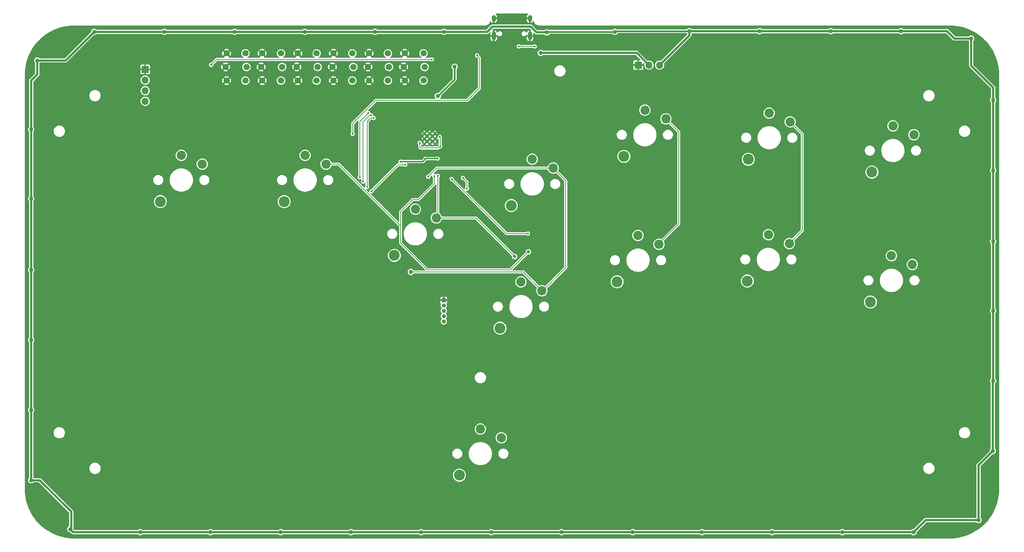
<source format=gbr>
%TF.GenerationSoftware,KiCad,Pcbnew,(6.0.6)*%
%TF.CreationDate,2023-02-28T15:56:07-05:00*%
%TF.ProjectId,fightstick_v2,66696768-7473-4746-9963-6b5f76322e6b,rev?*%
%TF.SameCoordinates,Original*%
%TF.FileFunction,Copper,L2,Bot*%
%TF.FilePolarity,Positive*%
%FSLAX46Y46*%
G04 Gerber Fmt 4.6, Leading zero omitted, Abs format (unit mm)*
G04 Created by KiCad (PCBNEW (6.0.6)) date 2023-02-28 15:56:07*
%MOMM*%
%LPD*%
G01*
G04 APERTURE LIST*
%TA.AperFunction,ComponentPad*%
%ADD10R,1.700000X1.700000*%
%TD*%
%TA.AperFunction,ComponentPad*%
%ADD11O,1.700000X1.700000*%
%TD*%
%TA.AperFunction,ComponentPad*%
%ADD12C,1.508000*%
%TD*%
%TA.AperFunction,ComponentPad*%
%ADD13C,2.600000*%
%TD*%
%TA.AperFunction,ComponentPad*%
%ADD14C,2.200000*%
%TD*%
%TA.AperFunction,ComponentPad*%
%ADD15C,0.600000*%
%TD*%
%TA.AperFunction,ComponentPad*%
%ADD16R,1.000000X1.000000*%
%TD*%
%TA.AperFunction,ComponentPad*%
%ADD17O,1.000000X1.000000*%
%TD*%
%TA.AperFunction,ComponentPad*%
%ADD18O,1.000000X1.600000*%
%TD*%
%TA.AperFunction,ComponentPad*%
%ADD19O,1.000000X2.100000*%
%TD*%
%TA.AperFunction,ViaPad*%
%ADD20C,1.000000*%
%TD*%
%TA.AperFunction,ViaPad*%
%ADD21C,0.800000*%
%TD*%
%TA.AperFunction,ViaPad*%
%ADD22C,0.500000*%
%TD*%
%TA.AperFunction,Conductor*%
%ADD23C,0.500000*%
%TD*%
%TA.AperFunction,Conductor*%
%ADD24C,0.300000*%
%TD*%
%TA.AperFunction,Conductor*%
%ADD25C,0.400000*%
%TD*%
%TA.AperFunction,Conductor*%
%ADD26C,0.200000*%
%TD*%
G04 APERTURE END LIST*
D10*
%TO.P,J2,1,Pin_1*%
%TO.N,GND*%
X75150000Y-34650000D03*
D11*
%TO.P,J2,2,Pin_2*%
%TO.N,/SWCLK*%
X75150000Y-37190000D03*
%TO.P,J2,3,Pin_3*%
%TO.N,/SWD*%
X75150000Y-39730000D03*
%TO.P,J2,4,Pin_4*%
%TO.N,RESET*%
X75150000Y-42270000D03*
%TD*%
D12*
%TO.P,SW17,1,1*%
%TO.N,SP5*%
X133075632Y-37301730D03*
X133325632Y-34051730D03*
X133075632Y-30801730D03*
%TO.P,SW17,2,2*%
%TO.N,GND*%
X128575632Y-37301730D03*
X128575632Y-30801730D03*
X128325632Y-34051730D03*
%TD*%
D10*
%TO.P,J3,1,Pin_1*%
%TO.N,GND*%
X192820000Y-33600000D03*
D11*
%TO.P,J3,2,Pin_2*%
%TO.N,VBUS*%
X195360000Y-33600000D03*
%TO.P,J3,3,Pin_3*%
%TO.N,+5V*%
X197900000Y-33600000D03*
%TD*%
D12*
%TO.P,SW14,1,1*%
%TO.N,SP2*%
X107575632Y-30801730D03*
X107825632Y-34051730D03*
X107575632Y-37301730D03*
%TO.P,SW14,2,2*%
%TO.N,GND*%
X103075632Y-37301730D03*
X102825632Y-34051730D03*
X103075632Y-30801730D03*
%TD*%
D13*
%TO.P,SW6,*%
%TO.N,*%
X189394878Y-55405526D03*
D14*
%TO.P,SW6,1,1*%
%TO.N,Net-(D6-Pad2)*%
X194394878Y-44355526D03*
%TO.P,SW6,2,2*%
%TO.N,COL1*%
X199394878Y-46455526D03*
%TD*%
D13*
%TO.P,SW8,*%
%TO.N,*%
X248576264Y-59166110D03*
D14*
%TO.P,SW8,1,1*%
%TO.N,Net-(D8-Pad2)*%
X253576264Y-48116110D03*
%TO.P,SW8,2,2*%
%TO.N,COL3*%
X258576264Y-50216110D03*
%TD*%
D13*
%TO.P,SW7,*%
%TO.N,*%
X219065244Y-56106652D03*
D14*
%TO.P,SW7,1,1*%
%TO.N,Net-(D7-Pad2)*%
X224065244Y-45056652D03*
%TO.P,SW7,2,2*%
%TO.N,COL2*%
X229065244Y-47156652D03*
%TD*%
D15*
%TO.P,U3,57,GND*%
%TO.N,GND*%
X144337500Y-52475001D03*
X141787500Y-52475001D03*
X144337500Y-51200001D03*
X143062500Y-51200001D03*
X141787500Y-49925001D03*
X141787500Y-51200001D03*
X143062500Y-52475001D03*
X143062500Y-49925001D03*
X144337500Y-49925001D03*
%TD*%
D13*
%TO.P,SW1,*%
%TO.N,*%
X78780574Y-66201730D03*
D14*
%TO.P,SW1,1,1*%
%TO.N,Net-(D1-Pad2)*%
X83780574Y-55151730D03*
%TO.P,SW1,2,2*%
%TO.N,COL0*%
X88780574Y-57251730D03*
%TD*%
D13*
%TO.P,SW11,*%
%TO.N,*%
X218858182Y-85167936D03*
D14*
%TO.P,SW11,1,1*%
%TO.N,Net-(D11-Pad2)*%
X223858182Y-74117936D03*
%TO.P,SW11,2,2*%
%TO.N,COL2*%
X228858182Y-76217936D03*
%TD*%
D12*
%TO.P,SW15,1,1*%
%TO.N,SP3*%
X116075632Y-30801730D03*
X116325632Y-34051730D03*
X116075632Y-37301730D03*
%TO.P,SW15,2,2*%
%TO.N,GND*%
X111325632Y-34051730D03*
X111575632Y-37301730D03*
X111575632Y-30801730D03*
%TD*%
%TO.P,SW16,1,1*%
%TO.N,SP4*%
X124575632Y-30801730D03*
X124575632Y-37301730D03*
X124825632Y-34051730D03*
%TO.P,SW16,2,2*%
%TO.N,GND*%
X120075632Y-30801730D03*
X120075632Y-37301730D03*
X119825632Y-34051730D03*
%TD*%
%TO.P,SW19,1,1*%
%TO.N,SP6*%
X141575632Y-30801730D03*
X141575632Y-37301730D03*
X141825632Y-34051730D03*
%TO.P,SW19,2,2*%
%TO.N,GND*%
X136825632Y-34051730D03*
X137075632Y-30801730D03*
X137075632Y-37301730D03*
%TD*%
D13*
%TO.P,SW2,*%
%TO.N,*%
X108326119Y-66201730D03*
D14*
%TO.P,SW2,1,1*%
%TO.N,Net-(D2-Pad2)*%
X113326119Y-55151730D03*
%TO.P,SW2,2,2*%
%TO.N,COL1*%
X118326119Y-57251730D03*
%TD*%
D12*
%TO.P,SW13,1,1*%
%TO.N,SP1*%
X99075632Y-30801730D03*
X99075632Y-37301730D03*
X99325632Y-34051730D03*
%TO.P,SW13,2,2*%
%TO.N,GND*%
X94325632Y-34051730D03*
X94575632Y-37301730D03*
X94575632Y-30801730D03*
%TD*%
D13*
%TO.P,SW9,*%
%TO.N,*%
X159832634Y-96424959D03*
D14*
%TO.P,SW9,1,1*%
%TO.N,Net-(D9-Pad2)*%
X164832634Y-85374959D03*
%TO.P,SW9,2,2*%
%TO.N,COL0*%
X169832634Y-87474959D03*
%TD*%
D16*
%TO.P,J9,1,Pin_1*%
%TO.N,GND*%
X146400000Y-89750000D03*
D17*
%TO.P,J9,2,Pin_2*%
%TO.N,JOY1*%
X146400000Y-91020000D03*
%TO.P,J9,3,Pin_3*%
%TO.N,JOY2*%
X146400000Y-92290000D03*
%TO.P,J9,4,Pin_4*%
%TO.N,JOY3*%
X146400000Y-93560000D03*
%TO.P,J9,5,Pin_5*%
%TO.N,JOY4*%
X146400000Y-94830000D03*
%TD*%
D13*
%TO.P,SW3,*%
%TO.N,*%
X134617318Y-79059890D03*
D14*
%TO.P,SW3,1,1*%
%TO.N,Net-(D3-Pad2)*%
X139617318Y-68009890D03*
%TO.P,SW3,2,2*%
%TO.N,COL2*%
X144617318Y-70109890D03*
%TD*%
D13*
%TO.P,SW5,*%
%TO.N,*%
X162510603Y-67137430D03*
D14*
%TO.P,SW5,1,1*%
%TO.N,Net-(D5-Pad2)*%
X167510603Y-56087430D03*
%TO.P,SW5,2,2*%
%TO.N,COL0*%
X172510603Y-58187430D03*
%TD*%
D13*
%TO.P,SW4,*%
%TO.N,*%
X150137512Y-131550000D03*
D14*
%TO.P,SW4,1,1*%
%TO.N,Net-(D4-Pad2)*%
X155137512Y-120500000D03*
%TO.P,SW4,2,2*%
%TO.N,COL3*%
X160137512Y-122600000D03*
%TD*%
D18*
%TO.P,J1,S1,SHIELD*%
%TO.N,GND*%
X166988419Y-22450000D03*
D19*
X158348419Y-26630000D03*
X166988419Y-26630000D03*
D18*
X158348419Y-22450000D03*
%TD*%
D13*
%TO.P,SW10,*%
%TO.N,*%
X187759730Y-85346127D03*
D14*
%TO.P,SW10,1,1*%
%TO.N,Net-(D10-Pad2)*%
X192759730Y-74296127D03*
%TO.P,SW10,2,2*%
%TO.N,COL1*%
X197759730Y-76396127D03*
%TD*%
D13*
%TO.P,SW12,*%
%TO.N,*%
X248226703Y-90172767D03*
D14*
%TO.P,SW12,1,1*%
%TO.N,Net-(D12-Pad2)*%
X253226703Y-79122767D03*
%TO.P,SW12,2,2*%
%TO.N,COL3*%
X258226703Y-81222767D03*
%TD*%
D20*
%TO.N,VBUS*%
X169550000Y-30700000D03*
%TO.N,GND*%
X51000000Y-88500000D03*
X246000000Y-142500000D03*
X63850000Y-60800000D03*
X124690000Y-73670000D03*
X156170000Y-76570000D03*
D21*
X135050000Y-49300000D03*
D20*
X144650000Y-103850000D03*
X179000000Y-142500000D03*
X129000000Y-142500000D03*
X150400000Y-39650000D03*
X147700000Y-44650000D03*
X161850000Y-105950000D03*
D22*
X136600000Y-49650000D03*
X152000000Y-26800000D03*
D20*
X99380000Y-47370000D03*
X210910000Y-65360000D03*
X132700000Y-55350000D03*
X51000000Y-56000000D03*
X55500000Y-134000000D03*
D22*
X142200000Y-58800000D03*
D20*
X208100000Y-92200000D03*
X241300000Y-36790000D03*
X165400000Y-38200000D03*
D22*
X144500000Y-57400000D03*
D20*
X242050000Y-69580000D03*
X217000000Y-28500000D03*
X275000000Y-104000000D03*
X274500000Y-69500000D03*
%TO.N,+3V3*%
X145000000Y-41000000D03*
D22*
X144900000Y-55950000D03*
X136100000Y-56650000D03*
D20*
X149000000Y-34000000D03*
D22*
X142046242Y-55945134D03*
%TO.N,+1V1*%
X145550000Y-53000000D03*
X145450000Y-50750000D03*
X140650000Y-52150000D03*
D20*
%TO.N,+5V*%
X277500000Y-42000000D03*
X171000000Y-25800000D03*
X241500000Y-145149500D03*
X277500000Y-75750000D03*
X113250000Y-25650500D03*
X277427919Y-125750000D03*
X141000000Y-145149500D03*
X277500000Y-109000000D03*
X47928919Y-65500000D03*
X96500000Y-25650500D03*
X274000000Y-142250000D03*
X74000000Y-145149500D03*
X187250000Y-25650500D03*
X47928919Y-116000000D03*
X79750000Y-25650500D03*
X47928919Y-99250000D03*
X107500000Y-145149500D03*
X90750000Y-145149500D03*
X208000000Y-145149500D03*
X124250000Y-145149500D03*
X47928919Y-82500000D03*
X277500000Y-92250000D03*
X47928919Y-132750000D03*
X224750000Y-145149500D03*
X174500000Y-145149500D03*
X191500000Y-145149500D03*
X57250000Y-144430741D03*
X130000000Y-25650500D03*
X258500000Y-145149500D03*
X63000000Y-25650500D03*
X272250000Y-27250000D03*
X47928919Y-49000000D03*
X157750000Y-145149500D03*
X146500000Y-25650500D03*
X277500000Y-58750000D03*
X255500000Y-25500000D03*
X221750000Y-25500000D03*
X49432102Y-32500000D03*
X238750000Y-25500000D03*
X205000000Y-25500000D03*
D22*
%TO.N,/~{USB_BOOT}*%
X90900000Y-33550000D03*
X143550000Y-32250000D03*
%TO.N,ROW2*%
X148300000Y-60800000D03*
X166500000Y-73850000D03*
%TO.N,Net-(J1-PadA5)*%
X164300000Y-29150000D03*
X168100000Y-29150000D03*
%TO.N,JOY1*%
X126350000Y-60400000D03*
X128400000Y-45050000D03*
D20*
%TO.N,COL0*%
X138550000Y-83000000D03*
D22*
X142700000Y-60250000D03*
D21*
%TO.N,COL1*%
X166600000Y-78200000D03*
D22*
X144150000Y-60100500D03*
%TO.N,COL2*%
X145000000Y-60050000D03*
D21*
X163300000Y-79300000D03*
D22*
%TO.N,COL3*%
X151950000Y-63100000D03*
X151000000Y-60550000D03*
%TO.N,JOY2*%
X127150000Y-61450000D03*
X129100000Y-45600000D03*
%TO.N,JOY3*%
X128100000Y-62700000D03*
X129650000Y-46250000D03*
%TO.N,JOY4*%
X137200000Y-57400000D03*
X129150000Y-63750000D03*
%TO.N,D_ARGB_3V3*%
X154350000Y-31300000D03*
X124650000Y-50000000D03*
%TD*%
D23*
%TO.N,VBUS*%
X169550000Y-30700000D02*
X192460000Y-30700000D01*
X192460000Y-30700000D02*
X195360000Y-33600000D01*
D24*
%TO.N,+3V3*%
X136100000Y-56650000D02*
X141400000Y-56650000D01*
D25*
X145000000Y-41000000D02*
X149000000Y-37000000D01*
D26*
X142051108Y-55950000D02*
X142046242Y-55945134D01*
D25*
X149000000Y-37000000D02*
X149000000Y-34000000D01*
D26*
X142100000Y-55950000D02*
X142051108Y-55950000D01*
D24*
X144900000Y-55950000D02*
X142100000Y-55950000D01*
X141400000Y-56650000D02*
X142100000Y-55950000D01*
D26*
%TO.N,+1V1*%
X140650000Y-52150000D02*
X140650000Y-53200000D01*
X145550000Y-50850000D02*
X145450000Y-50750000D01*
X140650000Y-53200000D02*
X140850000Y-53400000D01*
X145150000Y-53400000D02*
X145550000Y-53000000D01*
X145550000Y-53000000D02*
X145550000Y-50850000D01*
X140850000Y-53400000D02*
X145150000Y-53400000D01*
D23*
%TO.N,+5V*%
X277500000Y-58750000D02*
X277500000Y-42000000D01*
X272250000Y-33750000D02*
X277500000Y-39000000D01*
X47928919Y-49000000D02*
X47928919Y-37321081D01*
X47928919Y-132750000D02*
X50000000Y-132750000D01*
D25*
X187400500Y-25500000D02*
X187250000Y-25650500D01*
D23*
X274000000Y-142250000D02*
X274000000Y-129177919D01*
X274000000Y-129177919D02*
X277427919Y-125750000D01*
D25*
X205000000Y-25500000D02*
X187400500Y-25500000D01*
X187250000Y-25650500D02*
X171149500Y-25650500D01*
D23*
X274000000Y-142250000D02*
X261399500Y-142250000D01*
X50000000Y-132750000D02*
X57500000Y-140250000D01*
X266500000Y-25500000D02*
X268250000Y-27250000D01*
X261399500Y-142250000D02*
X258500000Y-145149500D01*
X171000000Y-25800000D02*
X168550000Y-25800000D01*
X258500000Y-145149500D02*
X74000000Y-145149500D01*
X277500000Y-39000000D02*
X277500000Y-42000000D01*
D25*
X277427919Y-109072081D02*
X277500000Y-109000000D01*
D23*
X255500000Y-25500000D02*
X266500000Y-25500000D01*
X63000000Y-25650500D02*
X56150500Y-32500000D01*
X168550000Y-25800000D02*
X167150000Y-24400000D01*
X156799500Y-25650500D02*
X146500000Y-25650500D01*
D25*
X57500000Y-144180741D02*
X57250000Y-144430741D01*
D23*
X272250000Y-27250000D02*
X272250000Y-33750000D01*
X63000000Y-25650500D02*
X146500000Y-25650500D01*
X277500000Y-75750000D02*
X277500000Y-109000000D01*
X57500000Y-140250000D02*
X57500000Y-144180741D01*
X205000000Y-26500000D02*
X197900000Y-33600000D01*
X268250000Y-27250000D02*
X272250000Y-27250000D01*
X158050000Y-24400000D02*
X156799500Y-25650500D01*
X277427919Y-125750000D02*
X277427919Y-109072081D01*
X47928919Y-37321081D02*
X49432102Y-35817898D01*
X74000000Y-145149500D02*
X57968759Y-145149500D01*
D25*
X171149500Y-25650500D02*
X171000000Y-25800000D01*
D23*
X56150500Y-32500000D02*
X49432102Y-32500000D01*
X47928919Y-132750000D02*
X47928919Y-49000000D01*
X221750000Y-25500000D02*
X205000000Y-25500000D01*
X57968759Y-145149500D02*
X57250000Y-144430741D01*
X49432102Y-35817898D02*
X49432102Y-32500000D01*
X167150000Y-24400000D02*
X158050000Y-24400000D01*
X277500000Y-58750000D02*
X277500000Y-75750000D01*
X238750000Y-25500000D02*
X221750000Y-25500000D01*
X238750000Y-25500000D02*
X255500000Y-25500000D01*
X205000000Y-25500000D02*
X205000000Y-26500000D01*
D26*
%TO.N,/~{USB_BOOT}*%
X92200000Y-32250000D02*
X91750000Y-32700000D01*
X91750000Y-32700000D02*
X90900000Y-33550000D01*
X143550000Y-32250000D02*
X92200000Y-32250000D01*
%TO.N,ROW2*%
X166500000Y-73850000D02*
X161350000Y-73850000D01*
X161350000Y-73850000D02*
X148300000Y-60800000D01*
%TO.N,Net-(J1-PadA5)*%
X164300000Y-29150000D02*
X168100000Y-29150000D01*
%TO.N,JOY1*%
X128400000Y-45050000D02*
X126350000Y-47100000D01*
X126350000Y-47100000D02*
X126350000Y-60400000D01*
%TO.N,COL0*%
X144762570Y-58187430D02*
X142700000Y-60250000D01*
X175500000Y-61176827D02*
X175500000Y-82000000D01*
X172510603Y-58187430D02*
X144762570Y-58187430D01*
X170025041Y-87474959D02*
X169832634Y-87474959D01*
X172510603Y-58187430D02*
X175500000Y-61176827D01*
X165357675Y-83000000D02*
X138550000Y-83000000D01*
X169832634Y-87474959D02*
X165357675Y-83000000D01*
X175500000Y-82000000D02*
X170025041Y-87474959D01*
%TO.N,COL1*%
X144150000Y-61950000D02*
X144150000Y-60100500D01*
X136100000Y-76100000D02*
X142500000Y-82500000D01*
X136100000Y-72050000D02*
X136100000Y-68600000D01*
X121301730Y-57251730D02*
X118326119Y-57251730D01*
X202500000Y-71500000D02*
X197759730Y-76240270D01*
X199394878Y-46455526D02*
X202500000Y-49560648D01*
X138950000Y-65750000D02*
X140350000Y-65750000D01*
X202500000Y-49560648D02*
X202500000Y-71500000D01*
X142500000Y-82500000D02*
X162300000Y-82500000D01*
X136100000Y-68600000D02*
X138950000Y-65750000D01*
X136100000Y-72050000D02*
X121301730Y-57251730D01*
X140350000Y-65750000D02*
X144150000Y-61950000D01*
X197759730Y-76240270D02*
X197759730Y-76396127D01*
X162300000Y-82500000D02*
X166600000Y-78200000D01*
X136100000Y-72050000D02*
X136100000Y-76100000D01*
%TO.N,COL2*%
X163300000Y-79300000D02*
X154109890Y-70109890D01*
X145000000Y-69727208D02*
X144617318Y-70109890D01*
X231942200Y-73133918D02*
X228858182Y-76217936D01*
X229065244Y-47156652D02*
X231942200Y-50033608D01*
X154109890Y-70109890D02*
X144617318Y-70109890D01*
X231942200Y-50033608D02*
X231942200Y-73133918D01*
X145000000Y-60050000D02*
X145000000Y-69727208D01*
%TO.N,COL3*%
X151950000Y-61500000D02*
X151950000Y-63100000D01*
X151000000Y-60550000D02*
X151950000Y-61500000D01*
%TO.N,JOY2*%
X127150000Y-47200000D02*
X128750000Y-45600000D01*
X127150000Y-61450000D02*
X127150000Y-47200000D01*
X128750000Y-45600000D02*
X129100000Y-45600000D01*
%TO.N,JOY3*%
X128100000Y-47100000D02*
X128950000Y-46250000D01*
X128950000Y-46250000D02*
X129650000Y-46250000D01*
X128100000Y-62700000D02*
X128100000Y-47100000D01*
%TO.N,JOY4*%
X137200000Y-57400000D02*
X135500000Y-57400000D01*
X135500000Y-57400000D02*
X129150000Y-63750000D01*
%TO.N,D_ARGB_3V3*%
X154900000Y-39100000D02*
X152000000Y-42000000D01*
X154900000Y-31850000D02*
X154900000Y-39100000D01*
X130200000Y-42000000D02*
X124650000Y-47550000D01*
X152000000Y-42000000D02*
X130200000Y-42000000D01*
X124650000Y-47550000D02*
X124650000Y-50000000D01*
X154350000Y-31300000D02*
X154900000Y-31850000D01*
%TD*%
%TA.AperFunction,Conductor*%
%TO.N,GND*%
G36*
X166550750Y-21319407D02*
G01*
X166586714Y-21368907D01*
X166586714Y-21430093D01*
X166550750Y-21479593D01*
X166544433Y-21483821D01*
X166497488Y-21512701D01*
X166488820Y-21519473D01*
X166368494Y-21637306D01*
X166361543Y-21645829D01*
X166270311Y-21787391D01*
X166265424Y-21797237D01*
X166207823Y-21955496D01*
X166205236Y-21966190D01*
X166188809Y-22096225D01*
X166188419Y-22102413D01*
X166188419Y-22234320D01*
X166192541Y-22247005D01*
X166196662Y-22250000D01*
X167089419Y-22250000D01*
X167147610Y-22268907D01*
X167183574Y-22318407D01*
X167188419Y-22349000D01*
X167188419Y-23511368D01*
X167191861Y-23521962D01*
X167203600Y-23521880D01*
X167325955Y-23480227D01*
X167335915Y-23475540D01*
X167479350Y-23387299D01*
X167488018Y-23380527D01*
X167608344Y-23262694D01*
X167615295Y-23254171D01*
X167706527Y-23112609D01*
X167711414Y-23102763D01*
X167722915Y-23071165D01*
X167760585Y-23022950D01*
X167819400Y-23006085D01*
X167876896Y-23027012D01*
X167911110Y-23077737D01*
X167913727Y-23089541D01*
X167914172Y-23092348D01*
X167914477Y-23096229D01*
X167960428Y-23287625D01*
X167961912Y-23291207D01*
X167961913Y-23291211D01*
X168034266Y-23465886D01*
X168034269Y-23465892D01*
X168035754Y-23469477D01*
X168037783Y-23472788D01*
X168037785Y-23472792D01*
X168136570Y-23633992D01*
X168138601Y-23637306D01*
X168266437Y-23786980D01*
X168416113Y-23914813D01*
X168419425Y-23916842D01*
X168419427Y-23916844D01*
X168518211Y-23977377D01*
X168583944Y-24017657D01*
X168765797Y-24092980D01*
X168769578Y-24093888D01*
X168769582Y-24093889D01*
X168953416Y-24138020D01*
X168953418Y-24138020D01*
X168957195Y-24138927D01*
X168961065Y-24139232D01*
X168961068Y-24139232D01*
X169058517Y-24146900D01*
X169138949Y-24153228D01*
X169140961Y-24153507D01*
X169142488Y-24153507D01*
X169144764Y-24153686D01*
X169153424Y-24155408D01*
X169162985Y-24153506D01*
X169162986Y-24153506D01*
X169165787Y-24152948D01*
X169168530Y-24152403D01*
X169187845Y-24150500D01*
X267143993Y-24150500D01*
X267163307Y-24152402D01*
X267178419Y-24155408D01*
X267187982Y-24153506D01*
X267187983Y-24153506D01*
X267189104Y-24153283D01*
X267211193Y-24151420D01*
X267834435Y-24168907D01*
X267839979Y-24169218D01*
X268491181Y-24224147D01*
X268496701Y-24224769D01*
X269143755Y-24316119D01*
X269143776Y-24316122D01*
X269149251Y-24317052D01*
X269790205Y-24444547D01*
X269795619Y-24445783D01*
X270428381Y-24609006D01*
X270428400Y-24609011D01*
X270433733Y-24610547D01*
X270915343Y-24764051D01*
X271056377Y-24809003D01*
X271061619Y-24810837D01*
X271672158Y-25043893D01*
X271677288Y-25046018D01*
X272273803Y-25312942D01*
X272278806Y-25315352D01*
X272859398Y-25615294D01*
X272864258Y-25617980D01*
X273427127Y-25950008D01*
X273431830Y-25952963D01*
X273975192Y-26316027D01*
X273979720Y-26319240D01*
X274501884Y-26712209D01*
X274506214Y-26715662D01*
X274726167Y-26901395D01*
X275005528Y-27137295D01*
X275009669Y-27140996D01*
X275317834Y-27432340D01*
X275484534Y-27589941D01*
X275484540Y-27589947D01*
X275488446Y-27593852D01*
X275937428Y-28068757D01*
X275941112Y-28072880D01*
X276362762Y-28572214D01*
X276366196Y-28576522D01*
X276540550Y-28808197D01*
X276759162Y-29098683D01*
X276762375Y-29103211D01*
X277068704Y-29561664D01*
X277125439Y-29646573D01*
X277125450Y-29646590D01*
X277128393Y-29651274D01*
X277452129Y-30200088D01*
X277460429Y-30214158D01*
X277463112Y-30219013D01*
X277756871Y-30787637D01*
X277763056Y-30799610D01*
X277765464Y-30804608D01*
X277814917Y-30915126D01*
X278032389Y-31401129D01*
X278034514Y-31406259D01*
X278223051Y-31900171D01*
X278264001Y-32007448D01*
X278267570Y-32016799D01*
X278269401Y-32022031D01*
X278459247Y-32617667D01*
X278467857Y-32644682D01*
X278469393Y-32650015D01*
X278628433Y-33266561D01*
X278632621Y-33282798D01*
X278633856Y-33288207D01*
X278755219Y-33898342D01*
X278761351Y-33929168D01*
X278762281Y-33934641D01*
X278775429Y-34027772D01*
X278853633Y-34581720D01*
X278854255Y-34587238D01*
X278909183Y-35238439D01*
X278909494Y-35243983D01*
X278926983Y-35867310D01*
X278925121Y-35889396D01*
X278923011Y-35900000D01*
X278924913Y-35909562D01*
X278924913Y-35909563D01*
X278926017Y-35915112D01*
X278927919Y-35934426D01*
X278927919Y-134865574D01*
X278926017Y-134884888D01*
X278923011Y-134900000D01*
X278924913Y-134909563D01*
X278924913Y-134909566D01*
X278925136Y-134910687D01*
X278926999Y-134932774D01*
X278909513Y-135556017D01*
X278909202Y-135561562D01*
X278854274Y-136212764D01*
X278853652Y-136218282D01*
X278762300Y-136865361D01*
X278761370Y-136870836D01*
X278633876Y-137511792D01*
X278632641Y-137517200D01*
X278469412Y-138149987D01*
X278467875Y-138155323D01*
X278269419Y-138777971D01*
X278267586Y-138783210D01*
X278034528Y-139393758D01*
X278032417Y-139398856D01*
X277765484Y-139995392D01*
X277765483Y-139995395D01*
X277763075Y-140000393D01*
X277505840Y-140498322D01*
X277463132Y-140580991D01*
X277460446Y-140585851D01*
X277128413Y-141148729D01*
X277125467Y-141153418D01*
X276762380Y-141696816D01*
X276759189Y-141701312D01*
X276631320Y-141871221D01*
X276366224Y-142223473D01*
X276362762Y-142227815D01*
X275941132Y-142727126D01*
X275937431Y-142731267D01*
X275744858Y-142934959D01*
X275488486Y-143206133D01*
X275484553Y-143210066D01*
X275009681Y-143659018D01*
X275005540Y-143662719D01*
X274506229Y-144084351D01*
X274501887Y-144087813D01*
X273979740Y-144480769D01*
X273975212Y-144483982D01*
X273431840Y-144847053D01*
X273427148Y-144850001D01*
X272864252Y-145182046D01*
X272859407Y-145184723D01*
X272278788Y-145484679D01*
X272273838Y-145487063D01*
X271677282Y-145754006D01*
X271672181Y-145756119D01*
X271061625Y-145989181D01*
X271056383Y-145991015D01*
X270433741Y-146189470D01*
X270428405Y-146191007D01*
X269795623Y-146354235D01*
X269790209Y-146355471D01*
X269149257Y-146482965D01*
X269143783Y-146483895D01*
X268496699Y-146575250D01*
X268491180Y-146575872D01*
X267839980Y-146630801D01*
X267834436Y-146631112D01*
X267211279Y-146648597D01*
X267189187Y-146646734D01*
X267187981Y-146646494D01*
X267178419Y-146644592D01*
X267168857Y-146646494D01*
X267163307Y-146647598D01*
X267143993Y-146649500D01*
X58212845Y-146649500D01*
X58193531Y-146647598D01*
X58187981Y-146646494D01*
X58178419Y-146644592D01*
X58168856Y-146646494D01*
X58168853Y-146646494D01*
X58167732Y-146646717D01*
X58145645Y-146648580D01*
X57522402Y-146631094D01*
X57516857Y-146630783D01*
X56865655Y-146575855D01*
X56860137Y-146575233D01*
X56536599Y-146529557D01*
X56213058Y-146483880D01*
X56207585Y-146482950D01*
X55566623Y-146355455D01*
X55561220Y-146354221D01*
X54928431Y-146190992D01*
X54923098Y-146189456D01*
X54300456Y-145991002D01*
X54295214Y-145989168D01*
X53684674Y-145756112D01*
X53679544Y-145753987D01*
X53110448Y-145499333D01*
X53083023Y-145487061D01*
X53078024Y-145484653D01*
X52802855Y-145342497D01*
X52497432Y-145184712D01*
X52492572Y-145182026D01*
X51929695Y-144849993D01*
X51925006Y-144847047D01*
X51381608Y-144483960D01*
X51377107Y-144480766D01*
X50854935Y-144087791D01*
X50850620Y-144084351D01*
X50498860Y-143787315D01*
X50351299Y-143662711D01*
X50347158Y-143659010D01*
X50008465Y-143338804D01*
X49872284Y-143210056D01*
X49868361Y-143206133D01*
X49419409Y-142731261D01*
X49415708Y-142727120D01*
X49258600Y-142541067D01*
X48994063Y-142227792D01*
X48990620Y-142223473D01*
X48717103Y-141860033D01*
X48597662Y-141701323D01*
X48594449Y-141696795D01*
X48231374Y-141153416D01*
X48228419Y-141148713D01*
X48039315Y-140828134D01*
X47896393Y-140585847D01*
X47893707Y-140580987D01*
X47704148Y-140214060D01*
X47593764Y-140000390D01*
X47591356Y-139995392D01*
X47587559Y-139986906D01*
X47324422Y-139398853D01*
X47322311Y-139393755D01*
X47089254Y-138783210D01*
X47087420Y-138777969D01*
X46888964Y-138155321D01*
X46887427Y-138149985D01*
X46724199Y-137517205D01*
X46722963Y-137511791D01*
X46595469Y-136870834D01*
X46594539Y-136865359D01*
X46503187Y-136218282D01*
X46502565Y-136212764D01*
X46447637Y-135561561D01*
X46447326Y-135556016D01*
X46429840Y-134932769D01*
X46431703Y-134910682D01*
X46431925Y-134909566D01*
X46431925Y-134909563D01*
X46433827Y-134900000D01*
X46430821Y-134884888D01*
X46428919Y-134865574D01*
X46428919Y-132739455D01*
X47173744Y-132739455D01*
X47190174Y-132907025D01*
X47243321Y-133066791D01*
X47246186Y-133071522D01*
X47246188Y-133071526D01*
X47255227Y-133086451D01*
X47330543Y-133210812D01*
X47447505Y-133331929D01*
X47588394Y-133424125D01*
X47593581Y-133426054D01*
X47741015Y-133480884D01*
X47741017Y-133480884D01*
X47746208Y-133482815D01*
X47751700Y-133483548D01*
X47751701Y-133483548D01*
X47874075Y-133499876D01*
X47913102Y-133505083D01*
X47918608Y-133504582D01*
X47918610Y-133504582D01*
X48075272Y-133490325D01*
X48075276Y-133490324D01*
X48080783Y-133489823D01*
X48086044Y-133488114D01*
X48086047Y-133488113D01*
X48160849Y-133463808D01*
X48240916Y-133437793D01*
X48385542Y-133351578D01*
X48389551Y-133347760D01*
X48389554Y-133347758D01*
X48463010Y-133277807D01*
X48518189Y-133251370D01*
X48531282Y-133250500D01*
X49751678Y-133250500D01*
X49809869Y-133269407D01*
X49821682Y-133279496D01*
X56970504Y-140428318D01*
X56998281Y-140482835D01*
X56999500Y-140498322D01*
X56999500Y-143652300D01*
X56980593Y-143710491D01*
X56938036Y-143741870D01*
X56938677Y-143743232D01*
X56933672Y-143745587D01*
X56928431Y-143747371D01*
X56923721Y-143750269D01*
X56923716Y-143750271D01*
X56790215Y-143832402D01*
X56785022Y-143835597D01*
X56664724Y-143953402D01*
X56573515Y-144094931D01*
X56515927Y-144253150D01*
X56494825Y-144420196D01*
X56511255Y-144587766D01*
X56564402Y-144747532D01*
X56567267Y-144752263D01*
X56567269Y-144752267D01*
X56648755Y-144886816D01*
X56651624Y-144891553D01*
X56768586Y-145012670D01*
X56773221Y-145015703D01*
X56861455Y-145073442D01*
X56909475Y-145104866D01*
X56914662Y-145106795D01*
X57062096Y-145161625D01*
X57062098Y-145161625D01*
X57067289Y-145163556D01*
X57072781Y-145164289D01*
X57072782Y-145164289D01*
X57119992Y-145170588D01*
X57234183Y-145185824D01*
X57239690Y-145185323D01*
X57239694Y-145185323D01*
X57245825Y-145184765D01*
X57305490Y-145198322D01*
X57324799Y-145213354D01*
X57567364Y-145455919D01*
X57575338Y-145465899D01*
X57575355Y-145465884D01*
X57579925Y-145471254D01*
X57583689Y-145477220D01*
X57588974Y-145481888D01*
X57588977Y-145481891D01*
X57623967Y-145512792D01*
X57628437Y-145516992D01*
X57640266Y-145528821D01*
X57649319Y-145535606D01*
X57655455Y-145540601D01*
X57691147Y-145572123D01*
X57697530Y-145575120D01*
X57697533Y-145575122D01*
X57700431Y-145576483D01*
X57717721Y-145586872D01*
X57720289Y-145588797D01*
X57720295Y-145588801D01*
X57725935Y-145593027D01*
X57732537Y-145595502D01*
X57732539Y-145595503D01*
X57770512Y-145609738D01*
X57777835Y-145612824D01*
X57814529Y-145630052D01*
X57814532Y-145630053D01*
X57820922Y-145633053D01*
X57831061Y-145634632D01*
X57850576Y-145639752D01*
X57853576Y-145640877D01*
X57853578Y-145640877D01*
X57860179Y-145643352D01*
X57907667Y-145646881D01*
X57915552Y-145647787D01*
X57925987Y-145649412D01*
X57925995Y-145649413D01*
X57929768Y-145650000D01*
X57945968Y-145650000D01*
X57953305Y-145650272D01*
X58003151Y-145653976D01*
X58010046Y-145652504D01*
X58010048Y-145652504D01*
X58011560Y-145652181D01*
X58032227Y-145650000D01*
X73397927Y-145650000D01*
X73456118Y-145668907D01*
X73469141Y-145680228D01*
X73518586Y-145731429D01*
X73659475Y-145823625D01*
X73664662Y-145825554D01*
X73812096Y-145880384D01*
X73812098Y-145880384D01*
X73817289Y-145882315D01*
X73822781Y-145883048D01*
X73822782Y-145883048D01*
X73945156Y-145899376D01*
X73984183Y-145904583D01*
X73989689Y-145904082D01*
X73989691Y-145904082D01*
X74146353Y-145889825D01*
X74146357Y-145889824D01*
X74151864Y-145889323D01*
X74157125Y-145887614D01*
X74157128Y-145887613D01*
X74231930Y-145863308D01*
X74311997Y-145837293D01*
X74456623Y-145751078D01*
X74460632Y-145747260D01*
X74460635Y-145747258D01*
X74534091Y-145677307D01*
X74589270Y-145650870D01*
X74602363Y-145650000D01*
X90147927Y-145650000D01*
X90206118Y-145668907D01*
X90219141Y-145680228D01*
X90268586Y-145731429D01*
X90409475Y-145823625D01*
X90414662Y-145825554D01*
X90562096Y-145880384D01*
X90562098Y-145880384D01*
X90567289Y-145882315D01*
X90572781Y-145883048D01*
X90572782Y-145883048D01*
X90695156Y-145899376D01*
X90734183Y-145904583D01*
X90739689Y-145904082D01*
X90739691Y-145904082D01*
X90896353Y-145889825D01*
X90896357Y-145889824D01*
X90901864Y-145889323D01*
X90907125Y-145887614D01*
X90907128Y-145887613D01*
X90981931Y-145863308D01*
X91061997Y-145837293D01*
X91206623Y-145751078D01*
X91210632Y-145747260D01*
X91210635Y-145747258D01*
X91284091Y-145677307D01*
X91339270Y-145650870D01*
X91352363Y-145650000D01*
X106897927Y-145650000D01*
X106956118Y-145668907D01*
X106969141Y-145680228D01*
X107018586Y-145731429D01*
X107159475Y-145823625D01*
X107164662Y-145825554D01*
X107312096Y-145880384D01*
X107312098Y-145880384D01*
X107317289Y-145882315D01*
X107322781Y-145883048D01*
X107322782Y-145883048D01*
X107445156Y-145899376D01*
X107484183Y-145904583D01*
X107489689Y-145904082D01*
X107489691Y-145904082D01*
X107646353Y-145889825D01*
X107646357Y-145889824D01*
X107651864Y-145889323D01*
X107657125Y-145887614D01*
X107657128Y-145887613D01*
X107731931Y-145863308D01*
X107811997Y-145837293D01*
X107956623Y-145751078D01*
X107960632Y-145747260D01*
X107960635Y-145747258D01*
X108034091Y-145677307D01*
X108089270Y-145650870D01*
X108102363Y-145650000D01*
X123647927Y-145650000D01*
X123706118Y-145668907D01*
X123719141Y-145680228D01*
X123768586Y-145731429D01*
X123909475Y-145823625D01*
X123914662Y-145825554D01*
X124062096Y-145880384D01*
X124062098Y-145880384D01*
X124067289Y-145882315D01*
X124072781Y-145883048D01*
X124072782Y-145883048D01*
X124195156Y-145899376D01*
X124234183Y-145904583D01*
X124239689Y-145904082D01*
X124239691Y-145904082D01*
X124396353Y-145889825D01*
X124396357Y-145889824D01*
X124401864Y-145889323D01*
X124407125Y-145887614D01*
X124407128Y-145887613D01*
X124481931Y-145863308D01*
X124561997Y-145837293D01*
X124706623Y-145751078D01*
X124710632Y-145747260D01*
X124710635Y-145747258D01*
X124784091Y-145677307D01*
X124839270Y-145650870D01*
X124852363Y-145650000D01*
X140397927Y-145650000D01*
X140456118Y-145668907D01*
X140469141Y-145680228D01*
X140518586Y-145731429D01*
X140659475Y-145823625D01*
X140664662Y-145825554D01*
X140812096Y-145880384D01*
X140812098Y-145880384D01*
X140817289Y-145882315D01*
X140822781Y-145883048D01*
X140822782Y-145883048D01*
X140945156Y-145899376D01*
X140984183Y-145904583D01*
X140989689Y-145904082D01*
X140989691Y-145904082D01*
X141146353Y-145889825D01*
X141146357Y-145889824D01*
X141151864Y-145889323D01*
X141157125Y-145887614D01*
X141157128Y-145887613D01*
X141231931Y-145863308D01*
X141311997Y-145837293D01*
X141456623Y-145751078D01*
X141460632Y-145747260D01*
X141460635Y-145747258D01*
X141534091Y-145677307D01*
X141589270Y-145650870D01*
X141602363Y-145650000D01*
X157147927Y-145650000D01*
X157206118Y-145668907D01*
X157219141Y-145680228D01*
X157268586Y-145731429D01*
X157409475Y-145823625D01*
X157414662Y-145825554D01*
X157562096Y-145880384D01*
X157562098Y-145880384D01*
X157567289Y-145882315D01*
X157572781Y-145883048D01*
X157572782Y-145883048D01*
X157695156Y-145899376D01*
X157734183Y-145904583D01*
X157739689Y-145904082D01*
X157739691Y-145904082D01*
X157896353Y-145889825D01*
X157896357Y-145889824D01*
X157901864Y-145889323D01*
X157907125Y-145887614D01*
X157907128Y-145887613D01*
X157981931Y-145863308D01*
X158061997Y-145837293D01*
X158206623Y-145751078D01*
X158210632Y-145747260D01*
X158210635Y-145747258D01*
X158284091Y-145677307D01*
X158339270Y-145650870D01*
X158352363Y-145650000D01*
X173897927Y-145650000D01*
X173956118Y-145668907D01*
X173969141Y-145680228D01*
X174018586Y-145731429D01*
X174159475Y-145823625D01*
X174164662Y-145825554D01*
X174312096Y-145880384D01*
X174312098Y-145880384D01*
X174317289Y-145882315D01*
X174322781Y-145883048D01*
X174322782Y-145883048D01*
X174445156Y-145899376D01*
X174484183Y-145904583D01*
X174489689Y-145904082D01*
X174489691Y-145904082D01*
X174646353Y-145889825D01*
X174646357Y-145889824D01*
X174651864Y-145889323D01*
X174657125Y-145887614D01*
X174657128Y-145887613D01*
X174731931Y-145863308D01*
X174811997Y-145837293D01*
X174956623Y-145751078D01*
X174960632Y-145747260D01*
X174960635Y-145747258D01*
X175034091Y-145677307D01*
X175089270Y-145650870D01*
X175102363Y-145650000D01*
X190897927Y-145650000D01*
X190956118Y-145668907D01*
X190969141Y-145680228D01*
X191018586Y-145731429D01*
X191159475Y-145823625D01*
X191164662Y-145825554D01*
X191312096Y-145880384D01*
X191312098Y-145880384D01*
X191317289Y-145882315D01*
X191322781Y-145883048D01*
X191322782Y-145883048D01*
X191445156Y-145899376D01*
X191484183Y-145904583D01*
X191489689Y-145904082D01*
X191489691Y-145904082D01*
X191646353Y-145889825D01*
X191646357Y-145889824D01*
X191651864Y-145889323D01*
X191657125Y-145887614D01*
X191657128Y-145887613D01*
X191731931Y-145863308D01*
X191811997Y-145837293D01*
X191956623Y-145751078D01*
X191960632Y-145747260D01*
X191960635Y-145747258D01*
X192034091Y-145677307D01*
X192089270Y-145650870D01*
X192102363Y-145650000D01*
X207397927Y-145650000D01*
X207456118Y-145668907D01*
X207469141Y-145680228D01*
X207518586Y-145731429D01*
X207659475Y-145823625D01*
X207664662Y-145825554D01*
X207812096Y-145880384D01*
X207812098Y-145880384D01*
X207817289Y-145882315D01*
X207822781Y-145883048D01*
X207822782Y-145883048D01*
X207945156Y-145899376D01*
X207984183Y-145904583D01*
X207989689Y-145904082D01*
X207989691Y-145904082D01*
X208146353Y-145889825D01*
X208146357Y-145889824D01*
X208151864Y-145889323D01*
X208157125Y-145887614D01*
X208157128Y-145887613D01*
X208231931Y-145863308D01*
X208311997Y-145837293D01*
X208456623Y-145751078D01*
X208460632Y-145747260D01*
X208460635Y-145747258D01*
X208534091Y-145677307D01*
X208589270Y-145650870D01*
X208602363Y-145650000D01*
X224147927Y-145650000D01*
X224206118Y-145668907D01*
X224219141Y-145680228D01*
X224268586Y-145731429D01*
X224409475Y-145823625D01*
X224414662Y-145825554D01*
X224562096Y-145880384D01*
X224562098Y-145880384D01*
X224567289Y-145882315D01*
X224572781Y-145883048D01*
X224572782Y-145883048D01*
X224695156Y-145899376D01*
X224734183Y-145904583D01*
X224739689Y-145904082D01*
X224739691Y-145904082D01*
X224896353Y-145889825D01*
X224896357Y-145889824D01*
X224901864Y-145889323D01*
X224907125Y-145887614D01*
X224907128Y-145887613D01*
X224981931Y-145863308D01*
X225061997Y-145837293D01*
X225206623Y-145751078D01*
X225210632Y-145747260D01*
X225210635Y-145747258D01*
X225284091Y-145677307D01*
X225339270Y-145650870D01*
X225352363Y-145650000D01*
X240897927Y-145650000D01*
X240956118Y-145668907D01*
X240969141Y-145680228D01*
X241018586Y-145731429D01*
X241159475Y-145823625D01*
X241164662Y-145825554D01*
X241312096Y-145880384D01*
X241312098Y-145880384D01*
X241317289Y-145882315D01*
X241322781Y-145883048D01*
X241322782Y-145883048D01*
X241445156Y-145899376D01*
X241484183Y-145904583D01*
X241489689Y-145904082D01*
X241489691Y-145904082D01*
X241646353Y-145889825D01*
X241646357Y-145889824D01*
X241651864Y-145889323D01*
X241657125Y-145887614D01*
X241657128Y-145887613D01*
X241731931Y-145863308D01*
X241811997Y-145837293D01*
X241956623Y-145751078D01*
X241960632Y-145747260D01*
X241960635Y-145747258D01*
X242034091Y-145677307D01*
X242089270Y-145650870D01*
X242102363Y-145650000D01*
X257897927Y-145650000D01*
X257956118Y-145668907D01*
X257969141Y-145680228D01*
X258018586Y-145731429D01*
X258159475Y-145823625D01*
X258164662Y-145825554D01*
X258312096Y-145880384D01*
X258312098Y-145880384D01*
X258317289Y-145882315D01*
X258322781Y-145883048D01*
X258322782Y-145883048D01*
X258445156Y-145899376D01*
X258484183Y-145904583D01*
X258489689Y-145904082D01*
X258489691Y-145904082D01*
X258646353Y-145889825D01*
X258646357Y-145889824D01*
X258651864Y-145889323D01*
X258657125Y-145887614D01*
X258657128Y-145887613D01*
X258731931Y-145863308D01*
X258811997Y-145837293D01*
X258956623Y-145751078D01*
X258960632Y-145747260D01*
X258960635Y-145747258D01*
X259058590Y-145653976D01*
X259078554Y-145634965D01*
X259171731Y-145494723D01*
X259231521Y-145337323D01*
X259240017Y-145276877D01*
X259251057Y-145198322D01*
X259254955Y-145170588D01*
X259255249Y-145149500D01*
X259255077Y-145147968D01*
X259271041Y-145089231D01*
X259283872Y-145073442D01*
X261577818Y-142779496D01*
X261632335Y-142751719D01*
X261647822Y-142750500D01*
X273397927Y-142750500D01*
X273456118Y-142769407D01*
X273469141Y-142780728D01*
X273518586Y-142831929D01*
X273659475Y-142924125D01*
X273664662Y-142926054D01*
X273812096Y-142980884D01*
X273812098Y-142980884D01*
X273817289Y-142982815D01*
X273822781Y-142983548D01*
X273822782Y-142983548D01*
X273945156Y-142999876D01*
X273984183Y-143005083D01*
X273989689Y-143004582D01*
X273989691Y-143004582D01*
X274146353Y-142990325D01*
X274146357Y-142990324D01*
X274151864Y-142989823D01*
X274157125Y-142988114D01*
X274157128Y-142988113D01*
X274231930Y-142963808D01*
X274311997Y-142937793D01*
X274456623Y-142851578D01*
X274460632Y-142847760D01*
X274460635Y-142847758D01*
X274542911Y-142769407D01*
X274578554Y-142735465D01*
X274584095Y-142727126D01*
X274668668Y-142599833D01*
X274671731Y-142595223D01*
X274731521Y-142437823D01*
X274754955Y-142271088D01*
X274755249Y-142250000D01*
X274736481Y-142082676D01*
X274681108Y-141923668D01*
X274638258Y-141855093D01*
X274594815Y-141785569D01*
X274594813Y-141785567D01*
X274591884Y-141780879D01*
X274529251Y-141717808D01*
X274501665Y-141663195D01*
X274500500Y-141648050D01*
X274500500Y-129426241D01*
X274519407Y-129368050D01*
X274529496Y-129356237D01*
X277352160Y-126533573D01*
X277406677Y-126505796D01*
X277413191Y-126504984D01*
X277574272Y-126490325D01*
X277574276Y-126490324D01*
X277579783Y-126489823D01*
X277585044Y-126488114D01*
X277585047Y-126488113D01*
X277659849Y-126463808D01*
X277739916Y-126437793D01*
X277884542Y-126351578D01*
X277888551Y-126347760D01*
X277888554Y-126347758D01*
X277966032Y-126273976D01*
X278006473Y-126235465D01*
X278099650Y-126095223D01*
X278159440Y-125937823D01*
X278182874Y-125771088D01*
X278183168Y-125750000D01*
X278182717Y-125745974D01*
X278165017Y-125588181D01*
X278164400Y-125582676D01*
X278109027Y-125423668D01*
X278075499Y-125370012D01*
X278022734Y-125285569D01*
X278022732Y-125285567D01*
X278019803Y-125280879D01*
X277957170Y-125217808D01*
X277929584Y-125163195D01*
X277928419Y-125148050D01*
X277928419Y-109670867D01*
X277947326Y-109612676D01*
X277959147Y-109599174D01*
X278078554Y-109485465D01*
X278094934Y-109460812D01*
X278168668Y-109349833D01*
X278171731Y-109345223D01*
X278231521Y-109187823D01*
X278254955Y-109021088D01*
X278255249Y-109000000D01*
X278254684Y-108994958D01*
X278237098Y-108838181D01*
X278236481Y-108832676D01*
X278181108Y-108673668D01*
X278091884Y-108530879D01*
X278029251Y-108467808D01*
X278001665Y-108413195D01*
X278000500Y-108398050D01*
X278000500Y-92852226D01*
X278019407Y-92794035D01*
X278031228Y-92780533D01*
X278041394Y-92770852D01*
X278078554Y-92735465D01*
X278094934Y-92710812D01*
X278145155Y-92635223D01*
X278171731Y-92595223D01*
X278217303Y-92475252D01*
X278229556Y-92442997D01*
X278229557Y-92442994D01*
X278231521Y-92437823D01*
X278254955Y-92271088D01*
X278255249Y-92250000D01*
X278254684Y-92244958D01*
X278246006Y-92167593D01*
X278236481Y-92082676D01*
X278181108Y-91923668D01*
X278115138Y-91818093D01*
X278094815Y-91785569D01*
X278094813Y-91785567D01*
X278091884Y-91780879D01*
X278029251Y-91717808D01*
X278001665Y-91663195D01*
X278000500Y-91648050D01*
X278000500Y-76352226D01*
X278019407Y-76294035D01*
X278031228Y-76280533D01*
X278051442Y-76261283D01*
X278078554Y-76235465D01*
X278094934Y-76210812D01*
X278168668Y-76099833D01*
X278171731Y-76095223D01*
X278201626Y-76016523D01*
X278229556Y-75942997D01*
X278229557Y-75942994D01*
X278231521Y-75937823D01*
X278232720Y-75929297D01*
X278254521Y-75774173D01*
X278254955Y-75771088D01*
X278255148Y-75757271D01*
X278255206Y-75753117D01*
X278255206Y-75753110D01*
X278255249Y-75750000D01*
X278254684Y-75744958D01*
X278244190Y-75651409D01*
X278236481Y-75582676D01*
X278181108Y-75423668D01*
X278091884Y-75280879D01*
X278029251Y-75217808D01*
X278001665Y-75163195D01*
X278000500Y-75148050D01*
X278000500Y-59352226D01*
X278019407Y-59294035D01*
X278031228Y-59280533D01*
X278078554Y-59235465D01*
X278081757Y-59230645D01*
X278168668Y-59099833D01*
X278171731Y-59095223D01*
X278220821Y-58965991D01*
X278229556Y-58942997D01*
X278229557Y-58942994D01*
X278231521Y-58937823D01*
X278233088Y-58926678D01*
X278254521Y-58774173D01*
X278254955Y-58771088D01*
X278255107Y-58760187D01*
X278255206Y-58753117D01*
X278255206Y-58753110D01*
X278255249Y-58750000D01*
X278254684Y-58744958D01*
X278248014Y-58685498D01*
X278236481Y-58582676D01*
X278181108Y-58423668D01*
X278140967Y-58359428D01*
X278094815Y-58285569D01*
X278094813Y-58285567D01*
X278091884Y-58280879D01*
X278029251Y-58217808D01*
X278001665Y-58163195D01*
X278000500Y-58148050D01*
X278000500Y-42602226D01*
X278019407Y-42544035D01*
X278031228Y-42530533D01*
X278038593Y-42523519D01*
X278078554Y-42485465D01*
X278094934Y-42460812D01*
X278168668Y-42349833D01*
X278171731Y-42345223D01*
X278209575Y-42245597D01*
X278229556Y-42192997D01*
X278229557Y-42192994D01*
X278231521Y-42187823D01*
X278233321Y-42175021D01*
X278247513Y-42074035D01*
X278254955Y-42021088D01*
X278255249Y-42000000D01*
X278254684Y-41994958D01*
X278240651Y-41869852D01*
X278236481Y-41832676D01*
X278181108Y-41673668D01*
X278147888Y-41620504D01*
X278094815Y-41535569D01*
X278094813Y-41535567D01*
X278091884Y-41530879D01*
X278029251Y-41467808D01*
X278001665Y-41413195D01*
X278000500Y-41398050D01*
X278000500Y-39067160D01*
X278001919Y-39054463D01*
X278001896Y-39054461D01*
X278002461Y-39047431D01*
X278004018Y-39040552D01*
X278000690Y-38986907D01*
X278000500Y-38980778D01*
X278000500Y-38964060D01*
X278000002Y-38960580D01*
X278000001Y-38960570D01*
X277998898Y-38952864D01*
X277998089Y-38944968D01*
X277995578Y-38904500D01*
X277995578Y-38904498D01*
X277995141Y-38897462D01*
X277991658Y-38887813D01*
X277986777Y-38868236D01*
X277986323Y-38865064D01*
X277986323Y-38865063D01*
X277985323Y-38858082D01*
X277982404Y-38851663D01*
X277982403Y-38851658D01*
X277965619Y-38814743D01*
X277962623Y-38807385D01*
X277948855Y-38769248D01*
X277946460Y-38762613D01*
X277940408Y-38754328D01*
X277930232Y-38736914D01*
X277925984Y-38727572D01*
X277912272Y-38711659D01*
X277894907Y-38691505D01*
X277889967Y-38685284D01*
X277889653Y-38684854D01*
X277881478Y-38673664D01*
X277870014Y-38662200D01*
X277865019Y-38656819D01*
X277837005Y-38624307D01*
X277837004Y-38624306D01*
X277832400Y-38618963D01*
X277825189Y-38614289D01*
X277809032Y-38601218D01*
X272779496Y-33571682D01*
X272751719Y-33517165D01*
X272750500Y-33501678D01*
X272750500Y-27852226D01*
X272769407Y-27794035D01*
X272781228Y-27780533D01*
X272792911Y-27769407D01*
X272828554Y-27735465D01*
X272921731Y-27595223D01*
X272981521Y-27437823D01*
X273004955Y-27271088D01*
X273005249Y-27250000D01*
X273003475Y-27234179D01*
X272993022Y-27140996D01*
X272986481Y-27082676D01*
X272931108Y-26923668D01*
X272841884Y-26780879D01*
X272837989Y-26776956D01*
X272837986Y-26776953D01*
X272727144Y-26665335D01*
X272727142Y-26665334D01*
X272723242Y-26661406D01*
X272655135Y-26618184D01*
X272585749Y-26574150D01*
X272585745Y-26574148D01*
X272581079Y-26571187D01*
X272434847Y-26519116D01*
X272427672Y-26516561D01*
X272427670Y-26516561D01*
X272422462Y-26514706D01*
X272416973Y-26514051D01*
X272416971Y-26514051D01*
X272260769Y-26495424D01*
X272260766Y-26495424D01*
X272255273Y-26494769D01*
X272087821Y-26512369D01*
X272082582Y-26514153D01*
X272082580Y-26514153D01*
X271962350Y-26555083D01*
X271928431Y-26566630D01*
X271923721Y-26569528D01*
X271923716Y-26569530D01*
X271796431Y-26647837D01*
X271785022Y-26654856D01*
X271781073Y-26658723D01*
X271781072Y-26658724D01*
X271717240Y-26721233D01*
X271662435Y-26748438D01*
X271647973Y-26749500D01*
X268498322Y-26749500D01*
X268440131Y-26730593D01*
X268428318Y-26720504D01*
X266901395Y-25193581D01*
X266893421Y-25183601D01*
X266893404Y-25183616D01*
X266888834Y-25178246D01*
X266885070Y-25172280D01*
X266879785Y-25167612D01*
X266879782Y-25167609D01*
X266844792Y-25136708D01*
X266840322Y-25132508D01*
X266828494Y-25120680D01*
X266819447Y-25113900D01*
X266813301Y-25108896D01*
X266777612Y-25077377D01*
X266768329Y-25073018D01*
X266751034Y-25062627D01*
X266742824Y-25056474D01*
X266713146Y-25045348D01*
X266698254Y-25039765D01*
X266690934Y-25036680D01*
X266654226Y-25019446D01*
X266654222Y-25019445D01*
X266647837Y-25016447D01*
X266640869Y-25015362D01*
X266640865Y-25015361D01*
X266637708Y-25014870D01*
X266618180Y-25009747D01*
X266615180Y-25008622D01*
X266615178Y-25008622D01*
X266608580Y-25006148D01*
X266561092Y-25002619D01*
X266553207Y-25001713D01*
X266542772Y-25000088D01*
X266542764Y-25000087D01*
X266538991Y-24999500D01*
X266522791Y-24999500D01*
X266515455Y-24999228D01*
X266512165Y-24998984D01*
X266465608Y-24995524D01*
X266458713Y-24996996D01*
X266458711Y-24996996D01*
X266457199Y-24997319D01*
X266436532Y-24999500D01*
X256101933Y-24999500D01*
X256043742Y-24980593D01*
X256031685Y-24970258D01*
X255977142Y-24915333D01*
X255977140Y-24915332D01*
X255973242Y-24911406D01*
X255889628Y-24858343D01*
X255835749Y-24824150D01*
X255835745Y-24824148D01*
X255831079Y-24821187D01*
X255716728Y-24780468D01*
X255677672Y-24766561D01*
X255677670Y-24766561D01*
X255672462Y-24764706D01*
X255666973Y-24764051D01*
X255666971Y-24764051D01*
X255510769Y-24745424D01*
X255510766Y-24745424D01*
X255505273Y-24744769D01*
X255337821Y-24762369D01*
X255332582Y-24764153D01*
X255332580Y-24764153D01*
X255183674Y-24814845D01*
X255178431Y-24816630D01*
X255173721Y-24819528D01*
X255173716Y-24819530D01*
X255050605Y-24895269D01*
X255035022Y-24904856D01*
X255031073Y-24908723D01*
X255031072Y-24908724D01*
X254967240Y-24971233D01*
X254912435Y-24998438D01*
X254897973Y-24999500D01*
X239351933Y-24999500D01*
X239293742Y-24980593D01*
X239281685Y-24970258D01*
X239227142Y-24915333D01*
X239227140Y-24915332D01*
X239223242Y-24911406D01*
X239139628Y-24858343D01*
X239085749Y-24824150D01*
X239085745Y-24824148D01*
X239081079Y-24821187D01*
X238966728Y-24780468D01*
X238927672Y-24766561D01*
X238927670Y-24766561D01*
X238922462Y-24764706D01*
X238916973Y-24764051D01*
X238916971Y-24764051D01*
X238760769Y-24745424D01*
X238760766Y-24745424D01*
X238755273Y-24744769D01*
X238587821Y-24762369D01*
X238582582Y-24764153D01*
X238582580Y-24764153D01*
X238433674Y-24814845D01*
X238428431Y-24816630D01*
X238423721Y-24819528D01*
X238423716Y-24819530D01*
X238300605Y-24895269D01*
X238285022Y-24904856D01*
X238281073Y-24908723D01*
X238281072Y-24908724D01*
X238217240Y-24971233D01*
X238162435Y-24998438D01*
X238147973Y-24999500D01*
X222351933Y-24999500D01*
X222293742Y-24980593D01*
X222281685Y-24970258D01*
X222227142Y-24915333D01*
X222227140Y-24915332D01*
X222223242Y-24911406D01*
X222139628Y-24858343D01*
X222085749Y-24824150D01*
X222085745Y-24824148D01*
X222081079Y-24821187D01*
X221966728Y-24780468D01*
X221927672Y-24766561D01*
X221927670Y-24766561D01*
X221922462Y-24764706D01*
X221916973Y-24764051D01*
X221916971Y-24764051D01*
X221760769Y-24745424D01*
X221760766Y-24745424D01*
X221755273Y-24744769D01*
X221587821Y-24762369D01*
X221582582Y-24764153D01*
X221582580Y-24764153D01*
X221433674Y-24814845D01*
X221428431Y-24816630D01*
X221423721Y-24819528D01*
X221423716Y-24819530D01*
X221300605Y-24895269D01*
X221285022Y-24904856D01*
X221281073Y-24908723D01*
X221281072Y-24908724D01*
X221217240Y-24971233D01*
X221162435Y-24998438D01*
X221147973Y-24999500D01*
X205601933Y-24999500D01*
X205543742Y-24980593D01*
X205531685Y-24970258D01*
X205477142Y-24915333D01*
X205477140Y-24915332D01*
X205473242Y-24911406D01*
X205389628Y-24858343D01*
X205335749Y-24824150D01*
X205335745Y-24824148D01*
X205331079Y-24821187D01*
X205216728Y-24780468D01*
X205177672Y-24766561D01*
X205177670Y-24766561D01*
X205172462Y-24764706D01*
X205166973Y-24764051D01*
X205166971Y-24764051D01*
X205010769Y-24745424D01*
X205010766Y-24745424D01*
X205005273Y-24744769D01*
X204837821Y-24762369D01*
X204832582Y-24764153D01*
X204832580Y-24764153D01*
X204683674Y-24814845D01*
X204678431Y-24816630D01*
X204673721Y-24819528D01*
X204673716Y-24819530D01*
X204550605Y-24895269D01*
X204535022Y-24904856D01*
X204531073Y-24908723D01*
X204531072Y-24908724D01*
X204416182Y-25021233D01*
X204361377Y-25048438D01*
X204346915Y-25049500D01*
X187732456Y-25049500D01*
X187679409Y-25034089D01*
X187585749Y-24974650D01*
X187585744Y-24974648D01*
X187581079Y-24971687D01*
X187434260Y-24919407D01*
X187427672Y-24917061D01*
X187427670Y-24917061D01*
X187422462Y-24915206D01*
X187416973Y-24914551D01*
X187416971Y-24914551D01*
X187260769Y-24895924D01*
X187260766Y-24895924D01*
X187255273Y-24895269D01*
X187087821Y-24912869D01*
X187082582Y-24914653D01*
X187082580Y-24914653D01*
X186933674Y-24965345D01*
X186928431Y-24967130D01*
X186923721Y-24970028D01*
X186923716Y-24970030D01*
X186801290Y-25045348D01*
X186785022Y-25055356D01*
X186781073Y-25059223D01*
X186781072Y-25059224D01*
X186666182Y-25171733D01*
X186611377Y-25198938D01*
X186596915Y-25200000D01*
X171484032Y-25200000D01*
X171430985Y-25184589D01*
X171335749Y-25124150D01*
X171335745Y-25124148D01*
X171331079Y-25121187D01*
X171208046Y-25077377D01*
X171177672Y-25066561D01*
X171177670Y-25066561D01*
X171172462Y-25064706D01*
X171166973Y-25064051D01*
X171166971Y-25064051D01*
X171010769Y-25045424D01*
X171010766Y-25045424D01*
X171005273Y-25044769D01*
X170837821Y-25062369D01*
X170832582Y-25064153D01*
X170832580Y-25064153D01*
X170693441Y-25111520D01*
X170678431Y-25116630D01*
X170673721Y-25119528D01*
X170673716Y-25119530D01*
X170569571Y-25183601D01*
X170535022Y-25204856D01*
X170531073Y-25208723D01*
X170531072Y-25208724D01*
X170467240Y-25271233D01*
X170412435Y-25298438D01*
X170397973Y-25299500D01*
X168798322Y-25299500D01*
X168740131Y-25280593D01*
X168728318Y-25270504D01*
X167551395Y-24093581D01*
X167543421Y-24083601D01*
X167543404Y-24083616D01*
X167538834Y-24078246D01*
X167535070Y-24072280D01*
X167529785Y-24067612D01*
X167529782Y-24067609D01*
X167494792Y-24036708D01*
X167490322Y-24032508D01*
X167478494Y-24020680D01*
X167469447Y-24013900D01*
X167463301Y-24008896D01*
X167427612Y-23977377D01*
X167418329Y-23973018D01*
X167401034Y-23962627D01*
X167392824Y-23956474D01*
X167371047Y-23948310D01*
X167348254Y-23939765D01*
X167340934Y-23936680D01*
X167304226Y-23919446D01*
X167304222Y-23919445D01*
X167297837Y-23916447D01*
X167290869Y-23915362D01*
X167290865Y-23915361D01*
X167287708Y-23914870D01*
X167268180Y-23909747D01*
X167265180Y-23908622D01*
X167265178Y-23908622D01*
X167258580Y-23906148D01*
X167211092Y-23902619D01*
X167203207Y-23901713D01*
X167192772Y-23900088D01*
X167192764Y-23900087D01*
X167188991Y-23899500D01*
X167172791Y-23899500D01*
X167165455Y-23899228D01*
X167162165Y-23898984D01*
X167115608Y-23895524D01*
X167108713Y-23896996D01*
X167108711Y-23896996D01*
X167107199Y-23897319D01*
X167086532Y-23899500D01*
X158117166Y-23899500D01*
X158104465Y-23898081D01*
X158104463Y-23898103D01*
X158097431Y-23897537D01*
X158090553Y-23895981D01*
X158039393Y-23899155D01*
X158036898Y-23899310D01*
X158030767Y-23899500D01*
X158014060Y-23899500D01*
X158010573Y-23899999D01*
X158010565Y-23900000D01*
X158002879Y-23901101D01*
X157994976Y-23901911D01*
X157954499Y-23904422D01*
X157954496Y-23904423D01*
X157947462Y-23904859D01*
X157940833Y-23907252D01*
X157940829Y-23907253D01*
X157937813Y-23908342D01*
X157918237Y-23913223D01*
X157917635Y-23913309D01*
X157915064Y-23913677D01*
X157915063Y-23913677D01*
X157908082Y-23914677D01*
X157901663Y-23917596D01*
X157901658Y-23917597D01*
X157864743Y-23934381D01*
X157857385Y-23937377D01*
X157843190Y-23942502D01*
X157812613Y-23953540D01*
X157804328Y-23959592D01*
X157786914Y-23969768D01*
X157777572Y-23974016D01*
X157761659Y-23987728D01*
X157741505Y-24005093D01*
X157735284Y-24010033D01*
X157723664Y-24018522D01*
X157712200Y-24029986D01*
X157706819Y-24034981D01*
X157668963Y-24067600D01*
X157665126Y-24073520D01*
X157664289Y-24074811D01*
X157651218Y-24090968D01*
X156621182Y-25121004D01*
X156566665Y-25148781D01*
X156551178Y-25150000D01*
X147101933Y-25150000D01*
X147043742Y-25131093D01*
X147031685Y-25120758D01*
X146977142Y-25065833D01*
X146977140Y-25065832D01*
X146973242Y-25061906D01*
X146909151Y-25021233D01*
X146835749Y-24974650D01*
X146835745Y-24974648D01*
X146831079Y-24971687D01*
X146684260Y-24919407D01*
X146677672Y-24917061D01*
X146677670Y-24917061D01*
X146672462Y-24915206D01*
X146666973Y-24914551D01*
X146666971Y-24914551D01*
X146510769Y-24895924D01*
X146510766Y-24895924D01*
X146505273Y-24895269D01*
X146337821Y-24912869D01*
X146332582Y-24914653D01*
X146332580Y-24914653D01*
X146183674Y-24965345D01*
X146178431Y-24967130D01*
X146173721Y-24970028D01*
X146173716Y-24970030D01*
X146051290Y-25045348D01*
X146035022Y-25055356D01*
X146031073Y-25059223D01*
X146031072Y-25059224D01*
X145967240Y-25121733D01*
X145912435Y-25148938D01*
X145897973Y-25150000D01*
X130601933Y-25150000D01*
X130543742Y-25131093D01*
X130531685Y-25120758D01*
X130477142Y-25065833D01*
X130477140Y-25065832D01*
X130473242Y-25061906D01*
X130409151Y-25021233D01*
X130335749Y-24974650D01*
X130335745Y-24974648D01*
X130331079Y-24971687D01*
X130184260Y-24919407D01*
X130177672Y-24917061D01*
X130177670Y-24917061D01*
X130172462Y-24915206D01*
X130166973Y-24914551D01*
X130166971Y-24914551D01*
X130010769Y-24895924D01*
X130010766Y-24895924D01*
X130005273Y-24895269D01*
X129837821Y-24912869D01*
X129832582Y-24914653D01*
X129832580Y-24914653D01*
X129683674Y-24965345D01*
X129678431Y-24967130D01*
X129673721Y-24970028D01*
X129673716Y-24970030D01*
X129551290Y-25045348D01*
X129535022Y-25055356D01*
X129531073Y-25059223D01*
X129531072Y-25059224D01*
X129467240Y-25121733D01*
X129412435Y-25148938D01*
X129397973Y-25150000D01*
X113851933Y-25150000D01*
X113793742Y-25131093D01*
X113781685Y-25120758D01*
X113727142Y-25065833D01*
X113727140Y-25065832D01*
X113723242Y-25061906D01*
X113659151Y-25021233D01*
X113585749Y-24974650D01*
X113585745Y-24974648D01*
X113581079Y-24971687D01*
X113434260Y-24919407D01*
X113427672Y-24917061D01*
X113427670Y-24917061D01*
X113422462Y-24915206D01*
X113416973Y-24914551D01*
X113416971Y-24914551D01*
X113260769Y-24895924D01*
X113260766Y-24895924D01*
X113255273Y-24895269D01*
X113087821Y-24912869D01*
X113082582Y-24914653D01*
X113082580Y-24914653D01*
X112933674Y-24965345D01*
X112928431Y-24967130D01*
X112923721Y-24970028D01*
X112923716Y-24970030D01*
X112801290Y-25045348D01*
X112785022Y-25055356D01*
X112781073Y-25059223D01*
X112781072Y-25059224D01*
X112717240Y-25121733D01*
X112662435Y-25148938D01*
X112647973Y-25150000D01*
X97101933Y-25150000D01*
X97043742Y-25131093D01*
X97031685Y-25120758D01*
X96977142Y-25065833D01*
X96977140Y-25065832D01*
X96973242Y-25061906D01*
X96909151Y-25021233D01*
X96835749Y-24974650D01*
X96835745Y-24974648D01*
X96831079Y-24971687D01*
X96684260Y-24919407D01*
X96677672Y-24917061D01*
X96677670Y-24917061D01*
X96672462Y-24915206D01*
X96666973Y-24914551D01*
X96666971Y-24914551D01*
X96510769Y-24895924D01*
X96510766Y-24895924D01*
X96505273Y-24895269D01*
X96337821Y-24912869D01*
X96332582Y-24914653D01*
X96332580Y-24914653D01*
X96183674Y-24965345D01*
X96178431Y-24967130D01*
X96173721Y-24970028D01*
X96173716Y-24970030D01*
X96051290Y-25045348D01*
X96035022Y-25055356D01*
X96031073Y-25059223D01*
X96031072Y-25059224D01*
X95967240Y-25121733D01*
X95912435Y-25148938D01*
X95897973Y-25150000D01*
X80351933Y-25150000D01*
X80293742Y-25131093D01*
X80281685Y-25120758D01*
X80227142Y-25065833D01*
X80227140Y-25065832D01*
X80223242Y-25061906D01*
X80159151Y-25021233D01*
X80085749Y-24974650D01*
X80085745Y-24974648D01*
X80081079Y-24971687D01*
X79934260Y-24919407D01*
X79927672Y-24917061D01*
X79927670Y-24917061D01*
X79922462Y-24915206D01*
X79916973Y-24914551D01*
X79916971Y-24914551D01*
X79760769Y-24895924D01*
X79760766Y-24895924D01*
X79755273Y-24895269D01*
X79587821Y-24912869D01*
X79582582Y-24914653D01*
X79582580Y-24914653D01*
X79433674Y-24965345D01*
X79428431Y-24967130D01*
X79423721Y-24970028D01*
X79423716Y-24970030D01*
X79301290Y-25045348D01*
X79285022Y-25055356D01*
X79281073Y-25059223D01*
X79281072Y-25059224D01*
X79217240Y-25121733D01*
X79162435Y-25148938D01*
X79147973Y-25150000D01*
X63601933Y-25150000D01*
X63543742Y-25131093D01*
X63531685Y-25120758D01*
X63477142Y-25065833D01*
X63477140Y-25065832D01*
X63473242Y-25061906D01*
X63409151Y-25021233D01*
X63335749Y-24974650D01*
X63335745Y-24974648D01*
X63331079Y-24971687D01*
X63184260Y-24919407D01*
X63177672Y-24917061D01*
X63177670Y-24917061D01*
X63172462Y-24915206D01*
X63166973Y-24914551D01*
X63166971Y-24914551D01*
X63010769Y-24895924D01*
X63010766Y-24895924D01*
X63005273Y-24895269D01*
X62837821Y-24912869D01*
X62832582Y-24914653D01*
X62832580Y-24914653D01*
X62683674Y-24965345D01*
X62678431Y-24967130D01*
X62673721Y-24970028D01*
X62673716Y-24970030D01*
X62551290Y-25045348D01*
X62535022Y-25055356D01*
X62531073Y-25059223D01*
X62531072Y-25059224D01*
X62527600Y-25062624D01*
X62414724Y-25173161D01*
X62411726Y-25177813D01*
X62333989Y-25298438D01*
X62323515Y-25314690D01*
X62265927Y-25472909D01*
X62244825Y-25639955D01*
X62245429Y-25646118D01*
X62245351Y-25646474D01*
X62245288Y-25650998D01*
X62244359Y-25650985D01*
X62232291Y-25705873D01*
X62216906Y-25725780D01*
X55972182Y-31970504D01*
X55917665Y-31998281D01*
X55902178Y-31999500D01*
X50034035Y-31999500D01*
X49975844Y-31980593D01*
X49963787Y-31970258D01*
X49909244Y-31915333D01*
X49909242Y-31915332D01*
X49905344Y-31911406D01*
X49812252Y-31852328D01*
X49767851Y-31824150D01*
X49767847Y-31824148D01*
X49763181Y-31821187D01*
X49648830Y-31780468D01*
X49609774Y-31766561D01*
X49609772Y-31766561D01*
X49604564Y-31764706D01*
X49599075Y-31764051D01*
X49599073Y-31764051D01*
X49442871Y-31745424D01*
X49442868Y-31745424D01*
X49437375Y-31744769D01*
X49269923Y-31762369D01*
X49264684Y-31764153D01*
X49264682Y-31764153D01*
X49115776Y-31814845D01*
X49110533Y-31816630D01*
X49105823Y-31819528D01*
X49105818Y-31819530D01*
X49016075Y-31874741D01*
X48967124Y-31904856D01*
X48963175Y-31908723D01*
X48963174Y-31908724D01*
X48959397Y-31912423D01*
X48846826Y-32022661D01*
X48755617Y-32164190D01*
X48698029Y-32322409D01*
X48676927Y-32489455D01*
X48693357Y-32657025D01*
X48746504Y-32816791D01*
X48749369Y-32821522D01*
X48749371Y-32821526D01*
X48830857Y-32956075D01*
X48833726Y-32960812D01*
X48837574Y-32964797D01*
X48837575Y-32964798D01*
X48903816Y-33033392D01*
X48930639Y-33088385D01*
X48931602Y-33102163D01*
X48931602Y-35569576D01*
X48912695Y-35627767D01*
X48902606Y-35639580D01*
X47622500Y-36919686D01*
X47612520Y-36927660D01*
X47612535Y-36927677D01*
X47607165Y-36932247D01*
X47601199Y-36936011D01*
X47596531Y-36941296D01*
X47596528Y-36941299D01*
X47565627Y-36976289D01*
X47561427Y-36980759D01*
X47549599Y-36992587D01*
X47542821Y-37001631D01*
X47537815Y-37007780D01*
X47506296Y-37043469D01*
X47501937Y-37052752D01*
X47491546Y-37070047D01*
X47485393Y-37078257D01*
X47482917Y-37084862D01*
X47468684Y-37122827D01*
X47465599Y-37130147D01*
X47448365Y-37166855D01*
X47448364Y-37166859D01*
X47445366Y-37173244D01*
X47444281Y-37180212D01*
X47444280Y-37180216D01*
X47443789Y-37183373D01*
X47438666Y-37202901D01*
X47437880Y-37204999D01*
X47435067Y-37212501D01*
X47434545Y-37219530D01*
X47431539Y-37259979D01*
X47430632Y-37267874D01*
X47429007Y-37278309D01*
X47429006Y-37278317D01*
X47428419Y-37282090D01*
X47428419Y-37298290D01*
X47428147Y-37305626D01*
X47424443Y-37355473D01*
X47425915Y-37362368D01*
X47425915Y-37362370D01*
X47426238Y-37363882D01*
X47428419Y-37384549D01*
X47428419Y-48398026D01*
X47409512Y-48456217D01*
X47398687Y-48468758D01*
X47343643Y-48522661D01*
X47252434Y-48664190D01*
X47194846Y-48822409D01*
X47173744Y-48989455D01*
X47190174Y-49157025D01*
X47243321Y-49316791D01*
X47246186Y-49321522D01*
X47246188Y-49321526D01*
X47326349Y-49453887D01*
X47330543Y-49460812D01*
X47334391Y-49464797D01*
X47334392Y-49464798D01*
X47400633Y-49533392D01*
X47427456Y-49588385D01*
X47428419Y-49602163D01*
X47428419Y-64898026D01*
X47409512Y-64956217D01*
X47398687Y-64968758D01*
X47343643Y-65022661D01*
X47252434Y-65164190D01*
X47194846Y-65322409D01*
X47173744Y-65489455D01*
X47190174Y-65657025D01*
X47243321Y-65816791D01*
X47246186Y-65821522D01*
X47246188Y-65821526D01*
X47326814Y-65954655D01*
X47330543Y-65960812D01*
X47334391Y-65964797D01*
X47334392Y-65964798D01*
X47400633Y-66033392D01*
X47427456Y-66088385D01*
X47428419Y-66102163D01*
X47428419Y-81898026D01*
X47409512Y-81956217D01*
X47398687Y-81968758D01*
X47343643Y-82022661D01*
X47340645Y-82027313D01*
X47257499Y-82156331D01*
X47252434Y-82164190D01*
X47194846Y-82322409D01*
X47173744Y-82489455D01*
X47190174Y-82657025D01*
X47243321Y-82816791D01*
X47246186Y-82821522D01*
X47246188Y-82821526D01*
X47327674Y-82956075D01*
X47330543Y-82960812D01*
X47334391Y-82964797D01*
X47334392Y-82964798D01*
X47400633Y-83033392D01*
X47427456Y-83088385D01*
X47428419Y-83102163D01*
X47428419Y-98648026D01*
X47409512Y-98706217D01*
X47398687Y-98718758D01*
X47343643Y-98772661D01*
X47252434Y-98914190D01*
X47194846Y-99072409D01*
X47173744Y-99239455D01*
X47190174Y-99407025D01*
X47243321Y-99566791D01*
X47246186Y-99571522D01*
X47246188Y-99571526D01*
X47327674Y-99706075D01*
X47330543Y-99710812D01*
X47334391Y-99714797D01*
X47334392Y-99714798D01*
X47400633Y-99783392D01*
X47427456Y-99838385D01*
X47428419Y-99852163D01*
X47428419Y-115398026D01*
X47409512Y-115456217D01*
X47398687Y-115468758D01*
X47343643Y-115522661D01*
X47252434Y-115664190D01*
X47194846Y-115822409D01*
X47173744Y-115989455D01*
X47190174Y-116157025D01*
X47243321Y-116316791D01*
X47246186Y-116321522D01*
X47246188Y-116321526D01*
X47327674Y-116456075D01*
X47330543Y-116460812D01*
X47334391Y-116464797D01*
X47334392Y-116464798D01*
X47400633Y-116533392D01*
X47427456Y-116588385D01*
X47428419Y-116602163D01*
X47428419Y-132148026D01*
X47409512Y-132206217D01*
X47398687Y-132218758D01*
X47343643Y-132272661D01*
X47340645Y-132277313D01*
X47272852Y-132382508D01*
X47252434Y-132414190D01*
X47194846Y-132572409D01*
X47173744Y-132739455D01*
X46428919Y-132739455D01*
X46428919Y-35934426D01*
X46430821Y-35915112D01*
X46431925Y-35909562D01*
X46433827Y-35900000D01*
X46431925Y-35890437D01*
X46431925Y-35890434D01*
X46431702Y-35889313D01*
X46429839Y-35867226D01*
X46447325Y-35243983D01*
X46447636Y-35238438D01*
X46502564Y-34587236D01*
X46503186Y-34581718D01*
X46574969Y-34073252D01*
X46594538Y-33934639D01*
X46595468Y-33929166D01*
X46614309Y-33834447D01*
X46722963Y-33288204D01*
X46724198Y-33282795D01*
X46726728Y-33272989D01*
X46887427Y-32650013D01*
X46888963Y-32644679D01*
X46893369Y-32630857D01*
X47087419Y-32022031D01*
X47089253Y-32016790D01*
X47129690Y-31910856D01*
X47322310Y-31406245D01*
X47324421Y-31401147D01*
X47591357Y-30804604D01*
X47593765Y-30799605D01*
X47598395Y-30790644D01*
X47893706Y-30219013D01*
X47896389Y-30214158D01*
X48228428Y-29651271D01*
X48231372Y-29646586D01*
X48594459Y-29103188D01*
X48597653Y-29098687D01*
X48670673Y-29001660D01*
X48990628Y-28576515D01*
X48994062Y-28572207D01*
X49415707Y-28072880D01*
X49419408Y-28068739D01*
X49789781Y-27676983D01*
X49868363Y-27593864D01*
X49872286Y-27589941D01*
X50347158Y-27140989D01*
X50351299Y-27137288D01*
X50609832Y-26918976D01*
X50850627Y-26715643D01*
X50854935Y-26712209D01*
X51182608Y-26465609D01*
X51377096Y-26319242D01*
X51381624Y-26316029D01*
X51840077Y-26009700D01*
X51925007Y-25952952D01*
X51929694Y-25950006D01*
X52492572Y-25617973D01*
X52497432Y-25615287D01*
X52644494Y-25539313D01*
X53078029Y-25315344D01*
X53083027Y-25312936D01*
X53095795Y-25307223D01*
X53372029Y-25183616D01*
X53679544Y-25046012D01*
X53684674Y-25043887D01*
X54280022Y-24816630D01*
X54295215Y-24810831D01*
X54300456Y-24808997D01*
X54923101Y-24610542D01*
X54928434Y-24609006D01*
X55050321Y-24577565D01*
X55561220Y-24445778D01*
X55566623Y-24444544D01*
X56207586Y-24317049D01*
X56213060Y-24316119D01*
X56860137Y-24224766D01*
X56865655Y-24224144D01*
X57516857Y-24169216D01*
X57522401Y-24168905D01*
X58145639Y-24151419D01*
X58167728Y-24153282D01*
X58168854Y-24153506D01*
X58168857Y-24153506D01*
X58178419Y-24155408D01*
X58193531Y-24152402D01*
X58212845Y-24150500D01*
X156168998Y-24150500D01*
X156188310Y-24152402D01*
X156203424Y-24155408D01*
X156211925Y-24153717D01*
X156214605Y-24153506D01*
X156215959Y-24153506D01*
X156217745Y-24153259D01*
X156395779Y-24139244D01*
X156395782Y-24139243D01*
X156399650Y-24138939D01*
X156403425Y-24138033D01*
X156403429Y-24138032D01*
X156587265Y-24093894D01*
X156587270Y-24093892D01*
X156591045Y-24092986D01*
X156594630Y-24091501D01*
X156594633Y-24091500D01*
X156769308Y-24019145D01*
X156769314Y-24019142D01*
X156772894Y-24017659D01*
X156843513Y-23974382D01*
X156937409Y-23916841D01*
X156937412Y-23916839D01*
X156940721Y-23914811D01*
X156947968Y-23908622D01*
X157087434Y-23789503D01*
X157090393Y-23786976D01*
X157092919Y-23784019D01*
X157146109Y-23721740D01*
X157218225Y-23637302D01*
X157321069Y-23469473D01*
X157322556Y-23465882D01*
X157322560Y-23465875D01*
X157394906Y-23291212D01*
X157394906Y-23291211D01*
X157396393Y-23287622D01*
X157437329Y-23117111D01*
X157469299Y-23064942D01*
X157525827Y-23041527D01*
X157585321Y-23055811D01*
X157622876Y-23097447D01*
X157625320Y-23102548D01*
X157714565Y-23245370D01*
X157721395Y-23253987D01*
X157840064Y-23373488D01*
X157848640Y-23380382D01*
X157990829Y-23470619D01*
X158000715Y-23475441D01*
X158133649Y-23522777D01*
X158144527Y-23523081D01*
X158148419Y-23511648D01*
X158148419Y-23511368D01*
X158548419Y-23511368D01*
X158551861Y-23521962D01*
X158563600Y-23521880D01*
X158685955Y-23480227D01*
X158695915Y-23475540D01*
X158839350Y-23387299D01*
X158848018Y-23380527D01*
X158968344Y-23262694D01*
X158975295Y-23254171D01*
X159066527Y-23112609D01*
X159071414Y-23102763D01*
X159129015Y-22944504D01*
X159131602Y-22933810D01*
X159148029Y-22803775D01*
X159148419Y-22797587D01*
X159148419Y-22792356D01*
X166188419Y-22792356D01*
X166188728Y-22797885D01*
X166202746Y-22922855D01*
X166205185Y-22933592D01*
X166260568Y-23092629D01*
X166265320Y-23102548D01*
X166354565Y-23245370D01*
X166361395Y-23253987D01*
X166480064Y-23373488D01*
X166488640Y-23380382D01*
X166630829Y-23470619D01*
X166640715Y-23475441D01*
X166773649Y-23522777D01*
X166784527Y-23523081D01*
X166788419Y-23511648D01*
X166788419Y-22665680D01*
X166784297Y-22652995D01*
X166780176Y-22650000D01*
X166204099Y-22650000D01*
X166191414Y-22654122D01*
X166188419Y-22658243D01*
X166188419Y-22792356D01*
X159148419Y-22792356D01*
X159148419Y-22665680D01*
X159144297Y-22652995D01*
X159140176Y-22650000D01*
X158564099Y-22650000D01*
X158551414Y-22654122D01*
X158548419Y-22658243D01*
X158548419Y-23511368D01*
X158148419Y-23511368D01*
X158148419Y-22349000D01*
X158167326Y-22290809D01*
X158216826Y-22254845D01*
X158247419Y-22250000D01*
X159132739Y-22250000D01*
X159145424Y-22245878D01*
X159148419Y-22241757D01*
X159148419Y-22107644D01*
X159148110Y-22102115D01*
X159134092Y-21977145D01*
X159131653Y-21966408D01*
X159076270Y-21807371D01*
X159071518Y-21797452D01*
X158982273Y-21654630D01*
X158975443Y-21646013D01*
X158856774Y-21526512D01*
X158848198Y-21519618D01*
X158790637Y-21483088D01*
X158751636Y-21435944D01*
X158747794Y-21374879D01*
X158780579Y-21323219D01*
X158843684Y-21300500D01*
X166492559Y-21300500D01*
X166550750Y-21319407D01*
G37*
%TD.AperFunction*%
%TA.AperFunction,Conductor*%
G36*
X166959869Y-24919407D02*
G01*
X166971682Y-24929496D01*
X167200023Y-25157837D01*
X167227800Y-25212354D01*
X167218229Y-25272786D01*
X167194886Y-25299356D01*
X167188419Y-25318352D01*
X167188419Y-26414320D01*
X167192541Y-26427005D01*
X167196662Y-26430000D01*
X167772739Y-26430000D01*
X167785424Y-26425878D01*
X167788419Y-26421757D01*
X167788419Y-26037644D01*
X167788110Y-26032115D01*
X167783465Y-25990705D01*
X167795768Y-25930770D01*
X167840951Y-25889512D01*
X167901755Y-25882692D01*
X167951852Y-25909666D01*
X168148605Y-26106419D01*
X168156579Y-26116399D01*
X168156596Y-26116384D01*
X168161166Y-26121754D01*
X168164930Y-26127720D01*
X168170215Y-26132388D01*
X168170218Y-26132391D01*
X168205208Y-26163292D01*
X168209678Y-26167492D01*
X168221506Y-26179320D01*
X168230550Y-26186098D01*
X168236699Y-26191104D01*
X168272388Y-26222623D01*
X168281671Y-26226982D01*
X168298966Y-26237373D01*
X168307176Y-26243526D01*
X168325075Y-26250236D01*
X168351746Y-26260235D01*
X168359066Y-26263320D01*
X168395774Y-26280554D01*
X168395778Y-26280555D01*
X168402163Y-26283553D01*
X168409131Y-26284638D01*
X168409135Y-26284639D01*
X168412292Y-26285130D01*
X168431820Y-26290253D01*
X168434820Y-26291378D01*
X168434822Y-26291378D01*
X168441420Y-26293852D01*
X168488908Y-26297381D01*
X168496793Y-26298287D01*
X168507228Y-26299912D01*
X168507236Y-26299913D01*
X168511009Y-26300500D01*
X168527209Y-26300500D01*
X168534546Y-26300772D01*
X168584392Y-26304476D01*
X168591287Y-26303004D01*
X168591289Y-26303004D01*
X168592801Y-26302681D01*
X168613468Y-26300500D01*
X170397927Y-26300500D01*
X170456118Y-26319407D01*
X170469141Y-26330728D01*
X170476447Y-26338293D01*
X170518586Y-26381929D01*
X170659475Y-26474125D01*
X170664662Y-26476054D01*
X170812096Y-26530884D01*
X170812098Y-26530884D01*
X170817289Y-26532815D01*
X170822781Y-26533548D01*
X170822782Y-26533548D01*
X170945156Y-26549876D01*
X170984183Y-26555083D01*
X170989689Y-26554582D01*
X170989691Y-26554582D01*
X171146353Y-26540325D01*
X171146357Y-26540324D01*
X171151864Y-26539823D01*
X171157125Y-26538114D01*
X171157128Y-26538113D01*
X171258109Y-26505302D01*
X171311997Y-26487793D01*
X171456623Y-26401578D01*
X171460632Y-26397760D01*
X171460635Y-26397758D01*
X171540522Y-26321682D01*
X171578554Y-26285465D01*
X171618317Y-26225618D01*
X171671731Y-26145223D01*
X171673551Y-26146432D01*
X171712441Y-26110236D01*
X171754195Y-26101000D01*
X186599644Y-26101000D01*
X186657835Y-26119907D01*
X186670851Y-26131222D01*
X186768586Y-26232429D01*
X186773221Y-26235462D01*
X186860668Y-26292686D01*
X186909475Y-26324625D01*
X186914662Y-26326554D01*
X187062096Y-26381384D01*
X187062098Y-26381384D01*
X187067289Y-26383315D01*
X187072781Y-26384048D01*
X187072782Y-26384048D01*
X187129698Y-26391642D01*
X187234183Y-26405583D01*
X187239689Y-26405082D01*
X187239691Y-26405082D01*
X187396353Y-26390825D01*
X187396357Y-26390824D01*
X187401864Y-26390323D01*
X187407125Y-26388614D01*
X187407128Y-26388613D01*
X187481930Y-26364308D01*
X187561997Y-26338293D01*
X187706623Y-26252078D01*
X187710632Y-26248260D01*
X187710635Y-26248258D01*
X187781023Y-26181228D01*
X187828554Y-26135965D01*
X187844934Y-26111312D01*
X187921731Y-25995723D01*
X187923828Y-25997116D01*
X187960103Y-25961118D01*
X188004709Y-25950500D01*
X204349644Y-25950500D01*
X204407835Y-25969407D01*
X204420851Y-25980722D01*
X204471716Y-26033394D01*
X204498537Y-26088385D01*
X204499500Y-26102163D01*
X204499500Y-26251678D01*
X204480593Y-26309869D01*
X204470504Y-26321682D01*
X198283003Y-32509183D01*
X198228486Y-32536960D01*
X198193685Y-32536277D01*
X198019980Y-32501725D01*
X198015526Y-32500839D01*
X197915930Y-32499535D01*
X197817826Y-32498251D01*
X197817821Y-32498251D01*
X197813286Y-32498192D01*
X197808813Y-32498961D01*
X197808808Y-32498961D01*
X197710245Y-32515898D01*
X197613949Y-32532444D01*
X197424193Y-32602449D01*
X197250371Y-32705862D01*
X197246956Y-32708857D01*
X197246953Y-32708859D01*
X197200872Y-32749271D01*
X197098305Y-32839220D01*
X197095497Y-32842782D01*
X196976948Y-32993162D01*
X196973089Y-32998057D01*
X196878914Y-33177053D01*
X196877569Y-33181384D01*
X196877568Y-33181387D01*
X196826998Y-33344253D01*
X196818937Y-33370213D01*
X196813596Y-33415335D01*
X196797561Y-33550821D01*
X196795164Y-33571069D01*
X196795461Y-33575597D01*
X196807800Y-33763855D01*
X196808392Y-33772894D01*
X196809508Y-33777287D01*
X196809508Y-33777289D01*
X196850589Y-33939045D01*
X196858178Y-33968928D01*
X196942856Y-34152607D01*
X197059588Y-34317780D01*
X197204466Y-34458913D01*
X197372637Y-34571282D01*
X197558470Y-34651122D01*
X197755740Y-34695760D01*
X197957842Y-34703700D01*
X198011377Y-34695938D01*
X198153519Y-34675329D01*
X198153522Y-34675328D01*
X198158007Y-34674678D01*
X198253769Y-34642171D01*
X198345234Y-34611123D01*
X198345237Y-34611121D01*
X198349531Y-34609664D01*
X198495638Y-34527841D01*
X198522039Y-34513056D01*
X198522041Y-34513055D01*
X198526001Y-34510837D01*
X198681505Y-34381505D01*
X198810837Y-34226001D01*
X198909664Y-34049531D01*
X198912066Y-34042457D01*
X198950523Y-33929166D01*
X198974678Y-33858007D01*
X198976320Y-33846686D01*
X199000635Y-33678982D01*
X199003700Y-33657842D01*
X199004662Y-33621108D01*
X199005139Y-33602913D01*
X199005139Y-33602908D01*
X199005215Y-33600000D01*
X199001047Y-33554633D01*
X198992652Y-33463284D01*
X198986708Y-33398591D01*
X198963414Y-33315996D01*
X198965816Y-33254859D01*
X198988693Y-33219121D01*
X205306419Y-26901395D01*
X205316399Y-26893421D01*
X205316384Y-26893404D01*
X205321754Y-26888834D01*
X205327720Y-26885070D01*
X205332388Y-26879785D01*
X205332391Y-26879782D01*
X205363292Y-26844792D01*
X205367492Y-26840322D01*
X205379320Y-26828494D01*
X205386100Y-26819447D01*
X205391104Y-26813301D01*
X205422623Y-26777612D01*
X205426982Y-26768329D01*
X205437373Y-26751034D01*
X205443526Y-26742824D01*
X205451620Y-26721233D01*
X205460237Y-26698248D01*
X205463323Y-26690926D01*
X205480554Y-26654225D01*
X205480554Y-26654224D01*
X205483553Y-26647837D01*
X205485131Y-26637700D01*
X205490252Y-26618184D01*
X205491377Y-26615184D01*
X205491377Y-26615182D01*
X205493852Y-26608581D01*
X205497381Y-26561096D01*
X205498287Y-26553208D01*
X205499912Y-26542772D01*
X205499913Y-26542764D01*
X205500500Y-26538991D01*
X205500500Y-26522792D01*
X205500772Y-26515456D01*
X205501526Y-26505302D01*
X205504476Y-26465609D01*
X205502681Y-26457200D01*
X205500500Y-26436533D01*
X205500500Y-26102226D01*
X205519407Y-26044035D01*
X205531233Y-26030528D01*
X205534096Y-26027802D01*
X205589277Y-26001369D01*
X205602363Y-26000500D01*
X221147927Y-26000500D01*
X221206118Y-26019407D01*
X221219141Y-26030728D01*
X221263328Y-26076484D01*
X221268586Y-26081929D01*
X221360625Y-26142158D01*
X221396040Y-26165333D01*
X221409475Y-26174125D01*
X221414662Y-26176054D01*
X221562096Y-26230884D01*
X221562098Y-26230884D01*
X221567289Y-26232815D01*
X221572781Y-26233548D01*
X221572782Y-26233548D01*
X221649619Y-26243800D01*
X221734183Y-26255083D01*
X221739689Y-26254582D01*
X221739691Y-26254582D01*
X221896353Y-26240325D01*
X221896357Y-26240324D01*
X221901864Y-26239823D01*
X221907125Y-26238114D01*
X221907128Y-26238113D01*
X221981931Y-26213808D01*
X222061997Y-26187793D01*
X222206623Y-26101578D01*
X222210632Y-26097760D01*
X222210635Y-26097758D01*
X222284091Y-26027807D01*
X222339270Y-26001370D01*
X222352363Y-26000500D01*
X238147927Y-26000500D01*
X238206118Y-26019407D01*
X238219141Y-26030728D01*
X238263328Y-26076484D01*
X238268586Y-26081929D01*
X238360625Y-26142158D01*
X238396040Y-26165333D01*
X238409475Y-26174125D01*
X238414662Y-26176054D01*
X238562096Y-26230884D01*
X238562098Y-26230884D01*
X238567289Y-26232815D01*
X238572781Y-26233548D01*
X238572782Y-26233548D01*
X238649619Y-26243800D01*
X238734183Y-26255083D01*
X238739689Y-26254582D01*
X238739691Y-26254582D01*
X238896353Y-26240325D01*
X238896357Y-26240324D01*
X238901864Y-26239823D01*
X238907125Y-26238114D01*
X238907128Y-26238113D01*
X238981931Y-26213808D01*
X239061997Y-26187793D01*
X239206623Y-26101578D01*
X239210632Y-26097760D01*
X239210635Y-26097758D01*
X239284091Y-26027807D01*
X239339270Y-26001370D01*
X239352363Y-26000500D01*
X254897927Y-26000500D01*
X254956118Y-26019407D01*
X254969141Y-26030728D01*
X255013328Y-26076484D01*
X255018586Y-26081929D01*
X255110625Y-26142158D01*
X255146040Y-26165333D01*
X255159475Y-26174125D01*
X255164662Y-26176054D01*
X255312096Y-26230884D01*
X255312098Y-26230884D01*
X255317289Y-26232815D01*
X255322781Y-26233548D01*
X255322782Y-26233548D01*
X255399619Y-26243800D01*
X255484183Y-26255083D01*
X255489689Y-26254582D01*
X255489691Y-26254582D01*
X255646353Y-26240325D01*
X255646357Y-26240324D01*
X255651864Y-26239823D01*
X255657125Y-26238114D01*
X255657128Y-26238113D01*
X255731931Y-26213808D01*
X255811997Y-26187793D01*
X255956623Y-26101578D01*
X255960632Y-26097760D01*
X255960635Y-26097758D01*
X256034091Y-26027807D01*
X256089270Y-26001370D01*
X256102363Y-26000500D01*
X266251678Y-26000500D01*
X266309869Y-26019407D01*
X266321682Y-26029496D01*
X267848605Y-27556419D01*
X267856579Y-27566399D01*
X267856596Y-27566384D01*
X267861166Y-27571754D01*
X267864930Y-27577720D01*
X267870215Y-27582388D01*
X267870218Y-27582391D01*
X267905208Y-27613292D01*
X267909678Y-27617492D01*
X267921507Y-27629321D01*
X267930560Y-27636106D01*
X267936696Y-27641101D01*
X267972388Y-27672623D01*
X267978771Y-27675620D01*
X267978774Y-27675622D01*
X267981672Y-27676983D01*
X267998962Y-27687372D01*
X268001530Y-27689297D01*
X268001536Y-27689301D01*
X268007176Y-27693527D01*
X268013778Y-27696002D01*
X268013780Y-27696003D01*
X268051753Y-27710238D01*
X268059076Y-27713324D01*
X268095770Y-27730552D01*
X268095773Y-27730553D01*
X268102163Y-27733553D01*
X268112302Y-27735132D01*
X268131817Y-27740252D01*
X268134817Y-27741377D01*
X268134819Y-27741377D01*
X268141420Y-27743852D01*
X268188908Y-27747381D01*
X268196793Y-27748287D01*
X268207228Y-27749912D01*
X268207236Y-27749913D01*
X268211009Y-27750500D01*
X268227209Y-27750500D01*
X268234546Y-27750772D01*
X268284392Y-27754476D01*
X268291287Y-27753004D01*
X268291289Y-27753004D01*
X268292801Y-27752681D01*
X268313468Y-27750500D01*
X271647927Y-27750500D01*
X271706118Y-27769407D01*
X271719136Y-27780723D01*
X271721709Y-27783387D01*
X271748535Y-27838378D01*
X271749500Y-27852164D01*
X271749500Y-33682834D01*
X271748081Y-33695535D01*
X271748103Y-33695537D01*
X271747537Y-33702569D01*
X271745981Y-33709447D01*
X271747500Y-33733925D01*
X271749310Y-33763102D01*
X271749500Y-33769233D01*
X271749500Y-33785940D01*
X271749999Y-33789427D01*
X271750000Y-33789435D01*
X271751101Y-33797121D01*
X271751911Y-33805024D01*
X271753911Y-33837255D01*
X271754859Y-33852538D01*
X271757252Y-33859167D01*
X271757253Y-33859171D01*
X271758342Y-33862187D01*
X271763223Y-33881763D01*
X271764677Y-33891918D01*
X271767596Y-33898337D01*
X271767597Y-33898342D01*
X271784381Y-33935257D01*
X271787377Y-33942615D01*
X271803540Y-33987387D01*
X271809592Y-33995672D01*
X271819768Y-34013086D01*
X271824016Y-34022428D01*
X271828621Y-34027772D01*
X271855093Y-34058495D01*
X271860033Y-34064716D01*
X271868522Y-34076336D01*
X271879986Y-34087800D01*
X271884981Y-34093181D01*
X271917600Y-34131037D01*
X271923520Y-34134874D01*
X271924811Y-34135711D01*
X271940968Y-34148782D01*
X276970504Y-39178318D01*
X276998281Y-39232835D01*
X276999500Y-39248322D01*
X276999500Y-41398026D01*
X276980593Y-41456217D01*
X276969768Y-41468758D01*
X276914724Y-41522661D01*
X276911726Y-41527313D01*
X276827012Y-41658764D01*
X276823515Y-41664190D01*
X276765927Y-41822409D01*
X276744825Y-41989455D01*
X276761255Y-42157025D01*
X276814402Y-42316791D01*
X276817267Y-42321522D01*
X276817269Y-42321526D01*
X276893434Y-42447289D01*
X276901624Y-42460812D01*
X276905472Y-42464797D01*
X276905473Y-42464798D01*
X276971714Y-42533392D01*
X276998537Y-42588385D01*
X276999500Y-42602163D01*
X276999500Y-58148026D01*
X276980593Y-58206217D01*
X276969768Y-58218758D01*
X276914724Y-58272661D01*
X276911726Y-58277313D01*
X276858807Y-58359428D01*
X276823515Y-58414190D01*
X276765927Y-58572409D01*
X276744825Y-58739455D01*
X276761255Y-58907025D01*
X276814402Y-59066791D01*
X276817267Y-59071522D01*
X276817269Y-59071526D01*
X276896292Y-59202008D01*
X276901624Y-59210812D01*
X276905472Y-59214797D01*
X276905473Y-59214798D01*
X276971714Y-59283392D01*
X276998537Y-59338385D01*
X276999500Y-59352163D01*
X276999500Y-75148026D01*
X276980593Y-75206217D01*
X276969768Y-75218758D01*
X276914724Y-75272661D01*
X276911726Y-75277313D01*
X276837199Y-75392957D01*
X276823515Y-75414190D01*
X276765927Y-75572409D01*
X276744825Y-75739455D01*
X276761255Y-75907025D01*
X276814402Y-76066791D01*
X276817267Y-76071522D01*
X276817269Y-76071526D01*
X276894554Y-76199138D01*
X276901624Y-76210812D01*
X276905472Y-76214797D01*
X276905473Y-76214798D01*
X276971714Y-76283392D01*
X276998537Y-76338385D01*
X276999500Y-76352163D01*
X276999500Y-91648026D01*
X276980593Y-91706217D01*
X276969768Y-91718758D01*
X276914724Y-91772661D01*
X276911726Y-91777313D01*
X276891441Y-91808790D01*
X276823515Y-91914190D01*
X276765927Y-92072409D01*
X276744825Y-92239455D01*
X276761255Y-92407025D01*
X276814402Y-92566791D01*
X276817267Y-92571522D01*
X276817269Y-92571526D01*
X276898755Y-92706075D01*
X276901624Y-92710812D01*
X276905472Y-92714797D01*
X276905473Y-92714798D01*
X276971714Y-92783392D01*
X276998537Y-92838385D01*
X276999500Y-92852163D01*
X276999500Y-108398026D01*
X276980593Y-108456217D01*
X276969768Y-108468758D01*
X276914724Y-108522661D01*
X276823515Y-108664190D01*
X276765927Y-108822409D01*
X276744825Y-108989455D01*
X276761255Y-109157025D01*
X276814402Y-109316791D01*
X276817267Y-109321522D01*
X276817269Y-109321526D01*
X276898757Y-109456079D01*
X276898760Y-109456083D01*
X276901624Y-109460812D01*
X276905467Y-109464791D01*
X276906856Y-109466595D01*
X276927419Y-109526999D01*
X276927419Y-125148026D01*
X276908512Y-125206217D01*
X276897687Y-125218758D01*
X276842643Y-125272661D01*
X276839645Y-125277313D01*
X276756467Y-125406381D01*
X276751434Y-125414190D01*
X276693846Y-125572409D01*
X276672744Y-125739455D01*
X276673348Y-125745618D01*
X276673270Y-125745974D01*
X276673207Y-125750498D01*
X276672278Y-125750485D01*
X276660210Y-125805373D01*
X276644825Y-125825280D01*
X273693581Y-128776524D01*
X273683601Y-128784498D01*
X273683616Y-128784515D01*
X273678246Y-128789085D01*
X273672280Y-128792849D01*
X273667612Y-128798134D01*
X273667609Y-128798137D01*
X273636708Y-128833127D01*
X273632508Y-128837597D01*
X273620680Y-128849425D01*
X273613902Y-128858469D01*
X273608896Y-128864618D01*
X273577377Y-128900307D01*
X273573018Y-128909590D01*
X273562627Y-128926885D01*
X273556474Y-128935095D01*
X273553998Y-128941700D01*
X273539765Y-128979665D01*
X273536680Y-128986985D01*
X273519446Y-129023693D01*
X273519445Y-129023697D01*
X273516447Y-129030082D01*
X273515362Y-129037050D01*
X273515361Y-129037054D01*
X273514870Y-129040211D01*
X273509747Y-129059739D01*
X273506148Y-129069339D01*
X273503847Y-129100310D01*
X273502620Y-129116817D01*
X273501713Y-129124712D01*
X273500088Y-129135147D01*
X273500087Y-129135155D01*
X273499500Y-129138928D01*
X273499500Y-129155128D01*
X273499228Y-129162464D01*
X273495524Y-129212311D01*
X273496996Y-129219206D01*
X273496996Y-129219208D01*
X273497319Y-129220720D01*
X273499500Y-129241387D01*
X273499500Y-141648026D01*
X273480593Y-141706217D01*
X273469758Y-141718767D01*
X273467231Y-141721241D01*
X273412423Y-141748440D01*
X273397973Y-141749500D01*
X261466660Y-141749500D01*
X261453963Y-141748081D01*
X261453961Y-141748104D01*
X261446931Y-141747539D01*
X261440052Y-141745982D01*
X261386408Y-141749310D01*
X261380278Y-141749500D01*
X261363560Y-141749500D01*
X261360080Y-141749998D01*
X261360070Y-141749999D01*
X261352364Y-141751102D01*
X261344468Y-141751911D01*
X261304000Y-141754422D01*
X261303998Y-141754422D01*
X261296962Y-141754859D01*
X261290328Y-141757254D01*
X261287313Y-141758342D01*
X261267737Y-141763223D01*
X261266545Y-141763394D01*
X261264564Y-141763677D01*
X261264563Y-141763677D01*
X261257582Y-141764677D01*
X261251163Y-141767596D01*
X261251158Y-141767597D01*
X261214243Y-141784381D01*
X261206885Y-141787377D01*
X261162113Y-141803540D01*
X261153828Y-141809592D01*
X261136414Y-141819768D01*
X261127072Y-141824016D01*
X261121728Y-141828621D01*
X261091005Y-141855093D01*
X261084784Y-141860033D01*
X261073164Y-141868522D01*
X261061700Y-141879986D01*
X261056319Y-141884981D01*
X261018463Y-141917600D01*
X261014626Y-141923520D01*
X261013789Y-141924811D01*
X261000718Y-141940968D01*
X258575795Y-144365891D01*
X258521278Y-144393668D01*
X258508373Y-144394639D01*
X258505273Y-144394269D01*
X258337821Y-144411869D01*
X258332582Y-144413653D01*
X258332580Y-144413653D01*
X258218245Y-144452576D01*
X258178431Y-144466130D01*
X258173721Y-144469028D01*
X258173716Y-144469030D01*
X258040215Y-144551161D01*
X258035022Y-144554356D01*
X258031073Y-144558223D01*
X258031072Y-144558224D01*
X257967240Y-144620733D01*
X257912435Y-144647938D01*
X257897973Y-144649000D01*
X242101933Y-144649000D01*
X242043742Y-144630093D01*
X242031685Y-144619758D01*
X241977142Y-144564833D01*
X241977140Y-144564832D01*
X241973242Y-144560906D01*
X241852026Y-144483980D01*
X241835749Y-144473650D01*
X241835745Y-144473648D01*
X241831079Y-144470687D01*
X241689284Y-144420196D01*
X241677672Y-144416061D01*
X241677670Y-144416061D01*
X241672462Y-144414206D01*
X241666973Y-144413551D01*
X241666971Y-144413551D01*
X241510769Y-144394924D01*
X241510766Y-144394924D01*
X241505273Y-144394269D01*
X241337821Y-144411869D01*
X241332582Y-144413653D01*
X241332580Y-144413653D01*
X241218245Y-144452576D01*
X241178431Y-144466130D01*
X241173721Y-144469028D01*
X241173716Y-144469030D01*
X241040215Y-144551161D01*
X241035022Y-144554356D01*
X241031073Y-144558223D01*
X241031072Y-144558224D01*
X240967240Y-144620733D01*
X240912435Y-144647938D01*
X240897973Y-144649000D01*
X225351933Y-144649000D01*
X225293742Y-144630093D01*
X225281685Y-144619758D01*
X225227142Y-144564833D01*
X225227140Y-144564832D01*
X225223242Y-144560906D01*
X225102026Y-144483980D01*
X225085749Y-144473650D01*
X225085745Y-144473648D01*
X225081079Y-144470687D01*
X224939284Y-144420196D01*
X224927672Y-144416061D01*
X224927670Y-144416061D01*
X224922462Y-144414206D01*
X224916973Y-144413551D01*
X224916971Y-144413551D01*
X224760769Y-144394924D01*
X224760766Y-144394924D01*
X224755273Y-144394269D01*
X224587821Y-144411869D01*
X224582582Y-144413653D01*
X224582580Y-144413653D01*
X224468245Y-144452576D01*
X224428431Y-144466130D01*
X224423721Y-144469028D01*
X224423716Y-144469030D01*
X224290215Y-144551161D01*
X224285022Y-144554356D01*
X224281073Y-144558223D01*
X224281072Y-144558224D01*
X224217240Y-144620733D01*
X224162435Y-144647938D01*
X224147973Y-144649000D01*
X208601933Y-144649000D01*
X208543742Y-144630093D01*
X208531685Y-144619758D01*
X208477142Y-144564833D01*
X208477140Y-144564832D01*
X208473242Y-144560906D01*
X208352026Y-144483980D01*
X208335749Y-144473650D01*
X208335745Y-144473648D01*
X208331079Y-144470687D01*
X208189284Y-144420196D01*
X208177672Y-144416061D01*
X208177670Y-144416061D01*
X208172462Y-144414206D01*
X208166973Y-144413551D01*
X208166971Y-144413551D01*
X208010769Y-144394924D01*
X208010766Y-144394924D01*
X208005273Y-144394269D01*
X207837821Y-144411869D01*
X207832582Y-144413653D01*
X207832580Y-144413653D01*
X207718245Y-144452576D01*
X207678431Y-144466130D01*
X207673721Y-144469028D01*
X207673716Y-144469030D01*
X207540215Y-144551161D01*
X207535022Y-144554356D01*
X207531073Y-144558223D01*
X207531072Y-144558224D01*
X207467240Y-144620733D01*
X207412435Y-144647938D01*
X207397973Y-144649000D01*
X192101933Y-144649000D01*
X192043742Y-144630093D01*
X192031685Y-144619758D01*
X191977142Y-144564833D01*
X191977140Y-144564832D01*
X191973242Y-144560906D01*
X191852026Y-144483980D01*
X191835749Y-144473650D01*
X191835745Y-144473648D01*
X191831079Y-144470687D01*
X191689284Y-144420196D01*
X191677672Y-144416061D01*
X191677670Y-144416061D01*
X191672462Y-144414206D01*
X191666973Y-144413551D01*
X191666971Y-144413551D01*
X191510769Y-144394924D01*
X191510766Y-144394924D01*
X191505273Y-144394269D01*
X191337821Y-144411869D01*
X191332582Y-144413653D01*
X191332580Y-144413653D01*
X191218245Y-144452576D01*
X191178431Y-144466130D01*
X191173721Y-144469028D01*
X191173716Y-144469030D01*
X191040215Y-144551161D01*
X191035022Y-144554356D01*
X191031073Y-144558223D01*
X191031072Y-144558224D01*
X190967240Y-144620733D01*
X190912435Y-144647938D01*
X190897973Y-144649000D01*
X175101933Y-144649000D01*
X175043742Y-144630093D01*
X175031685Y-144619758D01*
X174977142Y-144564833D01*
X174977140Y-144564832D01*
X174973242Y-144560906D01*
X174852026Y-144483980D01*
X174835749Y-144473650D01*
X174835745Y-144473648D01*
X174831079Y-144470687D01*
X174689284Y-144420196D01*
X174677672Y-144416061D01*
X174677670Y-144416061D01*
X174672462Y-144414206D01*
X174666973Y-144413551D01*
X174666971Y-144413551D01*
X174510769Y-144394924D01*
X174510766Y-144394924D01*
X174505273Y-144394269D01*
X174337821Y-144411869D01*
X174332582Y-144413653D01*
X174332580Y-144413653D01*
X174218245Y-144452576D01*
X174178431Y-144466130D01*
X174173721Y-144469028D01*
X174173716Y-144469030D01*
X174040215Y-144551161D01*
X174035022Y-144554356D01*
X174031073Y-144558223D01*
X174031072Y-144558224D01*
X173967240Y-144620733D01*
X173912435Y-144647938D01*
X173897973Y-144649000D01*
X158351933Y-144649000D01*
X158293742Y-144630093D01*
X158281685Y-144619758D01*
X158227142Y-144564833D01*
X158227140Y-144564832D01*
X158223242Y-144560906D01*
X158102026Y-144483980D01*
X158085749Y-144473650D01*
X158085745Y-144473648D01*
X158081079Y-144470687D01*
X157939284Y-144420196D01*
X157927672Y-144416061D01*
X157927670Y-144416061D01*
X157922462Y-144414206D01*
X157916973Y-144413551D01*
X157916971Y-144413551D01*
X157760769Y-144394924D01*
X157760766Y-144394924D01*
X157755273Y-144394269D01*
X157587821Y-144411869D01*
X157582582Y-144413653D01*
X157582580Y-144413653D01*
X157468245Y-144452576D01*
X157428431Y-144466130D01*
X157423721Y-144469028D01*
X157423716Y-144469030D01*
X157290215Y-144551161D01*
X157285022Y-144554356D01*
X157281073Y-144558223D01*
X157281072Y-144558224D01*
X157217240Y-144620733D01*
X157162435Y-144647938D01*
X157147973Y-144649000D01*
X141601933Y-144649000D01*
X141543742Y-144630093D01*
X141531685Y-144619758D01*
X141477142Y-144564833D01*
X141477140Y-144564832D01*
X141473242Y-144560906D01*
X141352026Y-144483980D01*
X141335749Y-144473650D01*
X141335745Y-144473648D01*
X141331079Y-144470687D01*
X141189284Y-144420196D01*
X141177672Y-144416061D01*
X141177670Y-144416061D01*
X141172462Y-144414206D01*
X141166973Y-144413551D01*
X141166971Y-144413551D01*
X141010769Y-144394924D01*
X141010766Y-144394924D01*
X141005273Y-144394269D01*
X140837821Y-144411869D01*
X140832582Y-144413653D01*
X140832580Y-144413653D01*
X140718245Y-144452576D01*
X140678431Y-144466130D01*
X140673721Y-144469028D01*
X140673716Y-144469030D01*
X140540215Y-144551161D01*
X140535022Y-144554356D01*
X140531073Y-144558223D01*
X140531072Y-144558224D01*
X140467240Y-144620733D01*
X140412435Y-144647938D01*
X140397973Y-144649000D01*
X124851933Y-144649000D01*
X124793742Y-144630093D01*
X124781685Y-144619758D01*
X124727142Y-144564833D01*
X124727140Y-144564832D01*
X124723242Y-144560906D01*
X124602026Y-144483980D01*
X124585749Y-144473650D01*
X124585745Y-144473648D01*
X124581079Y-144470687D01*
X124439284Y-144420196D01*
X124427672Y-144416061D01*
X124427670Y-144416061D01*
X124422462Y-144414206D01*
X124416973Y-144413551D01*
X124416971Y-144413551D01*
X124260769Y-144394924D01*
X124260766Y-144394924D01*
X124255273Y-144394269D01*
X124087821Y-144411869D01*
X124082582Y-144413653D01*
X124082580Y-144413653D01*
X123968245Y-144452576D01*
X123928431Y-144466130D01*
X123923721Y-144469028D01*
X123923716Y-144469030D01*
X123790215Y-144551161D01*
X123785022Y-144554356D01*
X123781073Y-144558223D01*
X123781072Y-144558224D01*
X123717240Y-144620733D01*
X123662435Y-144647938D01*
X123647973Y-144649000D01*
X108101933Y-144649000D01*
X108043742Y-144630093D01*
X108031685Y-144619758D01*
X107977142Y-144564833D01*
X107977140Y-144564832D01*
X107973242Y-144560906D01*
X107852026Y-144483980D01*
X107835749Y-144473650D01*
X107835745Y-144473648D01*
X107831079Y-144470687D01*
X107689284Y-144420196D01*
X107677672Y-144416061D01*
X107677670Y-144416061D01*
X107672462Y-144414206D01*
X107666973Y-144413551D01*
X107666971Y-144413551D01*
X107510769Y-144394924D01*
X107510766Y-144394924D01*
X107505273Y-144394269D01*
X107337821Y-144411869D01*
X107332582Y-144413653D01*
X107332580Y-144413653D01*
X107218245Y-144452576D01*
X107178431Y-144466130D01*
X107173721Y-144469028D01*
X107173716Y-144469030D01*
X107040215Y-144551161D01*
X107035022Y-144554356D01*
X107031073Y-144558223D01*
X107031072Y-144558224D01*
X106967240Y-144620733D01*
X106912435Y-144647938D01*
X106897973Y-144649000D01*
X91351933Y-144649000D01*
X91293742Y-144630093D01*
X91281685Y-144619758D01*
X91227142Y-144564833D01*
X91227140Y-144564832D01*
X91223242Y-144560906D01*
X91102026Y-144483980D01*
X91085749Y-144473650D01*
X91085745Y-144473648D01*
X91081079Y-144470687D01*
X90939284Y-144420196D01*
X90927672Y-144416061D01*
X90927670Y-144416061D01*
X90922462Y-144414206D01*
X90916973Y-144413551D01*
X90916971Y-144413551D01*
X90760769Y-144394924D01*
X90760766Y-144394924D01*
X90755273Y-144394269D01*
X90587821Y-144411869D01*
X90582582Y-144413653D01*
X90582580Y-144413653D01*
X90468245Y-144452576D01*
X90428431Y-144466130D01*
X90423721Y-144469028D01*
X90423716Y-144469030D01*
X90290215Y-144551161D01*
X90285022Y-144554356D01*
X90281073Y-144558223D01*
X90281072Y-144558224D01*
X90217240Y-144620733D01*
X90162435Y-144647938D01*
X90147973Y-144649000D01*
X74601933Y-144649000D01*
X74543742Y-144630093D01*
X74531685Y-144619758D01*
X74477142Y-144564833D01*
X74477140Y-144564832D01*
X74473242Y-144560906D01*
X74352026Y-144483980D01*
X74335749Y-144473650D01*
X74335745Y-144473648D01*
X74331079Y-144470687D01*
X74189284Y-144420196D01*
X74177672Y-144416061D01*
X74177670Y-144416061D01*
X74172462Y-144414206D01*
X74166973Y-144413551D01*
X74166971Y-144413551D01*
X74010769Y-144394924D01*
X74010766Y-144394924D01*
X74005273Y-144394269D01*
X73837821Y-144411869D01*
X73832582Y-144413653D01*
X73832580Y-144413653D01*
X73718245Y-144452576D01*
X73678431Y-144466130D01*
X73673721Y-144469028D01*
X73673716Y-144469030D01*
X73540215Y-144551161D01*
X73535022Y-144554356D01*
X73531073Y-144558223D01*
X73531072Y-144558224D01*
X73467240Y-144620733D01*
X73412435Y-144647938D01*
X73397973Y-144649000D01*
X58217081Y-144649000D01*
X58158890Y-144630093D01*
X58147077Y-144620004D01*
X58034166Y-144507093D01*
X58006389Y-144452576D01*
X58005180Y-144435714D01*
X58005206Y-144433862D01*
X58005206Y-144433854D01*
X58005249Y-144430741D01*
X58004684Y-144425699D01*
X57990980Y-144303530D01*
X57991542Y-144277264D01*
X58000500Y-144219732D01*
X58000500Y-140317166D01*
X58001919Y-140304465D01*
X58001897Y-140304463D01*
X58002463Y-140297431D01*
X58004019Y-140290553D01*
X58000690Y-140236898D01*
X58000500Y-140230767D01*
X58000500Y-140214060D01*
X58000001Y-140210573D01*
X58000000Y-140210565D01*
X57998899Y-140202879D01*
X57998089Y-140194976D01*
X57995578Y-140154499D01*
X57995577Y-140154496D01*
X57995141Y-140147462D01*
X57992748Y-140140833D01*
X57992747Y-140140829D01*
X57991658Y-140137813D01*
X57986777Y-140118236D01*
X57986323Y-140115064D01*
X57986323Y-140115063D01*
X57985323Y-140108082D01*
X57982404Y-140101663D01*
X57982403Y-140101658D01*
X57965619Y-140064743D01*
X57962623Y-140057385D01*
X57948855Y-140019248D01*
X57946460Y-140012613D01*
X57940408Y-140004328D01*
X57930232Y-139986914D01*
X57925984Y-139977572D01*
X57912272Y-139961659D01*
X57894907Y-139941505D01*
X57889967Y-139935284D01*
X57889653Y-139934854D01*
X57881478Y-139923664D01*
X57870014Y-139912200D01*
X57865019Y-139906819D01*
X57837005Y-139874307D01*
X57837004Y-139874306D01*
X57832400Y-139868963D01*
X57825189Y-139864289D01*
X57809032Y-139851218D01*
X50401395Y-132443581D01*
X50393421Y-132433601D01*
X50393404Y-132433616D01*
X50388834Y-132428246D01*
X50385070Y-132422280D01*
X50379785Y-132417612D01*
X50379782Y-132417609D01*
X50344792Y-132386708D01*
X50340322Y-132382508D01*
X50328494Y-132370680D01*
X50319447Y-132363900D01*
X50313301Y-132358896D01*
X50277612Y-132327377D01*
X50268329Y-132323018D01*
X50251034Y-132312627D01*
X50242824Y-132306474D01*
X50221047Y-132298310D01*
X50198254Y-132289765D01*
X50190934Y-132286680D01*
X50154226Y-132269446D01*
X50154222Y-132269445D01*
X50147837Y-132266447D01*
X50140869Y-132265362D01*
X50140865Y-132265361D01*
X50137708Y-132264870D01*
X50118180Y-132259747D01*
X50115180Y-132258622D01*
X50115178Y-132258622D01*
X50108580Y-132256148D01*
X50061092Y-132252619D01*
X50053207Y-132251713D01*
X50042772Y-132250088D01*
X50042764Y-132250087D01*
X50038991Y-132249500D01*
X50022791Y-132249500D01*
X50015455Y-132249228D01*
X50012165Y-132248984D01*
X49965608Y-132245524D01*
X49958713Y-132246996D01*
X49958711Y-132246996D01*
X49957199Y-132247319D01*
X49936532Y-132249500D01*
X48530852Y-132249500D01*
X48472661Y-132230593D01*
X48460591Y-132220245D01*
X48458158Y-132217794D01*
X48430581Y-132163176D01*
X48429419Y-132148049D01*
X48429419Y-131550000D01*
X148582218Y-131550000D01*
X148601366Y-131793302D01*
X148658340Y-132030612D01*
X148659827Y-132034201D01*
X148750176Y-132252325D01*
X148751735Y-132256089D01*
X148753767Y-132259404D01*
X148753769Y-132259409D01*
X148782611Y-132306474D01*
X148879253Y-132464179D01*
X149037753Y-132649759D01*
X149223333Y-132808259D01*
X149327378Y-132872018D01*
X149428103Y-132933743D01*
X149428108Y-132933745D01*
X149431423Y-132935777D01*
X149435014Y-132937264D01*
X149435019Y-132937267D01*
X149556415Y-132987550D01*
X149656900Y-133029172D01*
X149894210Y-133086146D01*
X149898075Y-133086450D01*
X149898080Y-133086451D01*
X150133637Y-133104989D01*
X150137512Y-133105294D01*
X150141387Y-133104989D01*
X150376944Y-133086451D01*
X150376949Y-133086450D01*
X150380814Y-133086146D01*
X150618124Y-133029172D01*
X150718609Y-132987550D01*
X150840005Y-132937267D01*
X150840010Y-132937264D01*
X150843601Y-132935777D01*
X150846916Y-132933745D01*
X150846921Y-132933743D01*
X150947646Y-132872018D01*
X151051691Y-132808259D01*
X151237271Y-132649759D01*
X151395771Y-132464179D01*
X151492413Y-132306474D01*
X151521255Y-132259409D01*
X151521257Y-132259404D01*
X151523289Y-132256089D01*
X151524849Y-132252325D01*
X151615197Y-132034201D01*
X151616684Y-132030612D01*
X151673658Y-131793302D01*
X151692806Y-131550000D01*
X151673658Y-131306698D01*
X151616684Y-131069388D01*
X151523289Y-130843911D01*
X151521257Y-130840596D01*
X151521255Y-130840591D01*
X151459530Y-130739866D01*
X151395771Y-130635821D01*
X151237271Y-130450241D01*
X151051691Y-130291741D01*
X150947646Y-130227982D01*
X150846921Y-130166257D01*
X150846916Y-130166255D01*
X150843601Y-130164223D01*
X150840010Y-130162736D01*
X150840005Y-130162733D01*
X150718609Y-130112450D01*
X150618124Y-130070828D01*
X150380814Y-130013854D01*
X150376949Y-130013550D01*
X150376944Y-130013549D01*
X150141387Y-129995011D01*
X150137512Y-129994706D01*
X150133637Y-129995011D01*
X149898080Y-130013549D01*
X149898075Y-130013550D01*
X149894210Y-130013854D01*
X149656900Y-130070828D01*
X149556415Y-130112450D01*
X149435019Y-130162733D01*
X149435014Y-130162736D01*
X149431423Y-130164223D01*
X149428108Y-130166255D01*
X149428103Y-130166257D01*
X149327378Y-130227982D01*
X149223333Y-130291741D01*
X149037753Y-130450241D01*
X148879253Y-130635821D01*
X148815494Y-130739866D01*
X148753769Y-130840591D01*
X148753767Y-130840596D01*
X148751735Y-130843911D01*
X148658340Y-131069388D01*
X148601366Y-131306698D01*
X148582218Y-131550000D01*
X48429419Y-131550000D01*
X48429419Y-129900000D01*
X61822760Y-129900000D01*
X61843356Y-130135408D01*
X61904516Y-130363663D01*
X62004384Y-130577829D01*
X62139924Y-130771401D01*
X62307018Y-130938495D01*
X62432392Y-131026282D01*
X62488828Y-131065799D01*
X62500590Y-131074035D01*
X62714756Y-131173903D01*
X62943011Y-131235063D01*
X63027850Y-131242486D01*
X63117289Y-131250311D01*
X63117297Y-131250311D01*
X63119453Y-131250500D01*
X63237385Y-131250500D01*
X63239541Y-131250311D01*
X63239549Y-131250311D01*
X63328988Y-131242486D01*
X63413827Y-131235063D01*
X63642082Y-131173903D01*
X63856248Y-131074035D01*
X63868011Y-131065799D01*
X63924446Y-131026282D01*
X64049820Y-130938495D01*
X64216914Y-130771401D01*
X64349973Y-130581374D01*
X64349973Y-130581373D01*
X64352454Y-130577830D01*
X64452322Y-130363663D01*
X64513482Y-130135408D01*
X64534078Y-129900000D01*
X260822760Y-129900000D01*
X260843356Y-130135408D01*
X260904516Y-130363663D01*
X261004384Y-130577829D01*
X261139924Y-130771401D01*
X261307018Y-130938495D01*
X261432392Y-131026282D01*
X261488828Y-131065799D01*
X261500590Y-131074035D01*
X261714756Y-131173903D01*
X261943011Y-131235063D01*
X262027850Y-131242486D01*
X262117289Y-131250311D01*
X262117297Y-131250311D01*
X262119453Y-131250500D01*
X262237385Y-131250500D01*
X262239541Y-131250311D01*
X262239549Y-131250311D01*
X262328988Y-131242486D01*
X262413827Y-131235063D01*
X262642082Y-131173903D01*
X262856248Y-131074035D01*
X262868011Y-131065799D01*
X262924446Y-131026282D01*
X263049820Y-130938495D01*
X263216914Y-130771401D01*
X263349973Y-130581374D01*
X263349973Y-130581373D01*
X263352454Y-130577830D01*
X263452322Y-130363663D01*
X263513482Y-130135408D01*
X263534078Y-129900000D01*
X263513482Y-129664592D01*
X263452322Y-129436337D01*
X263352454Y-129222171D01*
X263340626Y-129205278D01*
X263278685Y-129116817D01*
X263216914Y-129028599D01*
X263049820Y-128861505D01*
X262856248Y-128725965D01*
X262642082Y-128626097D01*
X262413827Y-128564937D01*
X262328988Y-128557514D01*
X262239549Y-128549689D01*
X262239541Y-128549689D01*
X262237385Y-128549500D01*
X262119453Y-128549500D01*
X262117297Y-128549689D01*
X262117289Y-128549689D01*
X262027850Y-128557514D01*
X261943011Y-128564937D01*
X261714756Y-128626097D01*
X261500590Y-128725965D01*
X261307018Y-128861505D01*
X261139924Y-129028599D01*
X261072625Y-129124712D01*
X261006866Y-129218625D01*
X261006865Y-129218627D01*
X261004384Y-129222170D01*
X260904516Y-129436337D01*
X260843356Y-129664592D01*
X260822760Y-129900000D01*
X64534078Y-129900000D01*
X64513482Y-129664592D01*
X64452322Y-129436337D01*
X64352454Y-129222171D01*
X64340626Y-129205278D01*
X64278685Y-129116817D01*
X64216914Y-129028599D01*
X64049820Y-128861505D01*
X63856248Y-128725965D01*
X63642082Y-128626097D01*
X63413827Y-128564937D01*
X63328988Y-128557514D01*
X63239549Y-128549689D01*
X63239541Y-128549689D01*
X63237385Y-128549500D01*
X63119453Y-128549500D01*
X63117297Y-128549689D01*
X63117289Y-128549689D01*
X63027850Y-128557514D01*
X62943011Y-128564937D01*
X62714756Y-128626097D01*
X62500590Y-128725965D01*
X62307018Y-128861505D01*
X62139924Y-129028599D01*
X62072625Y-129124712D01*
X62006866Y-129218625D01*
X62006865Y-129218627D01*
X62004384Y-129222170D01*
X61904516Y-129436337D01*
X61843356Y-129664592D01*
X61822760Y-129900000D01*
X48429419Y-129900000D01*
X48429419Y-126494594D01*
X148435586Y-126494594D01*
X148436355Y-126499067D01*
X148436355Y-126499072D01*
X148472180Y-126707565D01*
X148472182Y-126707571D01*
X148472950Y-126712043D01*
X148549316Y-126919043D01*
X148662126Y-127108659D01*
X148665121Y-127112074D01*
X148665123Y-127112077D01*
X148687225Y-127137279D01*
X148807602Y-127274543D01*
X148811164Y-127277351D01*
X148977307Y-127408327D01*
X148977310Y-127408329D01*
X148980872Y-127411137D01*
X148984890Y-127413251D01*
X149172121Y-127511759D01*
X149172124Y-127511760D01*
X149176132Y-127513869D01*
X149259386Y-127539720D01*
X149382506Y-127577950D01*
X149382509Y-127577951D01*
X149386845Y-127579297D01*
X149391355Y-127579831D01*
X149391356Y-127579831D01*
X149428448Y-127584221D01*
X149565988Y-127600500D01*
X149693482Y-127600500D01*
X149857223Y-127585454D01*
X150069576Y-127525565D01*
X150073648Y-127523557D01*
X150073653Y-127523555D01*
X150263387Y-127429988D01*
X150263386Y-127429988D01*
X150267459Y-127427980D01*
X150444245Y-127295967D01*
X150594013Y-127133949D01*
X150631549Y-127074459D01*
X150709327Y-126951187D01*
X150711748Y-126947350D01*
X150793506Y-126742421D01*
X150836550Y-126526024D01*
X150838390Y-126385441D01*
X152356977Y-126385441D01*
X152357141Y-126388422D01*
X152357141Y-126388429D01*
X152375186Y-126716306D01*
X152375367Y-126719591D01*
X152433766Y-127049112D01*
X152434637Y-127051970D01*
X152434638Y-127051974D01*
X152452956Y-127112077D01*
X152531331Y-127369230D01*
X152532536Y-127371956D01*
X152532538Y-127371961D01*
X152627106Y-127585869D01*
X152666647Y-127675309D01*
X152837754Y-127962914D01*
X153042174Y-128227880D01*
X153276946Y-128466368D01*
X153538668Y-128674925D01*
X153541207Y-128676490D01*
X153821012Y-128848965D01*
X153821018Y-128848968D01*
X153823550Y-128850529D01*
X153826258Y-128851777D01*
X153826261Y-128851779D01*
X153854133Y-128864628D01*
X154127465Y-128990635D01*
X154130309Y-128991551D01*
X154130312Y-128991552D01*
X154156077Y-128999849D01*
X154446012Y-129093216D01*
X154448931Y-129093781D01*
X154448932Y-129093781D01*
X154771658Y-129156221D01*
X154771661Y-129156221D01*
X154774574Y-129156785D01*
X154777536Y-129156995D01*
X154777538Y-129156995D01*
X154826110Y-129160434D01*
X155038893Y-129175500D01*
X155221659Y-129175500D01*
X155223113Y-129175412D01*
X155223124Y-129175412D01*
X155468595Y-129160613D01*
X155468598Y-129160613D01*
X155471561Y-129160434D01*
X155800772Y-129100310D01*
X155826562Y-129092302D01*
X156117529Y-129001954D01*
X156117533Y-129001952D01*
X156120375Y-129001070D01*
X156123094Y-128999851D01*
X156123099Y-128999849D01*
X156423019Y-128865374D01*
X156425740Y-128864154D01*
X156544178Y-128792849D01*
X156709890Y-128693082D01*
X156709892Y-128693081D01*
X156712446Y-128691543D01*
X156714798Y-128689709D01*
X156714802Y-128689706D01*
X156973978Y-128487580D01*
X156973983Y-128487576D01*
X156976338Y-128485739D01*
X157213594Y-128249722D01*
X157420777Y-127986911D01*
X157594887Y-127701113D01*
X157606620Y-127675309D01*
X157732165Y-127399187D01*
X157732166Y-127399183D01*
X157733401Y-127396468D01*
X157834312Y-127077389D01*
X157858044Y-126951187D01*
X157895608Y-126751429D01*
X157895608Y-126751426D01*
X157896159Y-126748498D01*
X157912801Y-126494594D01*
X159435586Y-126494594D01*
X159436355Y-126499067D01*
X159436355Y-126499072D01*
X159472180Y-126707565D01*
X159472182Y-126707571D01*
X159472950Y-126712043D01*
X159549316Y-126919043D01*
X159662126Y-127108659D01*
X159665121Y-127112074D01*
X159665123Y-127112077D01*
X159687225Y-127137279D01*
X159807602Y-127274543D01*
X159811164Y-127277351D01*
X159977307Y-127408327D01*
X159977310Y-127408329D01*
X159980872Y-127411137D01*
X159984890Y-127413251D01*
X160172121Y-127511759D01*
X160172124Y-127511760D01*
X160176132Y-127513869D01*
X160259386Y-127539720D01*
X160382506Y-127577950D01*
X160382509Y-127577951D01*
X160386845Y-127579297D01*
X160391355Y-127579831D01*
X160391356Y-127579831D01*
X160428448Y-127584221D01*
X160565988Y-127600500D01*
X160693482Y-127600500D01*
X160857223Y-127585454D01*
X161069576Y-127525565D01*
X161073648Y-127523557D01*
X161073653Y-127523555D01*
X161263387Y-127429988D01*
X161263386Y-127429988D01*
X161267459Y-127427980D01*
X161444245Y-127295967D01*
X161594013Y-127133949D01*
X161631549Y-127074459D01*
X161709327Y-126951187D01*
X161711748Y-126947350D01*
X161793506Y-126742421D01*
X161836550Y-126526024D01*
X161838429Y-126382458D01*
X161839379Y-126309946D01*
X161839379Y-126309941D01*
X161839438Y-126305406D01*
X161838669Y-126300928D01*
X161802844Y-126092435D01*
X161802842Y-126092429D01*
X161802074Y-126087957D01*
X161725708Y-125880957D01*
X161612898Y-125691341D01*
X161590720Y-125666051D01*
X161470414Y-125528869D01*
X161467422Y-125525457D01*
X161451233Y-125512695D01*
X161297717Y-125391673D01*
X161297714Y-125391671D01*
X161294152Y-125388863D01*
X161262139Y-125372020D01*
X161102903Y-125288241D01*
X161102900Y-125288240D01*
X161098892Y-125286131D01*
X161015638Y-125260280D01*
X160892518Y-125222050D01*
X160892515Y-125222049D01*
X160888179Y-125220703D01*
X160883669Y-125220169D01*
X160883668Y-125220169D01*
X160836159Y-125214546D01*
X160709036Y-125199500D01*
X160581542Y-125199500D01*
X160417801Y-125214546D01*
X160413429Y-125215779D01*
X160225464Y-125268790D01*
X160205448Y-125274435D01*
X160201376Y-125276443D01*
X160201371Y-125276445D01*
X160037265Y-125357373D01*
X160007565Y-125372020D01*
X159830779Y-125504033D01*
X159827698Y-125507366D01*
X159762919Y-125577444D01*
X159681011Y-125666051D01*
X159678593Y-125669884D01*
X159678591Y-125669886D01*
X159580545Y-125825280D01*
X159563276Y-125852650D01*
X159481518Y-126057579D01*
X159438474Y-126273976D01*
X159438063Y-126305406D01*
X159435671Y-126488113D01*
X159435586Y-126494594D01*
X157912801Y-126494594D01*
X157918047Y-126414559D01*
X157916445Y-126385441D01*
X157899821Y-126083386D01*
X157899821Y-126083383D01*
X157899657Y-126080409D01*
X157841258Y-125750888D01*
X157839761Y-125745974D01*
X157773591Y-125528869D01*
X157743693Y-125430770D01*
X157740554Y-125423668D01*
X157609585Y-125127423D01*
X157609584Y-125127420D01*
X157608377Y-125124691D01*
X157437270Y-124837086D01*
X157232850Y-124572120D01*
X156998078Y-124333632D01*
X156736356Y-124125075D01*
X156461513Y-123955659D01*
X156454012Y-123951035D01*
X156454006Y-123951032D01*
X156451474Y-123949471D01*
X156420221Y-123935063D01*
X156338787Y-123897522D01*
X156147559Y-123809365D01*
X156144715Y-123808449D01*
X156144712Y-123808448D01*
X156037848Y-123774035D01*
X155829012Y-123706784D01*
X155789576Y-123699154D01*
X155503366Y-123643779D01*
X155503363Y-123643779D01*
X155500450Y-123643215D01*
X155497488Y-123643005D01*
X155497486Y-123643005D01*
X155427522Y-123638051D01*
X155236131Y-123624500D01*
X155053365Y-123624500D01*
X155051911Y-123624588D01*
X155051900Y-123624588D01*
X154806429Y-123639387D01*
X154806426Y-123639387D01*
X154803463Y-123639566D01*
X154474252Y-123699690D01*
X154471405Y-123700574D01*
X154157495Y-123798046D01*
X154157491Y-123798048D01*
X154154649Y-123798930D01*
X154151930Y-123800149D01*
X154151925Y-123800151D01*
X153860429Y-123930849D01*
X153849284Y-123935846D01*
X153846737Y-123937380D01*
X153846734Y-123937381D01*
X153565134Y-124106918D01*
X153562578Y-124108457D01*
X153560226Y-124110291D01*
X153560222Y-124110294D01*
X153301046Y-124312420D01*
X153301041Y-124312424D01*
X153298686Y-124314261D01*
X153061430Y-124550278D01*
X152854247Y-124813089D01*
X152680137Y-125098887D01*
X152678902Y-125101603D01*
X152678900Y-125101607D01*
X152547015Y-125391673D01*
X152541623Y-125403532D01*
X152440712Y-125722611D01*
X152440161Y-125725541D01*
X152416259Y-125852650D01*
X152378865Y-126051502D01*
X152356977Y-126385441D01*
X150838390Y-126385441D01*
X150838429Y-126382458D01*
X150839379Y-126309946D01*
X150839379Y-126309941D01*
X150839438Y-126305406D01*
X150838669Y-126300928D01*
X150802844Y-126092435D01*
X150802842Y-126092429D01*
X150802074Y-126087957D01*
X150725708Y-125880957D01*
X150612898Y-125691341D01*
X150590720Y-125666051D01*
X150470414Y-125528869D01*
X150467422Y-125525457D01*
X150451233Y-125512695D01*
X150297717Y-125391673D01*
X150297714Y-125391671D01*
X150294152Y-125388863D01*
X150262139Y-125372020D01*
X150102903Y-125288241D01*
X150102900Y-125288240D01*
X150098892Y-125286131D01*
X150015638Y-125260280D01*
X149892518Y-125222050D01*
X149892515Y-125222049D01*
X149888179Y-125220703D01*
X149883669Y-125220169D01*
X149883668Y-125220169D01*
X149836159Y-125214546D01*
X149709036Y-125199500D01*
X149581542Y-125199500D01*
X149417801Y-125214546D01*
X149413429Y-125215779D01*
X149225464Y-125268790D01*
X149205448Y-125274435D01*
X149201376Y-125276443D01*
X149201371Y-125276445D01*
X149037265Y-125357373D01*
X149007565Y-125372020D01*
X148830779Y-125504033D01*
X148827698Y-125507366D01*
X148762919Y-125577444D01*
X148681011Y-125666051D01*
X148678593Y-125669884D01*
X148678591Y-125669886D01*
X148580545Y-125825280D01*
X148563276Y-125852650D01*
X148481518Y-126057579D01*
X148438474Y-126273976D01*
X148438063Y-126305406D01*
X148435671Y-126488113D01*
X148435586Y-126494594D01*
X48429419Y-126494594D01*
X48429419Y-121400000D01*
X53322760Y-121400000D01*
X53343356Y-121635408D01*
X53404516Y-121863663D01*
X53504384Y-122077829D01*
X53639924Y-122271401D01*
X53807018Y-122438495D01*
X54000590Y-122574035D01*
X54214756Y-122673903D01*
X54443011Y-122735063D01*
X54527850Y-122742486D01*
X54617289Y-122750311D01*
X54617297Y-122750311D01*
X54619453Y-122750500D01*
X54737385Y-122750500D01*
X54739541Y-122750311D01*
X54739549Y-122750311D01*
X54828988Y-122742486D01*
X54913827Y-122735063D01*
X55142082Y-122673903D01*
X55300566Y-122600000D01*
X158781853Y-122600000D01*
X158802449Y-122835408D01*
X158863609Y-123063663D01*
X158963477Y-123277829D01*
X159099017Y-123471401D01*
X159266111Y-123638495D01*
X159459682Y-123774035D01*
X159673849Y-123873903D01*
X159902104Y-123935063D01*
X160137512Y-123955659D01*
X160372920Y-123935063D01*
X160601175Y-123873903D01*
X160815342Y-123774035D01*
X161008913Y-123638495D01*
X161176007Y-123471401D01*
X161311547Y-123277829D01*
X161411415Y-123063663D01*
X161472575Y-122835408D01*
X161493171Y-122600000D01*
X161472575Y-122364592D01*
X161411415Y-122136337D01*
X161311547Y-121922171D01*
X161176007Y-121728599D01*
X161008913Y-121561505D01*
X160815342Y-121425965D01*
X160759660Y-121400000D01*
X269322760Y-121400000D01*
X269343356Y-121635408D01*
X269404516Y-121863663D01*
X269504384Y-122077829D01*
X269639924Y-122271401D01*
X269807018Y-122438495D01*
X270000590Y-122574035D01*
X270214756Y-122673903D01*
X270443011Y-122735063D01*
X270527850Y-122742486D01*
X270617289Y-122750311D01*
X270617297Y-122750311D01*
X270619453Y-122750500D01*
X270737385Y-122750500D01*
X270739541Y-122750311D01*
X270739549Y-122750311D01*
X270828988Y-122742486D01*
X270913827Y-122735063D01*
X271142082Y-122673903D01*
X271356248Y-122574035D01*
X271549820Y-122438495D01*
X271716914Y-122271401D01*
X271849973Y-122081374D01*
X271849973Y-122081373D01*
X271852454Y-122077830D01*
X271952322Y-121863663D01*
X272013482Y-121635408D01*
X272034078Y-121400000D01*
X272013482Y-121164592D01*
X271952322Y-120936337D01*
X271852454Y-120722171D01*
X271716914Y-120528599D01*
X271549820Y-120361505D01*
X271356248Y-120225965D01*
X271142082Y-120126097D01*
X270913827Y-120064937D01*
X270828988Y-120057514D01*
X270739549Y-120049689D01*
X270739541Y-120049689D01*
X270737385Y-120049500D01*
X270619453Y-120049500D01*
X270617297Y-120049689D01*
X270617289Y-120049689D01*
X270527850Y-120057514D01*
X270443011Y-120064937D01*
X270214756Y-120126097D01*
X270000590Y-120225965D01*
X269807018Y-120361505D01*
X269639924Y-120528599D01*
X269637445Y-120532140D01*
X269506866Y-120718625D01*
X269506865Y-120718627D01*
X269504384Y-120722170D01*
X269404516Y-120936337D01*
X269343356Y-121164592D01*
X269322760Y-121400000D01*
X160759660Y-121400000D01*
X160601175Y-121326097D01*
X160372920Y-121264937D01*
X160137512Y-121244341D01*
X159902104Y-121264937D01*
X159673849Y-121326097D01*
X159459683Y-121425965D01*
X159266111Y-121561505D01*
X159099017Y-121728599D01*
X158963477Y-121922171D01*
X158863609Y-122136337D01*
X158802449Y-122364592D01*
X158781853Y-122600000D01*
X55300566Y-122600000D01*
X55356248Y-122574035D01*
X55549820Y-122438495D01*
X55716914Y-122271401D01*
X55849973Y-122081374D01*
X55849973Y-122081373D01*
X55852454Y-122077830D01*
X55952322Y-121863663D01*
X56013482Y-121635408D01*
X56034078Y-121400000D01*
X56013482Y-121164592D01*
X55952322Y-120936337D01*
X55852454Y-120722171D01*
X55716914Y-120528599D01*
X55688315Y-120500000D01*
X153781853Y-120500000D01*
X153802449Y-120735408D01*
X153863609Y-120963663D01*
X153963477Y-121177829D01*
X154099017Y-121371401D01*
X154266111Y-121538495D01*
X154390397Y-121625521D01*
X154398375Y-121631107D01*
X154459682Y-121674035D01*
X154673849Y-121773903D01*
X154902104Y-121835063D01*
X155137512Y-121855659D01*
X155372920Y-121835063D01*
X155601175Y-121773903D01*
X155815342Y-121674035D01*
X155876650Y-121631107D01*
X155884627Y-121625521D01*
X156008913Y-121538495D01*
X156176007Y-121371401D01*
X156311547Y-121177829D01*
X156411415Y-120963663D01*
X156472575Y-120735408D01*
X156493171Y-120500000D01*
X156472575Y-120264592D01*
X156411415Y-120036337D01*
X156311547Y-119822171D01*
X156176007Y-119628599D01*
X156008913Y-119461505D01*
X155815342Y-119325965D01*
X155601175Y-119226097D01*
X155372920Y-119164937D01*
X155137512Y-119144341D01*
X154902104Y-119164937D01*
X154673849Y-119226097D01*
X154459683Y-119325965D01*
X154266111Y-119461505D01*
X154099017Y-119628599D01*
X153963477Y-119822171D01*
X153863609Y-120036337D01*
X153802449Y-120264592D01*
X153781853Y-120500000D01*
X55688315Y-120500000D01*
X55549820Y-120361505D01*
X55356248Y-120225965D01*
X55142082Y-120126097D01*
X54913827Y-120064937D01*
X54828988Y-120057514D01*
X54739549Y-120049689D01*
X54739541Y-120049689D01*
X54737385Y-120049500D01*
X54619453Y-120049500D01*
X54617297Y-120049689D01*
X54617289Y-120049689D01*
X54527850Y-120057514D01*
X54443011Y-120064937D01*
X54214756Y-120126097D01*
X54000590Y-120225965D01*
X53807018Y-120361505D01*
X53639924Y-120528599D01*
X53637445Y-120532140D01*
X53506866Y-120718625D01*
X53506865Y-120718627D01*
X53504384Y-120722170D01*
X53404516Y-120936337D01*
X53343356Y-121164592D01*
X53322760Y-121400000D01*
X48429419Y-121400000D01*
X48429419Y-116602226D01*
X48448326Y-116544035D01*
X48460147Y-116530533D01*
X48507473Y-116485465D01*
X48523853Y-116460812D01*
X48597587Y-116349833D01*
X48600650Y-116345223D01*
X48660440Y-116187823D01*
X48683874Y-116021088D01*
X48684168Y-116000000D01*
X48683603Y-115994958D01*
X48666017Y-115838181D01*
X48665400Y-115832676D01*
X48610027Y-115673668D01*
X48520803Y-115530879D01*
X48458170Y-115467808D01*
X48430584Y-115413195D01*
X48429419Y-115398050D01*
X48429419Y-108269442D01*
X153781853Y-108269442D01*
X153802449Y-108504850D01*
X153863609Y-108733105D01*
X153963477Y-108947271D01*
X154099017Y-109140843D01*
X154266111Y-109307937D01*
X154459683Y-109443477D01*
X154673849Y-109543345D01*
X154902104Y-109604505D01*
X154986943Y-109611928D01*
X155076382Y-109619753D01*
X155076390Y-109619753D01*
X155078546Y-109619942D01*
X155196478Y-109619942D01*
X155198634Y-109619753D01*
X155198642Y-109619753D01*
X155288081Y-109611928D01*
X155372920Y-109604505D01*
X155601175Y-109543345D01*
X155815341Y-109443477D01*
X156008913Y-109307937D01*
X156176007Y-109140843D01*
X156309066Y-108950816D01*
X156309066Y-108950815D01*
X156311547Y-108947272D01*
X156411415Y-108733105D01*
X156472575Y-108504850D01*
X156493171Y-108269442D01*
X156472575Y-108034034D01*
X156411415Y-107805779D01*
X156311547Y-107591613D01*
X156176007Y-107398041D01*
X156008913Y-107230947D01*
X155815341Y-107095407D01*
X155601175Y-106995539D01*
X155372920Y-106934379D01*
X155288081Y-106926956D01*
X155198642Y-106919131D01*
X155198634Y-106919131D01*
X155196478Y-106918942D01*
X155078546Y-106918942D01*
X155076390Y-106919131D01*
X155076382Y-106919131D01*
X154986943Y-106926956D01*
X154902104Y-106934379D01*
X154673849Y-106995539D01*
X154459683Y-107095407D01*
X154266111Y-107230947D01*
X154099017Y-107398041D01*
X154096538Y-107401582D01*
X153965959Y-107588067D01*
X153965958Y-107588069D01*
X153963477Y-107591612D01*
X153863609Y-107805779D01*
X153802449Y-108034034D01*
X153781853Y-108269442D01*
X48429419Y-108269442D01*
X48429419Y-99852226D01*
X48448326Y-99794035D01*
X48460147Y-99780533D01*
X48507473Y-99735465D01*
X48523853Y-99710812D01*
X48597587Y-99599833D01*
X48600650Y-99595223D01*
X48660440Y-99437823D01*
X48683874Y-99271088D01*
X48684168Y-99250000D01*
X48683603Y-99244958D01*
X48666017Y-99088181D01*
X48665400Y-99082676D01*
X48610027Y-98923668D01*
X48520803Y-98780879D01*
X48458170Y-98717808D01*
X48430584Y-98663195D01*
X48429419Y-98648050D01*
X48429419Y-96424959D01*
X158277340Y-96424959D01*
X158296488Y-96668261D01*
X158353462Y-96905571D01*
X158446857Y-97131048D01*
X158448889Y-97134363D01*
X158448891Y-97134368D01*
X158510616Y-97235093D01*
X158574375Y-97339138D01*
X158732875Y-97524718D01*
X158918455Y-97683218D01*
X159022500Y-97746977D01*
X159123225Y-97808702D01*
X159123230Y-97808704D01*
X159126545Y-97810736D01*
X159130136Y-97812223D01*
X159130141Y-97812226D01*
X159251537Y-97862509D01*
X159352022Y-97904131D01*
X159589332Y-97961105D01*
X159593197Y-97961409D01*
X159593202Y-97961410D01*
X159828759Y-97979948D01*
X159832634Y-97980253D01*
X159836509Y-97979948D01*
X160072066Y-97961410D01*
X160072071Y-97961409D01*
X160075936Y-97961105D01*
X160313246Y-97904131D01*
X160413731Y-97862509D01*
X160535127Y-97812226D01*
X160535132Y-97812223D01*
X160538723Y-97810736D01*
X160542038Y-97808704D01*
X160542043Y-97808702D01*
X160642768Y-97746977D01*
X160746813Y-97683218D01*
X160932393Y-97524718D01*
X161090893Y-97339138D01*
X161154652Y-97235093D01*
X161216377Y-97134368D01*
X161216379Y-97134363D01*
X161218411Y-97131048D01*
X161311806Y-96905571D01*
X161368780Y-96668261D01*
X161387928Y-96424959D01*
X161368780Y-96181657D01*
X161311806Y-95944347D01*
X161218411Y-95718870D01*
X161216379Y-95715555D01*
X161216377Y-95715550D01*
X161127382Y-95570325D01*
X161090893Y-95510780D01*
X160932393Y-95325200D01*
X160746813Y-95166700D01*
X160642768Y-95102941D01*
X160542043Y-95041216D01*
X160542038Y-95041214D01*
X160538723Y-95039182D01*
X160535132Y-95037695D01*
X160535127Y-95037692D01*
X160399499Y-94981514D01*
X160313246Y-94945787D01*
X160075936Y-94888813D01*
X160072071Y-94888509D01*
X160072066Y-94888508D01*
X159836509Y-94869970D01*
X159832634Y-94869665D01*
X159828759Y-94869970D01*
X159593202Y-94888508D01*
X159593197Y-94888509D01*
X159589332Y-94888813D01*
X159352022Y-94945787D01*
X159265769Y-94981514D01*
X159130141Y-95037692D01*
X159130136Y-95037695D01*
X159126545Y-95039182D01*
X159123230Y-95041214D01*
X159123225Y-95041216D01*
X159022500Y-95102941D01*
X158918455Y-95166700D01*
X158732875Y-95325200D01*
X158574375Y-95510780D01*
X158537886Y-95570325D01*
X158448891Y-95715550D01*
X158448889Y-95715555D01*
X158446857Y-95718870D01*
X158353462Y-95944347D01*
X158296488Y-96181657D01*
X158277340Y-96424959D01*
X48429419Y-96424959D01*
X48429419Y-90291639D01*
X145600000Y-90291639D01*
X145600346Y-90297485D01*
X145602234Y-90313353D01*
X145606128Y-90327519D01*
X145644770Y-90414514D01*
X145654946Y-90429321D01*
X145721104Y-90495364D01*
X145727771Y-90499928D01*
X145765104Y-90548403D01*
X145766815Y-90609564D01*
X145755058Y-90635244D01*
X145723515Y-90684190D01*
X145665927Y-90842409D01*
X145644825Y-91009455D01*
X145661255Y-91177025D01*
X145714402Y-91336791D01*
X145717267Y-91341522D01*
X145717269Y-91341526D01*
X145772704Y-91433060D01*
X145801624Y-91480812D01*
X145899847Y-91582524D01*
X145904404Y-91587243D01*
X145931226Y-91642236D01*
X145920601Y-91702492D01*
X145902456Y-91726747D01*
X145814724Y-91812661D01*
X145811726Y-91817313D01*
X145745943Y-91919389D01*
X145723515Y-91954190D01*
X145665927Y-92112409D01*
X145644825Y-92279455D01*
X145661255Y-92447025D01*
X145714402Y-92606791D01*
X145717267Y-92611522D01*
X145717269Y-92611526D01*
X145794643Y-92739285D01*
X145801624Y-92750812D01*
X145886193Y-92838385D01*
X145904404Y-92857243D01*
X145931226Y-92912236D01*
X145920601Y-92972492D01*
X145902456Y-92996747D01*
X145814724Y-93082661D01*
X145723515Y-93224190D01*
X145665927Y-93382409D01*
X145644825Y-93549455D01*
X145661255Y-93717025D01*
X145714402Y-93876791D01*
X145717267Y-93881522D01*
X145717269Y-93881526D01*
X145769192Y-93967261D01*
X145801624Y-94020812D01*
X145830169Y-94050371D01*
X145904404Y-94127243D01*
X145931226Y-94182236D01*
X145920601Y-94242492D01*
X145902456Y-94266747D01*
X145814724Y-94352661D01*
X145723515Y-94494190D01*
X145665927Y-94652409D01*
X145644825Y-94819455D01*
X145661255Y-94987025D01*
X145714402Y-95146791D01*
X145717267Y-95151522D01*
X145717269Y-95151526D01*
X145798755Y-95286075D01*
X145801624Y-95290812D01*
X145805472Y-95294797D01*
X145805473Y-95294798D01*
X145856695Y-95347839D01*
X145918586Y-95411929D01*
X146059475Y-95504125D01*
X146064662Y-95506054D01*
X146212096Y-95560884D01*
X146212098Y-95560884D01*
X146217289Y-95562815D01*
X146222781Y-95563548D01*
X146222782Y-95563548D01*
X146345156Y-95579876D01*
X146384183Y-95585083D01*
X146389689Y-95584582D01*
X146389691Y-95584582D01*
X146546353Y-95570325D01*
X146546357Y-95570324D01*
X146551864Y-95569823D01*
X146557125Y-95568114D01*
X146557128Y-95568113D01*
X146631930Y-95543808D01*
X146711997Y-95517793D01*
X146856623Y-95431578D01*
X146860632Y-95427760D01*
X146860635Y-95427758D01*
X146917588Y-95373522D01*
X146978554Y-95315465D01*
X146994934Y-95290812D01*
X147068668Y-95179833D01*
X147071731Y-95175223D01*
X147131521Y-95017823D01*
X147154955Y-94851088D01*
X147155249Y-94830000D01*
X147154684Y-94824958D01*
X147137098Y-94668181D01*
X147136481Y-94662676D01*
X147081108Y-94503668D01*
X146991884Y-94360879D01*
X146987989Y-94356956D01*
X146987986Y-94356953D01*
X146895657Y-94263978D01*
X146868069Y-94209365D01*
X146877852Y-94148966D01*
X146897632Y-94122526D01*
X146920187Y-94101047D01*
X146978554Y-94045465D01*
X146994934Y-94020812D01*
X147068668Y-93909833D01*
X147071731Y-93905223D01*
X147131521Y-93747823D01*
X147132746Y-93739113D01*
X147154521Y-93584173D01*
X147154955Y-93581088D01*
X147155137Y-93568041D01*
X147155206Y-93563117D01*
X147155206Y-93563110D01*
X147155249Y-93560000D01*
X147154684Y-93554958D01*
X147137098Y-93398181D01*
X147136481Y-93392676D01*
X147081108Y-93233668D01*
X147000684Y-93104962D01*
X146994815Y-93095569D01*
X146994813Y-93095567D01*
X146991884Y-93090879D01*
X146987989Y-93086956D01*
X146987986Y-93086953D01*
X146895657Y-92993978D01*
X146868069Y-92939365D01*
X146877852Y-92878966D01*
X146897632Y-92852526D01*
X146942504Y-92809795D01*
X146978554Y-92775465D01*
X146994934Y-92750812D01*
X147068668Y-92639833D01*
X147071731Y-92635223D01*
X147131521Y-92477823D01*
X147134142Y-92459180D01*
X147154521Y-92314173D01*
X147154955Y-92311088D01*
X147155097Y-92300903D01*
X147155206Y-92293117D01*
X147155206Y-92293110D01*
X147155249Y-92290000D01*
X147154684Y-92284958D01*
X147148502Y-92229846D01*
X147136481Y-92122676D01*
X147081108Y-91963668D01*
X147053440Y-91919389D01*
X146994815Y-91825569D01*
X146994813Y-91825567D01*
X146991884Y-91820879D01*
X146987989Y-91816956D01*
X146987986Y-91816953D01*
X146895657Y-91723978D01*
X146868069Y-91669365D01*
X146877852Y-91608966D01*
X146897632Y-91582526D01*
X146924951Y-91556510D01*
X146978554Y-91505465D01*
X146994934Y-91480812D01*
X147068668Y-91369833D01*
X147068854Y-91369553D01*
X158130708Y-91369553D01*
X158131477Y-91374026D01*
X158131477Y-91374031D01*
X158167302Y-91582524D01*
X158167303Y-91582526D01*
X158168072Y-91587002D01*
X158196181Y-91663195D01*
X158239597Y-91780879D01*
X158244438Y-91794002D01*
X158246760Y-91797905D01*
X158246761Y-91797907D01*
X158258771Y-91818093D01*
X158357248Y-91983618D01*
X158360243Y-91987033D01*
X158360245Y-91987036D01*
X158382347Y-92012238D01*
X158502724Y-92149502D01*
X158506286Y-92152310D01*
X158672429Y-92283286D01*
X158672432Y-92283288D01*
X158675994Y-92286096D01*
X158680012Y-92288210D01*
X158867243Y-92386718D01*
X158867246Y-92386719D01*
X158871254Y-92388828D01*
X158929858Y-92407025D01*
X159077628Y-92452909D01*
X159077631Y-92452910D01*
X159081967Y-92454256D01*
X159086477Y-92454790D01*
X159086478Y-92454790D01*
X159123570Y-92459180D01*
X159261110Y-92475459D01*
X159388604Y-92475459D01*
X159552345Y-92460413D01*
X159651886Y-92432340D01*
X159760323Y-92401758D01*
X159760324Y-92401757D01*
X159764698Y-92400524D01*
X159768770Y-92398516D01*
X159768775Y-92398514D01*
X159958509Y-92304947D01*
X159958508Y-92304947D01*
X159962581Y-92302939D01*
X160139367Y-92170926D01*
X160289135Y-92008908D01*
X160314382Y-91968895D01*
X160404449Y-91826146D01*
X160406870Y-91822309D01*
X160488628Y-91617380D01*
X160531672Y-91400983D01*
X160533513Y-91260400D01*
X162052099Y-91260400D01*
X162052263Y-91263381D01*
X162052263Y-91263388D01*
X162070087Y-91587243D01*
X162070489Y-91594550D01*
X162128888Y-91924071D01*
X162129759Y-91926929D01*
X162129760Y-91926933D01*
X162148078Y-91987036D01*
X162226453Y-92244189D01*
X162227658Y-92246915D01*
X162227660Y-92246920D01*
X162322228Y-92460828D01*
X162361769Y-92550268D01*
X162532876Y-92837873D01*
X162737296Y-93102839D01*
X162972068Y-93341327D01*
X162974396Y-93343182D01*
X162974397Y-93343183D01*
X163029941Y-93387444D01*
X163233790Y-93549884D01*
X163236329Y-93551449D01*
X163516134Y-93723924D01*
X163516140Y-93723927D01*
X163518672Y-93725488D01*
X163521380Y-93726736D01*
X163521383Y-93726738D01*
X163578344Y-93752997D01*
X163822587Y-93865594D01*
X163825431Y-93866510D01*
X163825434Y-93866511D01*
X163841048Y-93871539D01*
X164141134Y-93968175D01*
X164144053Y-93968740D01*
X164144054Y-93968740D01*
X164466780Y-94031180D01*
X164466783Y-94031180D01*
X164469696Y-94031744D01*
X164472658Y-94031954D01*
X164472660Y-94031954D01*
X164521232Y-94035393D01*
X164734015Y-94050459D01*
X164916781Y-94050459D01*
X164918235Y-94050371D01*
X164918246Y-94050371D01*
X165163717Y-94035572D01*
X165163720Y-94035572D01*
X165166683Y-94035393D01*
X165495894Y-93975269D01*
X165521684Y-93967261D01*
X165812651Y-93876913D01*
X165812655Y-93876911D01*
X165815497Y-93876029D01*
X165818216Y-93874810D01*
X165818221Y-93874808D01*
X166118141Y-93740333D01*
X166120862Y-93739113D01*
X166148824Y-93722279D01*
X166405012Y-93568041D01*
X166405014Y-93568040D01*
X166407568Y-93566502D01*
X166409920Y-93564668D01*
X166409924Y-93564665D01*
X166669100Y-93362539D01*
X166669105Y-93362535D01*
X166671460Y-93360698D01*
X166908716Y-93124681D01*
X167066025Y-92925135D01*
X167114050Y-92864216D01*
X167114053Y-92864211D01*
X167115899Y-92861870D01*
X167290009Y-92576072D01*
X167301742Y-92550268D01*
X167427287Y-92274146D01*
X167427288Y-92274142D01*
X167428523Y-92271427D01*
X167529434Y-91952348D01*
X167553166Y-91826146D01*
X167590730Y-91626388D01*
X167590730Y-91626385D01*
X167591281Y-91623457D01*
X167607923Y-91369553D01*
X169130708Y-91369553D01*
X169131477Y-91374026D01*
X169131477Y-91374031D01*
X169167302Y-91582524D01*
X169167303Y-91582526D01*
X169168072Y-91587002D01*
X169196181Y-91663195D01*
X169239597Y-91780879D01*
X169244438Y-91794002D01*
X169246760Y-91797905D01*
X169246761Y-91797907D01*
X169258771Y-91818093D01*
X169357248Y-91983618D01*
X169360243Y-91987033D01*
X169360245Y-91987036D01*
X169382347Y-92012238D01*
X169502724Y-92149502D01*
X169506286Y-92152310D01*
X169672429Y-92283286D01*
X169672432Y-92283288D01*
X169675994Y-92286096D01*
X169680012Y-92288210D01*
X169867243Y-92386718D01*
X169867246Y-92386719D01*
X169871254Y-92388828D01*
X169929858Y-92407025D01*
X170077628Y-92452909D01*
X170077631Y-92452910D01*
X170081967Y-92454256D01*
X170086477Y-92454790D01*
X170086478Y-92454790D01*
X170123570Y-92459180D01*
X170261110Y-92475459D01*
X170388604Y-92475459D01*
X170552345Y-92460413D01*
X170651886Y-92432340D01*
X170760323Y-92401758D01*
X170760324Y-92401757D01*
X170764698Y-92400524D01*
X170768770Y-92398516D01*
X170768775Y-92398514D01*
X170958509Y-92304947D01*
X170958508Y-92304947D01*
X170962581Y-92302939D01*
X171139367Y-92170926D01*
X171289135Y-92008908D01*
X171314382Y-91968895D01*
X171404449Y-91826146D01*
X171406870Y-91822309D01*
X171488628Y-91617380D01*
X171531672Y-91400983D01*
X171534201Y-91207823D01*
X171534501Y-91184905D01*
X171534501Y-91184900D01*
X171534560Y-91180365D01*
X171533791Y-91175887D01*
X171497966Y-90967394D01*
X171497964Y-90967388D01*
X171497196Y-90962916D01*
X171458557Y-90858181D01*
X171422403Y-90760179D01*
X171422402Y-90760176D01*
X171420830Y-90755916D01*
X171308020Y-90566300D01*
X171294497Y-90550879D01*
X171176271Y-90416069D01*
X171162544Y-90400416D01*
X171146355Y-90387654D01*
X170992839Y-90266632D01*
X170992836Y-90266630D01*
X170989274Y-90263822D01*
X170957261Y-90246979D01*
X170816209Y-90172767D01*
X246671409Y-90172767D01*
X246671714Y-90176642D01*
X246689594Y-90403828D01*
X246690557Y-90416069D01*
X246747531Y-90653379D01*
X246762276Y-90688976D01*
X246828105Y-90847902D01*
X246840926Y-90878856D01*
X246842958Y-90882171D01*
X246842960Y-90882176D01*
X246871924Y-90929440D01*
X246968444Y-91086946D01*
X246970972Y-91089905D01*
X246970972Y-91089906D01*
X247025264Y-91153474D01*
X247126944Y-91272526D01*
X247312524Y-91431026D01*
X247386037Y-91476075D01*
X247517294Y-91556510D01*
X247517299Y-91556512D01*
X247520614Y-91558544D01*
X247524205Y-91560031D01*
X247524210Y-91560034D01*
X247614619Y-91597482D01*
X247746091Y-91651939D01*
X247983401Y-91708913D01*
X247987266Y-91709217D01*
X247987271Y-91709218D01*
X248222828Y-91727756D01*
X248226703Y-91728061D01*
X248230578Y-91727756D01*
X248466135Y-91709218D01*
X248466140Y-91709217D01*
X248470005Y-91708913D01*
X248707315Y-91651939D01*
X248838787Y-91597482D01*
X248929196Y-91560034D01*
X248929201Y-91560031D01*
X248932792Y-91558544D01*
X248936107Y-91556512D01*
X248936112Y-91556510D01*
X249067369Y-91476075D01*
X249140882Y-91431026D01*
X249326462Y-91272526D01*
X249428142Y-91153474D01*
X249482434Y-91089906D01*
X249482434Y-91089905D01*
X249484962Y-91086946D01*
X249581482Y-90929440D01*
X249610446Y-90882176D01*
X249610448Y-90882171D01*
X249612480Y-90878856D01*
X249625302Y-90847902D01*
X249691130Y-90688976D01*
X249705875Y-90653379D01*
X249762849Y-90416069D01*
X249763813Y-90403828D01*
X249781692Y-90176642D01*
X249781997Y-90172767D01*
X249774287Y-90074801D01*
X249763154Y-89933335D01*
X249763153Y-89933330D01*
X249762849Y-89929465D01*
X249705875Y-89692155D01*
X249645752Y-89547005D01*
X249613970Y-89470274D01*
X249613967Y-89470269D01*
X249612480Y-89466678D01*
X249610448Y-89463363D01*
X249610446Y-89463358D01*
X249548721Y-89362633D01*
X249484962Y-89258588D01*
X249326462Y-89073008D01*
X249140882Y-88914508D01*
X249036837Y-88850749D01*
X248936112Y-88789024D01*
X248936107Y-88789022D01*
X248932792Y-88786990D01*
X248929201Y-88785503D01*
X248929196Y-88785500D01*
X248807800Y-88735217D01*
X248707315Y-88693595D01*
X248470005Y-88636621D01*
X248466140Y-88636317D01*
X248466135Y-88636316D01*
X248230578Y-88617778D01*
X248226703Y-88617473D01*
X248222828Y-88617778D01*
X247987271Y-88636316D01*
X247987266Y-88636317D01*
X247983401Y-88636621D01*
X247746091Y-88693595D01*
X247645606Y-88735217D01*
X247524210Y-88785500D01*
X247524205Y-88785503D01*
X247520614Y-88786990D01*
X247517299Y-88789022D01*
X247517294Y-88789024D01*
X247416569Y-88850749D01*
X247312524Y-88914508D01*
X247126944Y-89073008D01*
X246968444Y-89258588D01*
X246904685Y-89362633D01*
X246842960Y-89463358D01*
X246842958Y-89463363D01*
X246840926Y-89466678D01*
X246839439Y-89470269D01*
X246839436Y-89470274D01*
X246807654Y-89547005D01*
X246747531Y-89692155D01*
X246690557Y-89929465D01*
X246690253Y-89933330D01*
X246690252Y-89933335D01*
X246679119Y-90074801D01*
X246671409Y-90172767D01*
X170816209Y-90172767D01*
X170798025Y-90163200D01*
X170798022Y-90163199D01*
X170794014Y-90161090D01*
X170710760Y-90135239D01*
X170587640Y-90097009D01*
X170587637Y-90097008D01*
X170583301Y-90095662D01*
X170578791Y-90095128D01*
X170578790Y-90095128D01*
X170531281Y-90089505D01*
X170404158Y-90074459D01*
X170276664Y-90074459D01*
X170112923Y-90089505D01*
X169900570Y-90149394D01*
X169896498Y-90151402D01*
X169896493Y-90151404D01*
X169845316Y-90176642D01*
X169702687Y-90246979D01*
X169525901Y-90378992D01*
X169522820Y-90382325D01*
X169397276Y-90518138D01*
X169376133Y-90541010D01*
X169373715Y-90544843D01*
X169373713Y-90544845D01*
X169302969Y-90656968D01*
X169258398Y-90727609D01*
X169176640Y-90932538D01*
X169133596Y-91148935D01*
X169132176Y-91257417D01*
X169131206Y-91331539D01*
X169130708Y-91369553D01*
X167607923Y-91369553D01*
X167613169Y-91289518D01*
X167612374Y-91275060D01*
X167594943Y-90958345D01*
X167594943Y-90958342D01*
X167594779Y-90955368D01*
X167536380Y-90625847D01*
X167531418Y-90609564D01*
X167468713Y-90403828D01*
X167438815Y-90305729D01*
X167435171Y-90297485D01*
X167304707Y-90002382D01*
X167304706Y-90002379D01*
X167303499Y-89999650D01*
X167132392Y-89712045D01*
X166927972Y-89447079D01*
X166693200Y-89208591D01*
X166431478Y-89000034D01*
X166296831Y-88917036D01*
X166149134Y-88825994D01*
X166149128Y-88825991D01*
X166146596Y-88824430D01*
X166115343Y-88810022D01*
X166033909Y-88772481D01*
X165842681Y-88684324D01*
X165839837Y-88683408D01*
X165839834Y-88683407D01*
X165732970Y-88648994D01*
X165524134Y-88581743D01*
X165484698Y-88574113D01*
X165198488Y-88518738D01*
X165198485Y-88518738D01*
X165195572Y-88518174D01*
X165192610Y-88517964D01*
X165192608Y-88517964D01*
X165122644Y-88513010D01*
X164931253Y-88499459D01*
X164748487Y-88499459D01*
X164747033Y-88499547D01*
X164747022Y-88499547D01*
X164501551Y-88514346D01*
X164501548Y-88514346D01*
X164498585Y-88514525D01*
X164169374Y-88574649D01*
X164166527Y-88575533D01*
X163852617Y-88673005D01*
X163852613Y-88673007D01*
X163849771Y-88673889D01*
X163847052Y-88675108D01*
X163847047Y-88675110D01*
X163600844Y-88785500D01*
X163544406Y-88810805D01*
X163541859Y-88812339D01*
X163541856Y-88812340D01*
X163375534Y-88912474D01*
X163257700Y-88983416D01*
X163255348Y-88985250D01*
X163255344Y-88985253D01*
X162996168Y-89187379D01*
X162996163Y-89187383D01*
X162993808Y-89189220D01*
X162756552Y-89425237D01*
X162549369Y-89688048D01*
X162375259Y-89973846D01*
X162374024Y-89976562D01*
X162374022Y-89976566D01*
X162242984Y-90264769D01*
X162236745Y-90278491D01*
X162135834Y-90597570D01*
X162135283Y-90600500D01*
X162111381Y-90727609D01*
X162073987Y-90926461D01*
X162052099Y-91260400D01*
X160533513Y-91260400D01*
X160534201Y-91207823D01*
X160534501Y-91184905D01*
X160534501Y-91184900D01*
X160534560Y-91180365D01*
X160533791Y-91175887D01*
X160497966Y-90967394D01*
X160497964Y-90967388D01*
X160497196Y-90962916D01*
X160458557Y-90858181D01*
X160422403Y-90760179D01*
X160422402Y-90760176D01*
X160420830Y-90755916D01*
X160308020Y-90566300D01*
X160294497Y-90550879D01*
X160176271Y-90416069D01*
X160162544Y-90400416D01*
X160146355Y-90387654D01*
X159992839Y-90266632D01*
X159992836Y-90266630D01*
X159989274Y-90263822D01*
X159957261Y-90246979D01*
X159798025Y-90163200D01*
X159798022Y-90163199D01*
X159794014Y-90161090D01*
X159710760Y-90135239D01*
X159587640Y-90097009D01*
X159587637Y-90097008D01*
X159583301Y-90095662D01*
X159578791Y-90095128D01*
X159578790Y-90095128D01*
X159531281Y-90089505D01*
X159404158Y-90074459D01*
X159276664Y-90074459D01*
X159112923Y-90089505D01*
X158900570Y-90149394D01*
X158896498Y-90151402D01*
X158896493Y-90151404D01*
X158845316Y-90176642D01*
X158702687Y-90246979D01*
X158525901Y-90378992D01*
X158522820Y-90382325D01*
X158397276Y-90518138D01*
X158376133Y-90541010D01*
X158373715Y-90544843D01*
X158373713Y-90544845D01*
X158302969Y-90656968D01*
X158258398Y-90727609D01*
X158176640Y-90932538D01*
X158133596Y-91148935D01*
X158132176Y-91257417D01*
X158131206Y-91331539D01*
X158130708Y-91369553D01*
X147068854Y-91369553D01*
X147071731Y-91365223D01*
X147131521Y-91207823D01*
X147136010Y-91175887D01*
X147154521Y-91044173D01*
X147154955Y-91041088D01*
X147155249Y-91020000D01*
X147154684Y-91014958D01*
X147148333Y-90958345D01*
X147136481Y-90852676D01*
X147081108Y-90693668D01*
X147043971Y-90634236D01*
X147029169Y-90574868D01*
X147052090Y-90518138D01*
X147071852Y-90500187D01*
X147079322Y-90495053D01*
X147145367Y-90428892D01*
X147155517Y-90414069D01*
X147194000Y-90327020D01*
X147197873Y-90312815D01*
X147199668Y-90297420D01*
X147200000Y-90291708D01*
X147200000Y-89965680D01*
X147195878Y-89952995D01*
X147191757Y-89950000D01*
X145615680Y-89950000D01*
X145602995Y-89954122D01*
X145600000Y-89958243D01*
X145600000Y-90291639D01*
X48429419Y-90291639D01*
X48429419Y-89534320D01*
X145600000Y-89534320D01*
X145604122Y-89547005D01*
X145608243Y-89550000D01*
X146184320Y-89550000D01*
X146197005Y-89545878D01*
X146200000Y-89541757D01*
X146200000Y-89534320D01*
X146600000Y-89534320D01*
X146604122Y-89547005D01*
X146608243Y-89550000D01*
X147184320Y-89550000D01*
X147197005Y-89545878D01*
X147200000Y-89541757D01*
X147200000Y-89208361D01*
X147199654Y-89202515D01*
X147197766Y-89186647D01*
X147193872Y-89172481D01*
X147155230Y-89085486D01*
X147145054Y-89070679D01*
X147078892Y-89004633D01*
X147064069Y-88994483D01*
X146977020Y-88956000D01*
X146962815Y-88952127D01*
X146947420Y-88950332D01*
X146941708Y-88950000D01*
X146615680Y-88950000D01*
X146602995Y-88954122D01*
X146600000Y-88958243D01*
X146600000Y-89534320D01*
X146200000Y-89534320D01*
X146200000Y-88965680D01*
X146195878Y-88952995D01*
X146191757Y-88950000D01*
X145858361Y-88950000D01*
X145852515Y-88950346D01*
X145836647Y-88952234D01*
X145822481Y-88956128D01*
X145735486Y-88994770D01*
X145720679Y-89004946D01*
X145654633Y-89071108D01*
X145644483Y-89085931D01*
X145606000Y-89172980D01*
X145602127Y-89187185D01*
X145600332Y-89202580D01*
X145600000Y-89208292D01*
X145600000Y-89534320D01*
X48429419Y-89534320D01*
X48429419Y-85374959D01*
X163476975Y-85374959D01*
X163497571Y-85610367D01*
X163558731Y-85838622D01*
X163658599Y-86052788D01*
X163661080Y-86056331D01*
X163661081Y-86056333D01*
X163705171Y-86119300D01*
X163794139Y-86246360D01*
X163961233Y-86413454D01*
X164154804Y-86548994D01*
X164368971Y-86648862D01*
X164597226Y-86710022D01*
X164832634Y-86730618D01*
X165068042Y-86710022D01*
X165296297Y-86648862D01*
X165510464Y-86548994D01*
X165704035Y-86413454D01*
X165871129Y-86246360D01*
X165960097Y-86119300D01*
X166004187Y-86056333D01*
X166004188Y-86056331D01*
X166006669Y-86052788D01*
X166106537Y-85838622D01*
X166167697Y-85610367D01*
X166188293Y-85374959D01*
X166167697Y-85139551D01*
X166106537Y-84911296D01*
X166006669Y-84697130D01*
X166002446Y-84691098D01*
X165873608Y-84507099D01*
X165871129Y-84503558D01*
X165704035Y-84336464D01*
X165510464Y-84200924D01*
X165296297Y-84101056D01*
X165068042Y-84039896D01*
X164832634Y-84019300D01*
X164597226Y-84039896D01*
X164368971Y-84101056D01*
X164154805Y-84200924D01*
X163961233Y-84336464D01*
X163794139Y-84503558D01*
X163791660Y-84507099D01*
X163662823Y-84691098D01*
X163658599Y-84697130D01*
X163558731Y-84911296D01*
X163497571Y-85139551D01*
X163476975Y-85374959D01*
X48429419Y-85374959D01*
X48429419Y-83102226D01*
X48448326Y-83044035D01*
X48460147Y-83030533D01*
X48497504Y-82994958D01*
X48507473Y-82985465D01*
X48516726Y-82971539D01*
X48597587Y-82849833D01*
X48600650Y-82845223D01*
X48643256Y-82733061D01*
X48658475Y-82692997D01*
X48658476Y-82692994D01*
X48660440Y-82687823D01*
X48663338Y-82667208D01*
X48673423Y-82595445D01*
X48683874Y-82521088D01*
X48684168Y-82500000D01*
X48683795Y-82496670D01*
X48666017Y-82338181D01*
X48665400Y-82332676D01*
X48610027Y-82173668D01*
X48564974Y-82101568D01*
X48523734Y-82035569D01*
X48523732Y-82035567D01*
X48520803Y-82030879D01*
X48458170Y-81967808D01*
X48430584Y-81913195D01*
X48429419Y-81898050D01*
X48429419Y-79059890D01*
X133062024Y-79059890D01*
X133062329Y-79063765D01*
X133080720Y-79297444D01*
X133081172Y-79303192D01*
X133138146Y-79540502D01*
X133169287Y-79615683D01*
X133223853Y-79747418D01*
X133231541Y-79765979D01*
X133233573Y-79769294D01*
X133233575Y-79769299D01*
X133283402Y-79850608D01*
X133359059Y-79974069D01*
X133517559Y-80159649D01*
X133703139Y-80318149D01*
X133764761Y-80355911D01*
X133907909Y-80443633D01*
X133907914Y-80443635D01*
X133911229Y-80445667D01*
X133914820Y-80447154D01*
X133914825Y-80447157D01*
X134036221Y-80497440D01*
X134136706Y-80539062D01*
X134374016Y-80596036D01*
X134377881Y-80596340D01*
X134377886Y-80596341D01*
X134613443Y-80614879D01*
X134617318Y-80615184D01*
X134621193Y-80614879D01*
X134856750Y-80596341D01*
X134856755Y-80596340D01*
X134860620Y-80596036D01*
X135097930Y-80539062D01*
X135198415Y-80497440D01*
X135319811Y-80447157D01*
X135319816Y-80447154D01*
X135323407Y-80445667D01*
X135326722Y-80443635D01*
X135326727Y-80443633D01*
X135469875Y-80355911D01*
X135531497Y-80318149D01*
X135717077Y-80159649D01*
X135875577Y-79974069D01*
X135951234Y-79850608D01*
X136001061Y-79769299D01*
X136001063Y-79769294D01*
X136003095Y-79765979D01*
X136010784Y-79747418D01*
X136065349Y-79615683D01*
X136096490Y-79540502D01*
X136153464Y-79303192D01*
X136153917Y-79297444D01*
X136172307Y-79063765D01*
X136172612Y-79059890D01*
X136167571Y-78995834D01*
X136153769Y-78820458D01*
X136153768Y-78820453D01*
X136153464Y-78816588D01*
X136096490Y-78579278D01*
X136012551Y-78376629D01*
X136004585Y-78357397D01*
X136004582Y-78357392D01*
X136003095Y-78353801D01*
X136001063Y-78350486D01*
X136001061Y-78350481D01*
X135938451Y-78248312D01*
X135875577Y-78145711D01*
X135717077Y-77960131D01*
X135531497Y-77801631D01*
X135406209Y-77724854D01*
X135326727Y-77676147D01*
X135326722Y-77676145D01*
X135323407Y-77674113D01*
X135319816Y-77672626D01*
X135319811Y-77672623D01*
X135198415Y-77622340D01*
X135097930Y-77580718D01*
X134860620Y-77523744D01*
X134856755Y-77523440D01*
X134856750Y-77523439D01*
X134621193Y-77504901D01*
X134617318Y-77504596D01*
X134613443Y-77504901D01*
X134377886Y-77523439D01*
X134377881Y-77523440D01*
X134374016Y-77523744D01*
X134136706Y-77580718D01*
X134036221Y-77622340D01*
X133914825Y-77672623D01*
X133914820Y-77672626D01*
X133911229Y-77674113D01*
X133907914Y-77676145D01*
X133907909Y-77676147D01*
X133828427Y-77724854D01*
X133703139Y-77801631D01*
X133517559Y-77960131D01*
X133359059Y-78145711D01*
X133296185Y-78248312D01*
X133233575Y-78350481D01*
X133233573Y-78350486D01*
X133231541Y-78353801D01*
X133230054Y-78357392D01*
X133230051Y-78357397D01*
X133222085Y-78376629D01*
X133138146Y-78579278D01*
X133081172Y-78816588D01*
X133080868Y-78820453D01*
X133080867Y-78820458D01*
X133067065Y-78995834D01*
X133062024Y-79059890D01*
X48429419Y-79059890D01*
X48429419Y-74004484D01*
X132915392Y-74004484D01*
X132916161Y-74008957D01*
X132916161Y-74008962D01*
X132951986Y-74217455D01*
X132951988Y-74217461D01*
X132952756Y-74221933D01*
X133029122Y-74428933D01*
X133141932Y-74618549D01*
X133144927Y-74621964D01*
X133144929Y-74621967D01*
X133167031Y-74647169D01*
X133287408Y-74784433D01*
X133290970Y-74787241D01*
X133457113Y-74918217D01*
X133457116Y-74918219D01*
X133460678Y-74921027D01*
X133464696Y-74923141D01*
X133651927Y-75021649D01*
X133651930Y-75021650D01*
X133655938Y-75023759D01*
X133728799Y-75046383D01*
X133862312Y-75087840D01*
X133862315Y-75087841D01*
X133866651Y-75089187D01*
X133871161Y-75089721D01*
X133871162Y-75089721D01*
X133908254Y-75094111D01*
X134045794Y-75110390D01*
X134173288Y-75110390D01*
X134337029Y-75095344D01*
X134454618Y-75062181D01*
X134545007Y-75036689D01*
X134545008Y-75036688D01*
X134549382Y-75035455D01*
X134553454Y-75033447D01*
X134553459Y-75033445D01*
X134743193Y-74939878D01*
X134743192Y-74939878D01*
X134747265Y-74937870D01*
X134924051Y-74805857D01*
X135073819Y-74643839D01*
X135111355Y-74584349D01*
X135189133Y-74461077D01*
X135191554Y-74457240D01*
X135273312Y-74252311D01*
X135316356Y-74035914D01*
X135318364Y-73882528D01*
X135319185Y-73819836D01*
X135319185Y-73819831D01*
X135319244Y-73815296D01*
X135318475Y-73810818D01*
X135282650Y-73602325D01*
X135282648Y-73602319D01*
X135281880Y-73597847D01*
X135214669Y-73415663D01*
X135207087Y-73395110D01*
X135207086Y-73395107D01*
X135205514Y-73390847D01*
X135181789Y-73350968D01*
X135154504Y-73305107D01*
X135092704Y-73201231D01*
X135087251Y-73195012D01*
X134950220Y-73038759D01*
X134947228Y-73035347D01*
X134924883Y-73017732D01*
X134777523Y-72901563D01*
X134777520Y-72901561D01*
X134773958Y-72898753D01*
X134741945Y-72881910D01*
X134582709Y-72798131D01*
X134582706Y-72798130D01*
X134578698Y-72796021D01*
X134495444Y-72770170D01*
X134372324Y-72731940D01*
X134372321Y-72731939D01*
X134367985Y-72730593D01*
X134363475Y-72730059D01*
X134363474Y-72730059D01*
X134315965Y-72724436D01*
X134188842Y-72709390D01*
X134061348Y-72709390D01*
X133897607Y-72724436D01*
X133893235Y-72725669D01*
X133691736Y-72782497D01*
X133685254Y-72784325D01*
X133681182Y-72786333D01*
X133681177Y-72786335D01*
X133566445Y-72842915D01*
X133487371Y-72881910D01*
X133379876Y-72962181D01*
X133321304Y-73005919D01*
X133310585Y-73013923D01*
X133307504Y-73017256D01*
X133206585Y-73126430D01*
X133160817Y-73175941D01*
X133158399Y-73179774D01*
X133158397Y-73179776D01*
X133084352Y-73297131D01*
X133043082Y-73362540D01*
X132961324Y-73567469D01*
X132918280Y-73783866D01*
X132916932Y-73886829D01*
X132915493Y-73996775D01*
X132915392Y-74004484D01*
X48429419Y-74004484D01*
X48429419Y-66201730D01*
X77225280Y-66201730D01*
X77225585Y-66205605D01*
X77243634Y-66434937D01*
X77244428Y-66445032D01*
X77301402Y-66682342D01*
X77394797Y-66907819D01*
X77396829Y-66911134D01*
X77396831Y-66911139D01*
X77435628Y-66974449D01*
X77522315Y-67115909D01*
X77680815Y-67301489D01*
X77866395Y-67459989D01*
X77970440Y-67523748D01*
X78071165Y-67585473D01*
X78071170Y-67585475D01*
X78074485Y-67587507D01*
X78078076Y-67588994D01*
X78078081Y-67588997D01*
X78156868Y-67621631D01*
X78299962Y-67680902D01*
X78537272Y-67737876D01*
X78541137Y-67738180D01*
X78541142Y-67738181D01*
X78776699Y-67756719D01*
X78780574Y-67757024D01*
X78784449Y-67756719D01*
X79020006Y-67738181D01*
X79020011Y-67738180D01*
X79023876Y-67737876D01*
X79261186Y-67680902D01*
X79404280Y-67621631D01*
X79483067Y-67588997D01*
X79483072Y-67588994D01*
X79486663Y-67587507D01*
X79489978Y-67585475D01*
X79489983Y-67585473D01*
X79590708Y-67523748D01*
X79694753Y-67459989D01*
X79880333Y-67301489D01*
X80038833Y-67115909D01*
X80125520Y-66974449D01*
X80164317Y-66911139D01*
X80164319Y-66911134D01*
X80166351Y-66907819D01*
X80259746Y-66682342D01*
X80316720Y-66445032D01*
X80317515Y-66434937D01*
X80335563Y-66205605D01*
X80335868Y-66201730D01*
X106770825Y-66201730D01*
X106771130Y-66205605D01*
X106789179Y-66434937D01*
X106789973Y-66445032D01*
X106846947Y-66682342D01*
X106940342Y-66907819D01*
X106942374Y-66911134D01*
X106942376Y-66911139D01*
X106981173Y-66974449D01*
X107067860Y-67115909D01*
X107226360Y-67301489D01*
X107411940Y-67459989D01*
X107515985Y-67523748D01*
X107616710Y-67585473D01*
X107616715Y-67585475D01*
X107620030Y-67587507D01*
X107623621Y-67588994D01*
X107623626Y-67588997D01*
X107702413Y-67621631D01*
X107845507Y-67680902D01*
X108082817Y-67737876D01*
X108086682Y-67738180D01*
X108086687Y-67738181D01*
X108322244Y-67756719D01*
X108326119Y-67757024D01*
X108329994Y-67756719D01*
X108565551Y-67738181D01*
X108565556Y-67738180D01*
X108569421Y-67737876D01*
X108806731Y-67680902D01*
X108949825Y-67621631D01*
X109028612Y-67588997D01*
X109028617Y-67588994D01*
X109032208Y-67587507D01*
X109035523Y-67585475D01*
X109035528Y-67585473D01*
X109136253Y-67523748D01*
X109240298Y-67459989D01*
X109425878Y-67301489D01*
X109584378Y-67115909D01*
X109671065Y-66974449D01*
X109709862Y-66911139D01*
X109709864Y-66911134D01*
X109711896Y-66907819D01*
X109805291Y-66682342D01*
X109862265Y-66445032D01*
X109863060Y-66434937D01*
X109881108Y-66205605D01*
X109881413Y-66201730D01*
X109875728Y-66129496D01*
X109862570Y-65962298D01*
X109862569Y-65962293D01*
X109862265Y-65958428D01*
X109805291Y-65721118D01*
X109756030Y-65602190D01*
X109713386Y-65499237D01*
X109713383Y-65499232D01*
X109711896Y-65495641D01*
X109709864Y-65492326D01*
X109709862Y-65492321D01*
X109615404Y-65338181D01*
X109584378Y-65287551D01*
X109425878Y-65101971D01*
X109328485Y-65018790D01*
X109243258Y-64945999D01*
X109243257Y-64945999D01*
X109240298Y-64943471D01*
X109136253Y-64879712D01*
X109035528Y-64817987D01*
X109035523Y-64817985D01*
X109032208Y-64815953D01*
X109028617Y-64814466D01*
X109028612Y-64814463D01*
X108903901Y-64762807D01*
X108806731Y-64722558D01*
X108569421Y-64665584D01*
X108565556Y-64665280D01*
X108565551Y-64665279D01*
X108329994Y-64646741D01*
X108326119Y-64646436D01*
X108322244Y-64646741D01*
X108086687Y-64665279D01*
X108086682Y-64665280D01*
X108082817Y-64665584D01*
X107845507Y-64722558D01*
X107748337Y-64762807D01*
X107623626Y-64814463D01*
X107623621Y-64814466D01*
X107620030Y-64815953D01*
X107616715Y-64817985D01*
X107616710Y-64817987D01*
X107515985Y-64879712D01*
X107411940Y-64943471D01*
X107408981Y-64945999D01*
X107408980Y-64945999D01*
X107323753Y-65018790D01*
X107226360Y-65101971D01*
X107067860Y-65287551D01*
X107036834Y-65338181D01*
X106942376Y-65492321D01*
X106942374Y-65492326D01*
X106940342Y-65495641D01*
X106938855Y-65499232D01*
X106938852Y-65499237D01*
X106896208Y-65602190D01*
X106846947Y-65721118D01*
X106789973Y-65958428D01*
X106789669Y-65962293D01*
X106789668Y-65962298D01*
X106776510Y-66129496D01*
X106770825Y-66201730D01*
X80335868Y-66201730D01*
X80330183Y-66129496D01*
X80317025Y-65962298D01*
X80317024Y-65962293D01*
X80316720Y-65958428D01*
X80259746Y-65721118D01*
X80210485Y-65602190D01*
X80167841Y-65499237D01*
X80167838Y-65499232D01*
X80166351Y-65495641D01*
X80164319Y-65492326D01*
X80164317Y-65492321D01*
X80069859Y-65338181D01*
X80038833Y-65287551D01*
X79880333Y-65101971D01*
X79782940Y-65018790D01*
X79697713Y-64945999D01*
X79697712Y-64945999D01*
X79694753Y-64943471D01*
X79590708Y-64879712D01*
X79489983Y-64817987D01*
X79489978Y-64817985D01*
X79486663Y-64815953D01*
X79483072Y-64814466D01*
X79483067Y-64814463D01*
X79358356Y-64762807D01*
X79261186Y-64722558D01*
X79023876Y-64665584D01*
X79020011Y-64665280D01*
X79020006Y-64665279D01*
X78784449Y-64646741D01*
X78780574Y-64646436D01*
X78776699Y-64646741D01*
X78541142Y-64665279D01*
X78541137Y-64665280D01*
X78537272Y-64665584D01*
X78299962Y-64722558D01*
X78202792Y-64762807D01*
X78078081Y-64814463D01*
X78078076Y-64814466D01*
X78074485Y-64815953D01*
X78071170Y-64817985D01*
X78071165Y-64817987D01*
X77970440Y-64879712D01*
X77866395Y-64943471D01*
X77863436Y-64945999D01*
X77863435Y-64945999D01*
X77778208Y-65018790D01*
X77680815Y-65101971D01*
X77522315Y-65287551D01*
X77491289Y-65338181D01*
X77396831Y-65492321D01*
X77396829Y-65492326D01*
X77394797Y-65495641D01*
X77393310Y-65499232D01*
X77393307Y-65499237D01*
X77350663Y-65602190D01*
X77301402Y-65721118D01*
X77244428Y-65958428D01*
X77244124Y-65962293D01*
X77244123Y-65962298D01*
X77230965Y-66129496D01*
X77225280Y-66201730D01*
X48429419Y-66201730D01*
X48429419Y-66102226D01*
X48448326Y-66044035D01*
X48460147Y-66030533D01*
X48498529Y-65993982D01*
X48507473Y-65985465D01*
X48523853Y-65960812D01*
X48597587Y-65849833D01*
X48600650Y-65845223D01*
X48660440Y-65687823D01*
X48664387Y-65659745D01*
X48683440Y-65524173D01*
X48683874Y-65521088D01*
X48684168Y-65500000D01*
X48683603Y-65494958D01*
X48674435Y-65413227D01*
X48665400Y-65332676D01*
X48610027Y-65173668D01*
X48520803Y-65030879D01*
X48458170Y-64967808D01*
X48430584Y-64913195D01*
X48429419Y-64898050D01*
X48429419Y-61146324D01*
X77078648Y-61146324D01*
X77079417Y-61150797D01*
X77079417Y-61150802D01*
X77115242Y-61359295D01*
X77115244Y-61359301D01*
X77116012Y-61363773D01*
X77142971Y-61436849D01*
X77176271Y-61527112D01*
X77192378Y-61570773D01*
X77194700Y-61574676D01*
X77194701Y-61574678D01*
X77205266Y-61592436D01*
X77305188Y-61760389D01*
X77308183Y-61763804D01*
X77308185Y-61763807D01*
X77369580Y-61833814D01*
X77450664Y-61926273D01*
X77454226Y-61929081D01*
X77620369Y-62060057D01*
X77620372Y-62060059D01*
X77623934Y-62062867D01*
X77627952Y-62064981D01*
X77815183Y-62163489D01*
X77815186Y-62163490D01*
X77819194Y-62165599D01*
X77902448Y-62191450D01*
X78025568Y-62229680D01*
X78025571Y-62229681D01*
X78029907Y-62231027D01*
X78034417Y-62231561D01*
X78034418Y-62231561D01*
X78035973Y-62231745D01*
X78209050Y-62252230D01*
X78336544Y-62252230D01*
X78500285Y-62237184D01*
X78504657Y-62235951D01*
X78708263Y-62178529D01*
X78708264Y-62178528D01*
X78712638Y-62177295D01*
X78716710Y-62175287D01*
X78716715Y-62175285D01*
X78896748Y-62086502D01*
X78910521Y-62079710D01*
X79081853Y-61951770D01*
X79083670Y-61950413D01*
X79083671Y-61950412D01*
X79087307Y-61947697D01*
X79138020Y-61892836D01*
X79233997Y-61789009D01*
X79233998Y-61789008D01*
X79237075Y-61785679D01*
X79250874Y-61763810D01*
X79352389Y-61602917D01*
X79354810Y-61599080D01*
X79436568Y-61394151D01*
X79479612Y-61177754D01*
X79481242Y-61053265D01*
X79481453Y-61037171D01*
X81000039Y-61037171D01*
X81000203Y-61040152D01*
X81000203Y-61040159D01*
X81018248Y-61368036D01*
X81018429Y-61371321D01*
X81076828Y-61700842D01*
X81077699Y-61703700D01*
X81077700Y-61703704D01*
X81096018Y-61763807D01*
X81174393Y-62020960D01*
X81175598Y-62023686D01*
X81175600Y-62023691D01*
X81299407Y-62303736D01*
X81309709Y-62327039D01*
X81480816Y-62614644D01*
X81685236Y-62879610D01*
X81687326Y-62881733D01*
X81914985Y-63112995D01*
X81920008Y-63118098D01*
X81922336Y-63119953D01*
X81922337Y-63119954D01*
X81987213Y-63171651D01*
X82181730Y-63326655D01*
X82184269Y-63328220D01*
X82464074Y-63500695D01*
X82464080Y-63500698D01*
X82466612Y-63502259D01*
X82770527Y-63642365D01*
X82773371Y-63643281D01*
X82773374Y-63643282D01*
X82775635Y-63644010D01*
X83089074Y-63744946D01*
X83091993Y-63745511D01*
X83091994Y-63745511D01*
X83414720Y-63807951D01*
X83414723Y-63807951D01*
X83417636Y-63808515D01*
X83420598Y-63808725D01*
X83420600Y-63808725D01*
X83469172Y-63812164D01*
X83681955Y-63827230D01*
X83864721Y-63827230D01*
X83866175Y-63827142D01*
X83866186Y-63827142D01*
X84111657Y-63812343D01*
X84111660Y-63812343D01*
X84114623Y-63812164D01*
X84443834Y-63752040D01*
X84492757Y-63736849D01*
X84760591Y-63653684D01*
X84760595Y-63653682D01*
X84763437Y-63652800D01*
X84766156Y-63651581D01*
X84766161Y-63651579D01*
X85066081Y-63517104D01*
X85068802Y-63515884D01*
X85113382Y-63489045D01*
X85352952Y-63344812D01*
X85352954Y-63344811D01*
X85355508Y-63343273D01*
X85357860Y-63341439D01*
X85357864Y-63341436D01*
X85617040Y-63139310D01*
X85617045Y-63139306D01*
X85619400Y-63137469D01*
X85856656Y-62901452D01*
X85967020Y-62761456D01*
X86061990Y-62640987D01*
X86061993Y-62640982D01*
X86063839Y-62638641D01*
X86237949Y-62352843D01*
X86243803Y-62339969D01*
X86375227Y-62050917D01*
X86375228Y-62050913D01*
X86376463Y-62048198D01*
X86477374Y-61729119D01*
X86498611Y-61616185D01*
X86538670Y-61403159D01*
X86538670Y-61403156D01*
X86539221Y-61400228D01*
X86555863Y-61146324D01*
X88078648Y-61146324D01*
X88079417Y-61150797D01*
X88079417Y-61150802D01*
X88115242Y-61359295D01*
X88115244Y-61359301D01*
X88116012Y-61363773D01*
X88142971Y-61436849D01*
X88176271Y-61527112D01*
X88192378Y-61570773D01*
X88194700Y-61574676D01*
X88194701Y-61574678D01*
X88205266Y-61592436D01*
X88305188Y-61760389D01*
X88308183Y-61763804D01*
X88308185Y-61763807D01*
X88369580Y-61833814D01*
X88450664Y-61926273D01*
X88454226Y-61929081D01*
X88620369Y-62060057D01*
X88620372Y-62060059D01*
X88623934Y-62062867D01*
X88627952Y-62064981D01*
X88815183Y-62163489D01*
X88815186Y-62163490D01*
X88819194Y-62165599D01*
X88902448Y-62191450D01*
X89025568Y-62229680D01*
X89025571Y-62229681D01*
X89029907Y-62231027D01*
X89034417Y-62231561D01*
X89034418Y-62231561D01*
X89035973Y-62231745D01*
X89209050Y-62252230D01*
X89336544Y-62252230D01*
X89500285Y-62237184D01*
X89504657Y-62235951D01*
X89708263Y-62178529D01*
X89708264Y-62178528D01*
X89712638Y-62177295D01*
X89716710Y-62175287D01*
X89716715Y-62175285D01*
X89896748Y-62086502D01*
X89910521Y-62079710D01*
X90081853Y-61951770D01*
X90083670Y-61950413D01*
X90083671Y-61950412D01*
X90087307Y-61947697D01*
X90138020Y-61892836D01*
X90233997Y-61789009D01*
X90233998Y-61789008D01*
X90237075Y-61785679D01*
X90250874Y-61763810D01*
X90352389Y-61602917D01*
X90354810Y-61599080D01*
X90436568Y-61394151D01*
X90479612Y-61177754D01*
X90480024Y-61146324D01*
X106624193Y-61146324D01*
X106624962Y-61150797D01*
X106624962Y-61150802D01*
X106660787Y-61359295D01*
X106660789Y-61359301D01*
X106661557Y-61363773D01*
X106688516Y-61436849D01*
X106721816Y-61527112D01*
X106737923Y-61570773D01*
X106740245Y-61574676D01*
X106740246Y-61574678D01*
X106750811Y-61592436D01*
X106850733Y-61760389D01*
X106853728Y-61763804D01*
X106853730Y-61763807D01*
X106915125Y-61833814D01*
X106996209Y-61926273D01*
X106999771Y-61929081D01*
X107165914Y-62060057D01*
X107165917Y-62060059D01*
X107169479Y-62062867D01*
X107173497Y-62064981D01*
X107360728Y-62163489D01*
X107360731Y-62163490D01*
X107364739Y-62165599D01*
X107447993Y-62191450D01*
X107571113Y-62229680D01*
X107571116Y-62229681D01*
X107575452Y-62231027D01*
X107579962Y-62231561D01*
X107579963Y-62231561D01*
X107581518Y-62231745D01*
X107754595Y-62252230D01*
X107882089Y-62252230D01*
X108045830Y-62237184D01*
X108050202Y-62235951D01*
X108253808Y-62178529D01*
X108253809Y-62178528D01*
X108258183Y-62177295D01*
X108262255Y-62175287D01*
X108262260Y-62175285D01*
X108442293Y-62086502D01*
X108456066Y-62079710D01*
X108627398Y-61951770D01*
X108629215Y-61950413D01*
X108629216Y-61950412D01*
X108632852Y-61947697D01*
X108683565Y-61892836D01*
X108779542Y-61789009D01*
X108779543Y-61789008D01*
X108782620Y-61785679D01*
X108796419Y-61763810D01*
X108897934Y-61602917D01*
X108900355Y-61599080D01*
X108982113Y-61394151D01*
X109025157Y-61177754D01*
X109026787Y-61053265D01*
X109026998Y-61037171D01*
X110545584Y-61037171D01*
X110545748Y-61040152D01*
X110545748Y-61040159D01*
X110563793Y-61368036D01*
X110563974Y-61371321D01*
X110622373Y-61700842D01*
X110623244Y-61703700D01*
X110623245Y-61703704D01*
X110641563Y-61763807D01*
X110719938Y-62020960D01*
X110721143Y-62023686D01*
X110721145Y-62023691D01*
X110844952Y-62303736D01*
X110855254Y-62327039D01*
X111026361Y-62614644D01*
X111230781Y-62879610D01*
X111232871Y-62881733D01*
X111460530Y-63112995D01*
X111465553Y-63118098D01*
X111467881Y-63119953D01*
X111467882Y-63119954D01*
X111532758Y-63171651D01*
X111727275Y-63326655D01*
X111729814Y-63328220D01*
X112009619Y-63500695D01*
X112009625Y-63500698D01*
X112012157Y-63502259D01*
X112316072Y-63642365D01*
X112318916Y-63643281D01*
X112318919Y-63643282D01*
X112321180Y-63644010D01*
X112634619Y-63744946D01*
X112637538Y-63745511D01*
X112637539Y-63745511D01*
X112960265Y-63807951D01*
X112960268Y-63807951D01*
X112963181Y-63808515D01*
X112966143Y-63808725D01*
X112966145Y-63808725D01*
X113014717Y-63812164D01*
X113227500Y-63827230D01*
X113410266Y-63827230D01*
X113411720Y-63827142D01*
X113411731Y-63827142D01*
X113657202Y-63812343D01*
X113657205Y-63812343D01*
X113660168Y-63812164D01*
X113989379Y-63752040D01*
X114038302Y-63736849D01*
X114306136Y-63653684D01*
X114306140Y-63653682D01*
X114308982Y-63652800D01*
X114311701Y-63651581D01*
X114311706Y-63651579D01*
X114611626Y-63517104D01*
X114614347Y-63515884D01*
X114658927Y-63489045D01*
X114898497Y-63344812D01*
X114898499Y-63344811D01*
X114901053Y-63343273D01*
X114903405Y-63341439D01*
X114903409Y-63341436D01*
X115162585Y-63139310D01*
X115162590Y-63139306D01*
X115164945Y-63137469D01*
X115402201Y-62901452D01*
X115512565Y-62761456D01*
X115607535Y-62640987D01*
X115607538Y-62640982D01*
X115609384Y-62638641D01*
X115783494Y-62352843D01*
X115789348Y-62339969D01*
X115920772Y-62050917D01*
X115920773Y-62050913D01*
X115922008Y-62048198D01*
X116022919Y-61729119D01*
X116044156Y-61616185D01*
X116084215Y-61403159D01*
X116084215Y-61403156D01*
X116084766Y-61400228D01*
X116101408Y-61146324D01*
X117624193Y-61146324D01*
X117624962Y-61150797D01*
X117624962Y-61150802D01*
X117660787Y-61359295D01*
X117660789Y-61359301D01*
X117661557Y-61363773D01*
X117688516Y-61436849D01*
X117721816Y-61527112D01*
X117737923Y-61570773D01*
X117740245Y-61574676D01*
X117740246Y-61574678D01*
X117750811Y-61592436D01*
X117850733Y-61760389D01*
X117853728Y-61763804D01*
X117853730Y-61763807D01*
X117915125Y-61833814D01*
X117996209Y-61926273D01*
X117999771Y-61929081D01*
X118165914Y-62060057D01*
X118165917Y-62060059D01*
X118169479Y-62062867D01*
X118173497Y-62064981D01*
X118360728Y-62163489D01*
X118360731Y-62163490D01*
X118364739Y-62165599D01*
X118447993Y-62191450D01*
X118571113Y-62229680D01*
X118571116Y-62229681D01*
X118575452Y-62231027D01*
X118579962Y-62231561D01*
X118579963Y-62231561D01*
X118581518Y-62231745D01*
X118754595Y-62252230D01*
X118882089Y-62252230D01*
X119045830Y-62237184D01*
X119050202Y-62235951D01*
X119253808Y-62178529D01*
X119253809Y-62178528D01*
X119258183Y-62177295D01*
X119262255Y-62175287D01*
X119262260Y-62175285D01*
X119442293Y-62086502D01*
X119456066Y-62079710D01*
X119627398Y-61951770D01*
X119629215Y-61950413D01*
X119629216Y-61950412D01*
X119632852Y-61947697D01*
X119683565Y-61892836D01*
X119779542Y-61789009D01*
X119779543Y-61789008D01*
X119782620Y-61785679D01*
X119796419Y-61763810D01*
X119897934Y-61602917D01*
X119900355Y-61599080D01*
X119982113Y-61394151D01*
X120025157Y-61177754D01*
X120026787Y-61053265D01*
X120027986Y-60961676D01*
X120027986Y-60961671D01*
X120028045Y-60957136D01*
X120027276Y-60952658D01*
X119991451Y-60744165D01*
X119991449Y-60744159D01*
X119990681Y-60739687D01*
X119920648Y-60549853D01*
X119915888Y-60536950D01*
X119915887Y-60536947D01*
X119914315Y-60532687D01*
X119908092Y-60522226D01*
X119848368Y-60421841D01*
X119801505Y-60343071D01*
X119797904Y-60338964D01*
X119659021Y-60180599D01*
X119656029Y-60177187D01*
X119633656Y-60159550D01*
X119486324Y-60043403D01*
X119486321Y-60043401D01*
X119482759Y-60040593D01*
X119450746Y-60023750D01*
X119291510Y-59939971D01*
X119291507Y-59939970D01*
X119287499Y-59937861D01*
X119177798Y-59903798D01*
X119081125Y-59873780D01*
X119081122Y-59873779D01*
X119076786Y-59872433D01*
X119072276Y-59871899D01*
X119072275Y-59871899D01*
X119024766Y-59866276D01*
X118897643Y-59851230D01*
X118770149Y-59851230D01*
X118606408Y-59866276D01*
X118602036Y-59867509D01*
X118404625Y-59923184D01*
X118394055Y-59926165D01*
X118389983Y-59928173D01*
X118389978Y-59928175D01*
X118225872Y-60009103D01*
X118196172Y-60023750D01*
X118019386Y-60155763D01*
X118016305Y-60159096D01*
X117886141Y-60299907D01*
X117869618Y-60317781D01*
X117867200Y-60321614D01*
X117867198Y-60321616D01*
X117802405Y-60424307D01*
X117751883Y-60504380D01*
X117670125Y-60709309D01*
X117627081Y-60925706D01*
X117626076Y-61002482D01*
X117624411Y-61129708D01*
X117624193Y-61146324D01*
X116101408Y-61146324D01*
X116106654Y-61066289D01*
X116105938Y-61053265D01*
X116088428Y-60735116D01*
X116088428Y-60735113D01*
X116088264Y-60732139D01*
X116029865Y-60402618D01*
X116028511Y-60398173D01*
X115987116Y-60262354D01*
X115932300Y-60082500D01*
X115925061Y-60066124D01*
X115798192Y-59779153D01*
X115798191Y-59779150D01*
X115796984Y-59776421D01*
X115625877Y-59488816D01*
X115421457Y-59223850D01*
X115186685Y-58985362D01*
X115127028Y-58937823D01*
X115031040Y-58861334D01*
X114924963Y-58776805D01*
X114855464Y-58733965D01*
X114642619Y-58602765D01*
X114642613Y-58602762D01*
X114640081Y-58601201D01*
X114611839Y-58588181D01*
X114502835Y-58537930D01*
X114336166Y-58461095D01*
X114333322Y-58460179D01*
X114333319Y-58460178D01*
X114219943Y-58423668D01*
X114017619Y-58358514D01*
X113978183Y-58350884D01*
X113691973Y-58295509D01*
X113691970Y-58295509D01*
X113689057Y-58294945D01*
X113686095Y-58294735D01*
X113686093Y-58294735D01*
X113616129Y-58289781D01*
X113424738Y-58276230D01*
X113241972Y-58276230D01*
X113240518Y-58276318D01*
X113240507Y-58276318D01*
X112995036Y-58291117D01*
X112995033Y-58291117D01*
X112992070Y-58291296D01*
X112662859Y-58351420D01*
X112660012Y-58352304D01*
X112346102Y-58449776D01*
X112346098Y-58449778D01*
X112343256Y-58450660D01*
X112340537Y-58451879D01*
X112340532Y-58451881D01*
X112148617Y-58537930D01*
X112037891Y-58587576D01*
X112035344Y-58589110D01*
X112035341Y-58589111D01*
X111762928Y-58753117D01*
X111751185Y-58760187D01*
X111748833Y-58762021D01*
X111748829Y-58762024D01*
X111489653Y-58964150D01*
X111489648Y-58964154D01*
X111487293Y-58965991D01*
X111250037Y-59202008D01*
X111142526Y-59338385D01*
X111044721Y-59462451D01*
X111042854Y-59464819D01*
X110868744Y-59750617D01*
X110867509Y-59753333D01*
X110867507Y-59753337D01*
X110732684Y-60049864D01*
X110730230Y-60055262D01*
X110629319Y-60374341D01*
X110628768Y-60377271D01*
X110594436Y-60559845D01*
X110567472Y-60703232D01*
X110545584Y-61037171D01*
X109026998Y-61037171D01*
X109027986Y-60961676D01*
X109027986Y-60961671D01*
X109028045Y-60957136D01*
X109027276Y-60952658D01*
X108991451Y-60744165D01*
X108991449Y-60744159D01*
X108990681Y-60739687D01*
X108920648Y-60549853D01*
X108915888Y-60536950D01*
X108915887Y-60536947D01*
X108914315Y-60532687D01*
X108908092Y-60522226D01*
X108848368Y-60421841D01*
X108801505Y-60343071D01*
X108797904Y-60338964D01*
X108659021Y-60180599D01*
X108656029Y-60177187D01*
X108633656Y-60159550D01*
X108486324Y-60043403D01*
X108486321Y-60043401D01*
X108482759Y-60040593D01*
X108450746Y-60023750D01*
X108291510Y-59939971D01*
X108291507Y-59939970D01*
X108287499Y-59937861D01*
X108177798Y-59903798D01*
X108081125Y-59873780D01*
X108081122Y-59873779D01*
X108076786Y-59872433D01*
X108072276Y-59871899D01*
X108072275Y-59871899D01*
X108024766Y-59866276D01*
X107897643Y-59851230D01*
X107770149Y-59851230D01*
X107606408Y-59866276D01*
X107602036Y-59867509D01*
X107404625Y-59923184D01*
X107394055Y-59926165D01*
X107389983Y-59928173D01*
X107389978Y-59928175D01*
X107225872Y-60009103D01*
X107196172Y-60023750D01*
X107019386Y-60155763D01*
X107016305Y-60159096D01*
X106886141Y-60299907D01*
X106869618Y-60317781D01*
X106867200Y-60321614D01*
X106867198Y-60321616D01*
X106802405Y-60424307D01*
X106751883Y-60504380D01*
X106670125Y-60709309D01*
X106627081Y-60925706D01*
X106626076Y-61002482D01*
X106624411Y-61129708D01*
X106624193Y-61146324D01*
X90480024Y-61146324D01*
X90481242Y-61053265D01*
X90482441Y-60961676D01*
X90482441Y-60961671D01*
X90482500Y-60957136D01*
X90481731Y-60952658D01*
X90445906Y-60744165D01*
X90445904Y-60744159D01*
X90445136Y-60739687D01*
X90375103Y-60549853D01*
X90370343Y-60536950D01*
X90370342Y-60536947D01*
X90368770Y-60532687D01*
X90362547Y-60522226D01*
X90302823Y-60421841D01*
X90255960Y-60343071D01*
X90252359Y-60338964D01*
X90113476Y-60180599D01*
X90110484Y-60177187D01*
X90088111Y-60159550D01*
X89940779Y-60043403D01*
X89940776Y-60043401D01*
X89937214Y-60040593D01*
X89905201Y-60023750D01*
X89745965Y-59939971D01*
X89745962Y-59939970D01*
X89741954Y-59937861D01*
X89632253Y-59903798D01*
X89535580Y-59873780D01*
X89535577Y-59873779D01*
X89531241Y-59872433D01*
X89526731Y-59871899D01*
X89526730Y-59871899D01*
X89479221Y-59866276D01*
X89352098Y-59851230D01*
X89224604Y-59851230D01*
X89060863Y-59866276D01*
X89056491Y-59867509D01*
X88859080Y-59923184D01*
X88848510Y-59926165D01*
X88844438Y-59928173D01*
X88844433Y-59928175D01*
X88680327Y-60009103D01*
X88650627Y-60023750D01*
X88473841Y-60155763D01*
X88470760Y-60159096D01*
X88340596Y-60299907D01*
X88324073Y-60317781D01*
X88321655Y-60321614D01*
X88321653Y-60321616D01*
X88256860Y-60424307D01*
X88206338Y-60504380D01*
X88124580Y-60709309D01*
X88081536Y-60925706D01*
X88080531Y-61002482D01*
X88078866Y-61129708D01*
X88078648Y-61146324D01*
X86555863Y-61146324D01*
X86561109Y-61066289D01*
X86560393Y-61053265D01*
X86542883Y-60735116D01*
X86542883Y-60735113D01*
X86542719Y-60732139D01*
X86484320Y-60402618D01*
X86482966Y-60398173D01*
X86441571Y-60262354D01*
X86386755Y-60082500D01*
X86379516Y-60066124D01*
X86252647Y-59779153D01*
X86252646Y-59779150D01*
X86251439Y-59776421D01*
X86080332Y-59488816D01*
X85875912Y-59223850D01*
X85641140Y-58985362D01*
X85581483Y-58937823D01*
X85485495Y-58861334D01*
X85379418Y-58776805D01*
X85309919Y-58733965D01*
X85097074Y-58602765D01*
X85097068Y-58602762D01*
X85094536Y-58601201D01*
X85066294Y-58588181D01*
X84957290Y-58537930D01*
X84790621Y-58461095D01*
X84787777Y-58460179D01*
X84787774Y-58460178D01*
X84674398Y-58423668D01*
X84472074Y-58358514D01*
X84432638Y-58350884D01*
X84146428Y-58295509D01*
X84146425Y-58295509D01*
X84143512Y-58294945D01*
X84140550Y-58294735D01*
X84140548Y-58294735D01*
X84070584Y-58289781D01*
X83879193Y-58276230D01*
X83696427Y-58276230D01*
X83694973Y-58276318D01*
X83694962Y-58276318D01*
X83449491Y-58291117D01*
X83449488Y-58291117D01*
X83446525Y-58291296D01*
X83117314Y-58351420D01*
X83114467Y-58352304D01*
X82800557Y-58449776D01*
X82800553Y-58449778D01*
X82797711Y-58450660D01*
X82794992Y-58451879D01*
X82794987Y-58451881D01*
X82603072Y-58537930D01*
X82492346Y-58587576D01*
X82489799Y-58589110D01*
X82489796Y-58589111D01*
X82217383Y-58753117D01*
X82205640Y-58760187D01*
X82203288Y-58762021D01*
X82203284Y-58762024D01*
X81944108Y-58964150D01*
X81944103Y-58964154D01*
X81941748Y-58965991D01*
X81704492Y-59202008D01*
X81596981Y-59338385D01*
X81499176Y-59462451D01*
X81497309Y-59464819D01*
X81323199Y-59750617D01*
X81321964Y-59753333D01*
X81321962Y-59753337D01*
X81187139Y-60049864D01*
X81184685Y-60055262D01*
X81083774Y-60374341D01*
X81083223Y-60377271D01*
X81048891Y-60559845D01*
X81021927Y-60703232D01*
X81000039Y-61037171D01*
X79481453Y-61037171D01*
X79482441Y-60961676D01*
X79482441Y-60961671D01*
X79482500Y-60957136D01*
X79481731Y-60952658D01*
X79445906Y-60744165D01*
X79445904Y-60744159D01*
X79445136Y-60739687D01*
X79375103Y-60549853D01*
X79370343Y-60536950D01*
X79370342Y-60536947D01*
X79368770Y-60532687D01*
X79362547Y-60522226D01*
X79302823Y-60421841D01*
X79255960Y-60343071D01*
X79252359Y-60338964D01*
X79113476Y-60180599D01*
X79110484Y-60177187D01*
X79088111Y-60159550D01*
X78940779Y-60043403D01*
X78940776Y-60043401D01*
X78937214Y-60040593D01*
X78905201Y-60023750D01*
X78745965Y-59939971D01*
X78745962Y-59939970D01*
X78741954Y-59937861D01*
X78632253Y-59903798D01*
X78535580Y-59873780D01*
X78535577Y-59873779D01*
X78531241Y-59872433D01*
X78526731Y-59871899D01*
X78526730Y-59871899D01*
X78479221Y-59866276D01*
X78352098Y-59851230D01*
X78224604Y-59851230D01*
X78060863Y-59866276D01*
X78056491Y-59867509D01*
X77859080Y-59923184D01*
X77848510Y-59926165D01*
X77844438Y-59928173D01*
X77844433Y-59928175D01*
X77680327Y-60009103D01*
X77650627Y-60023750D01*
X77473841Y-60155763D01*
X77470760Y-60159096D01*
X77340596Y-60299907D01*
X77324073Y-60317781D01*
X77321655Y-60321614D01*
X77321653Y-60321616D01*
X77256860Y-60424307D01*
X77206338Y-60504380D01*
X77124580Y-60709309D01*
X77081536Y-60925706D01*
X77080531Y-61002482D01*
X77078866Y-61129708D01*
X77078648Y-61146324D01*
X48429419Y-61146324D01*
X48429419Y-57251730D01*
X87424915Y-57251730D01*
X87445511Y-57487138D01*
X87506671Y-57715393D01*
X87606539Y-57929559D01*
X87609020Y-57933102D01*
X87609021Y-57933104D01*
X87618236Y-57946264D01*
X87742079Y-58123131D01*
X87909173Y-58290225D01*
X87997831Y-58352304D01*
X88098564Y-58422838D01*
X88102744Y-58425765D01*
X88316911Y-58525633D01*
X88545166Y-58586793D01*
X88780574Y-58607389D01*
X89015982Y-58586793D01*
X89244237Y-58525633D01*
X89458404Y-58425765D01*
X89462585Y-58422838D01*
X89563317Y-58352304D01*
X89651975Y-58290225D01*
X89819069Y-58123131D01*
X89942912Y-57946264D01*
X89952127Y-57933104D01*
X89952128Y-57933102D01*
X89954609Y-57929559D01*
X90054477Y-57715393D01*
X90115637Y-57487138D01*
X90136233Y-57251730D01*
X116970460Y-57251730D01*
X116991056Y-57487138D01*
X117052216Y-57715393D01*
X117152084Y-57929559D01*
X117154565Y-57933102D01*
X117154566Y-57933104D01*
X117163781Y-57946264D01*
X117287624Y-58123131D01*
X117454718Y-58290225D01*
X117543376Y-58352304D01*
X117644109Y-58422838D01*
X117648289Y-58425765D01*
X117862456Y-58525633D01*
X118090711Y-58586793D01*
X118326119Y-58607389D01*
X118561527Y-58586793D01*
X118789782Y-58525633D01*
X119003949Y-58425765D01*
X119008130Y-58422838D01*
X119108862Y-58352304D01*
X119197520Y-58290225D01*
X119364614Y-58123131D01*
X119488457Y-57946264D01*
X119497672Y-57933104D01*
X119497673Y-57933102D01*
X119500154Y-57929559D01*
X119600022Y-57715393D01*
X119601140Y-57711219D01*
X119601143Y-57711212D01*
X119610684Y-57675606D01*
X119644008Y-57624292D01*
X119706310Y-57602230D01*
X121115540Y-57602230D01*
X121173731Y-57621137D01*
X121185544Y-57631226D01*
X135720504Y-72166186D01*
X135748281Y-72220703D01*
X135749500Y-72236190D01*
X135749500Y-76052052D01*
X135747282Y-76072888D01*
X135745049Y-76083261D01*
X135748814Y-76115071D01*
X135749161Y-76120963D01*
X135749164Y-76120963D01*
X135749500Y-76125030D01*
X135749500Y-76129115D01*
X135750170Y-76133141D01*
X135750171Y-76133152D01*
X135752496Y-76147119D01*
X135753154Y-76151738D01*
X135756849Y-76182955D01*
X135758764Y-76199138D01*
X135762118Y-76206122D01*
X135762539Y-76207454D01*
X135763812Y-76215103D01*
X135786505Y-76257160D01*
X135788605Y-76261283D01*
X135806580Y-76298717D01*
X135806582Y-76298721D01*
X135809274Y-76304326D01*
X135812592Y-76308274D01*
X135814100Y-76309782D01*
X135815282Y-76311071D01*
X135816148Y-76312097D01*
X135819222Y-76317794D01*
X135825227Y-76323345D01*
X135825231Y-76323350D01*
X135856018Y-76351809D01*
X135858821Y-76354503D01*
X139003212Y-79498893D01*
X141984815Y-82480496D01*
X142012592Y-82535013D01*
X142003021Y-82595445D01*
X141959756Y-82638710D01*
X141914811Y-82649500D01*
X139270883Y-82649500D01*
X139212692Y-82630593D01*
X139186926Y-82602962D01*
X139168705Y-82573802D01*
X139141884Y-82530879D01*
X139137989Y-82526956D01*
X139137986Y-82526953D01*
X139027144Y-82415335D01*
X139027142Y-82415334D01*
X139023242Y-82411406D01*
X138957380Y-82369609D01*
X138885749Y-82324150D01*
X138885745Y-82324148D01*
X138881079Y-82321187D01*
X138749397Y-82274297D01*
X138727672Y-82266561D01*
X138727670Y-82266561D01*
X138722462Y-82264706D01*
X138716973Y-82264051D01*
X138716971Y-82264051D01*
X138560769Y-82245424D01*
X138560766Y-82245424D01*
X138555273Y-82244769D01*
X138387821Y-82262369D01*
X138382582Y-82264153D01*
X138382580Y-82264153D01*
X138244916Y-82311018D01*
X138228431Y-82316630D01*
X138223721Y-82319528D01*
X138223716Y-82319530D01*
X138095139Y-82398632D01*
X138085022Y-82404856D01*
X138081073Y-82408723D01*
X138081072Y-82408724D01*
X138018790Y-82469715D01*
X137964724Y-82522661D01*
X137961726Y-82527313D01*
X137878133Y-82657025D01*
X137873515Y-82664190D01*
X137815927Y-82822409D01*
X137794825Y-82989455D01*
X137811255Y-83157025D01*
X137864402Y-83316791D01*
X137867267Y-83321522D01*
X137867269Y-83321526D01*
X137935089Y-83433510D01*
X137951624Y-83460812D01*
X137955472Y-83464797D01*
X137955473Y-83464798D01*
X137975431Y-83485465D01*
X138068586Y-83581929D01*
X138209475Y-83674125D01*
X138214662Y-83676054D01*
X138362096Y-83730884D01*
X138362098Y-83730884D01*
X138367289Y-83732815D01*
X138372781Y-83733548D01*
X138372782Y-83733548D01*
X138477035Y-83747458D01*
X138534183Y-83755083D01*
X138539689Y-83754582D01*
X138539691Y-83754582D01*
X138696353Y-83740325D01*
X138696357Y-83740324D01*
X138701864Y-83739823D01*
X138707125Y-83738114D01*
X138707128Y-83738113D01*
X138781931Y-83713808D01*
X138861997Y-83687793D01*
X139006623Y-83601578D01*
X139010632Y-83597760D01*
X139010635Y-83597758D01*
X139067588Y-83543522D01*
X139128554Y-83485465D01*
X139144934Y-83460812D01*
X139188849Y-83394714D01*
X139236799Y-83356709D01*
X139271308Y-83350500D01*
X165171485Y-83350500D01*
X165229676Y-83369407D01*
X165241489Y-83379496D01*
X168609749Y-86747756D01*
X168637526Y-86802273D01*
X168629469Y-86859599D01*
X168558731Y-87011296D01*
X168497571Y-87239551D01*
X168476975Y-87474959D01*
X168497571Y-87710367D01*
X168558731Y-87938622D01*
X168658599Y-88152788D01*
X168794139Y-88346360D01*
X168961233Y-88513454D01*
X169049891Y-88575533D01*
X169137134Y-88636621D01*
X169154804Y-88648994D01*
X169368971Y-88748862D01*
X169597226Y-88810022D01*
X169832634Y-88830618D01*
X170068042Y-88810022D01*
X170296297Y-88748862D01*
X170510464Y-88648994D01*
X170528135Y-88636621D01*
X170615377Y-88575533D01*
X170704035Y-88513454D01*
X170871129Y-88346360D01*
X171006669Y-88152788D01*
X171106537Y-87938622D01*
X171167697Y-87710367D01*
X171188293Y-87474959D01*
X171167697Y-87239551D01*
X171106537Y-87011296D01*
X171103859Y-87005552D01*
X171096987Y-86990815D01*
X171089531Y-86930086D01*
X171116708Y-86878974D01*
X172649555Y-85346127D01*
X186204436Y-85346127D01*
X186204741Y-85350002D01*
X186220144Y-85545715D01*
X186223584Y-85589429D01*
X186280558Y-85826739D01*
X186301520Y-85877345D01*
X186367244Y-86036018D01*
X186373953Y-86052216D01*
X186375985Y-86055531D01*
X186375987Y-86055536D01*
X186392275Y-86082115D01*
X186501471Y-86260306D01*
X186503999Y-86263265D01*
X186503999Y-86263266D01*
X186531396Y-86295344D01*
X186659971Y-86445886D01*
X186845551Y-86604386D01*
X186949596Y-86668145D01*
X187050321Y-86729870D01*
X187050326Y-86729872D01*
X187053641Y-86731904D01*
X187057232Y-86733391D01*
X187057237Y-86733394D01*
X187091911Y-86747756D01*
X187279118Y-86825299D01*
X187516428Y-86882273D01*
X187520293Y-86882577D01*
X187520298Y-86882578D01*
X187755855Y-86901116D01*
X187759730Y-86901421D01*
X187763605Y-86901116D01*
X187999162Y-86882578D01*
X187999167Y-86882577D01*
X188003032Y-86882273D01*
X188240342Y-86825299D01*
X188427549Y-86747756D01*
X188462223Y-86733394D01*
X188462228Y-86733391D01*
X188465819Y-86731904D01*
X188469134Y-86729872D01*
X188469139Y-86729870D01*
X188569864Y-86668145D01*
X188673909Y-86604386D01*
X188859489Y-86445886D01*
X188988064Y-86295344D01*
X189015461Y-86263266D01*
X189015461Y-86263265D01*
X189017989Y-86260306D01*
X189127185Y-86082115D01*
X189143473Y-86055536D01*
X189143475Y-86055531D01*
X189145507Y-86052216D01*
X189152217Y-86036018D01*
X189217940Y-85877345D01*
X189238902Y-85826739D01*
X189295876Y-85589429D01*
X189299317Y-85545715D01*
X189314719Y-85350002D01*
X189315024Y-85346127D01*
X189313306Y-85324297D01*
X189301001Y-85167936D01*
X217302888Y-85167936D01*
X217303193Y-85171811D01*
X217319181Y-85374959D01*
X217322036Y-85411238D01*
X217379010Y-85648548D01*
X217399173Y-85697226D01*
X217457741Y-85838622D01*
X217472405Y-85874025D01*
X217474437Y-85877340D01*
X217474439Y-85877345D01*
X217501467Y-85921450D01*
X217599923Y-86082115D01*
X217758423Y-86267695D01*
X217944003Y-86426195D01*
X217976136Y-86445886D01*
X218148773Y-86551679D01*
X218148778Y-86551681D01*
X218152093Y-86553713D01*
X218155684Y-86555200D01*
X218155689Y-86555203D01*
X218268326Y-86601858D01*
X218377570Y-86647108D01*
X218614880Y-86704082D01*
X218618745Y-86704386D01*
X218618750Y-86704387D01*
X218854307Y-86722925D01*
X218858182Y-86723230D01*
X218862057Y-86722925D01*
X219097614Y-86704387D01*
X219097619Y-86704386D01*
X219101484Y-86704082D01*
X219338794Y-86647108D01*
X219448038Y-86601858D01*
X219560675Y-86555203D01*
X219560680Y-86555200D01*
X219564271Y-86553713D01*
X219567586Y-86551681D01*
X219567591Y-86551679D01*
X219740228Y-86445886D01*
X219772361Y-86426195D01*
X219957941Y-86267695D01*
X220116441Y-86082115D01*
X220214897Y-85921450D01*
X220241925Y-85877345D01*
X220241927Y-85877340D01*
X220243959Y-85874025D01*
X220258624Y-85838622D01*
X220317191Y-85697226D01*
X220337354Y-85648548D01*
X220394328Y-85411238D01*
X220397184Y-85374959D01*
X220413171Y-85171811D01*
X220413476Y-85167936D01*
X220409496Y-85117361D01*
X246524777Y-85117361D01*
X246525546Y-85121834D01*
X246525546Y-85121839D01*
X246561371Y-85330332D01*
X246561373Y-85330338D01*
X246562141Y-85334810D01*
X246638507Y-85541810D01*
X246751317Y-85731426D01*
X246754312Y-85734841D01*
X246754314Y-85734844D01*
X246845325Y-85838622D01*
X246896793Y-85897310D01*
X246900355Y-85900118D01*
X247066498Y-86031094D01*
X247066501Y-86031096D01*
X247070063Y-86033904D01*
X247074081Y-86036018D01*
X247261312Y-86134526D01*
X247261315Y-86134527D01*
X247265323Y-86136636D01*
X247348577Y-86162487D01*
X247471697Y-86200717D01*
X247471700Y-86200718D01*
X247476036Y-86202064D01*
X247480546Y-86202598D01*
X247480547Y-86202598D01*
X247517639Y-86206988D01*
X247655179Y-86223267D01*
X247782673Y-86223267D01*
X247946414Y-86208221D01*
X247968245Y-86202064D01*
X248154392Y-86149566D01*
X248154393Y-86149565D01*
X248158767Y-86148332D01*
X248162839Y-86146324D01*
X248162844Y-86146322D01*
X248352578Y-86052755D01*
X248352577Y-86052755D01*
X248356650Y-86050747D01*
X248533436Y-85918734D01*
X248683204Y-85756716D01*
X248720740Y-85697226D01*
X248798518Y-85573954D01*
X248800939Y-85570117D01*
X248882697Y-85365188D01*
X248925741Y-85148791D01*
X248927581Y-85008208D01*
X250446168Y-85008208D01*
X250446332Y-85011189D01*
X250446332Y-85011196D01*
X250464377Y-85339073D01*
X250464558Y-85342358D01*
X250522957Y-85671879D01*
X250523828Y-85674737D01*
X250523829Y-85674741D01*
X250542147Y-85734844D01*
X250620522Y-85991997D01*
X250621727Y-85994723D01*
X250621729Y-85994728D01*
X250754630Y-86295344D01*
X250755838Y-86298076D01*
X250926945Y-86585681D01*
X251131365Y-86850647D01*
X251366137Y-87089135D01*
X251627859Y-87297692D01*
X251630398Y-87299257D01*
X251910203Y-87471732D01*
X251910209Y-87471735D01*
X251912741Y-87473296D01*
X252216656Y-87613402D01*
X252219500Y-87614318D01*
X252219503Y-87614319D01*
X252245268Y-87622616D01*
X252535203Y-87715983D01*
X252538122Y-87716548D01*
X252538123Y-87716548D01*
X252860849Y-87778988D01*
X252860852Y-87778988D01*
X252863765Y-87779552D01*
X252866727Y-87779762D01*
X252866729Y-87779762D01*
X252915301Y-87783201D01*
X253128084Y-87798267D01*
X253310850Y-87798267D01*
X253312304Y-87798179D01*
X253312315Y-87798179D01*
X253557786Y-87783380D01*
X253557789Y-87783380D01*
X253560752Y-87783201D01*
X253889963Y-87723077D01*
X253944747Y-87706066D01*
X254206720Y-87624721D01*
X254206724Y-87624719D01*
X254209566Y-87623837D01*
X254212285Y-87622618D01*
X254212290Y-87622616D01*
X254512210Y-87488141D01*
X254514931Y-87486921D01*
X254801637Y-87314310D01*
X254803989Y-87312476D01*
X254803993Y-87312473D01*
X255063169Y-87110347D01*
X255063174Y-87110343D01*
X255065529Y-87108506D01*
X255302785Y-86872489D01*
X255414924Y-86730241D01*
X255508119Y-86612024D01*
X255508122Y-86612019D01*
X255509968Y-86609678D01*
X255684078Y-86323880D01*
X255693389Y-86303403D01*
X255821356Y-86021954D01*
X255821357Y-86021950D01*
X255822592Y-86019235D01*
X255923503Y-85700156D01*
X255947235Y-85573954D01*
X255984799Y-85374196D01*
X255984799Y-85374193D01*
X255985350Y-85371265D01*
X256001992Y-85117361D01*
X257524777Y-85117361D01*
X257525546Y-85121834D01*
X257525546Y-85121839D01*
X257561371Y-85330332D01*
X257561373Y-85330338D01*
X257562141Y-85334810D01*
X257638507Y-85541810D01*
X257751317Y-85731426D01*
X257754312Y-85734841D01*
X257754314Y-85734844D01*
X257845325Y-85838622D01*
X257896793Y-85897310D01*
X257900355Y-85900118D01*
X258066498Y-86031094D01*
X258066501Y-86031096D01*
X258070063Y-86033904D01*
X258074081Y-86036018D01*
X258261312Y-86134526D01*
X258261315Y-86134527D01*
X258265323Y-86136636D01*
X258348577Y-86162487D01*
X258471697Y-86200717D01*
X258471700Y-86200718D01*
X258476036Y-86202064D01*
X258480546Y-86202598D01*
X258480547Y-86202598D01*
X258517639Y-86206988D01*
X258655179Y-86223267D01*
X258782673Y-86223267D01*
X258946414Y-86208221D01*
X258968245Y-86202064D01*
X259154392Y-86149566D01*
X259154393Y-86149565D01*
X259158767Y-86148332D01*
X259162839Y-86146324D01*
X259162844Y-86146322D01*
X259352578Y-86052755D01*
X259352577Y-86052755D01*
X259356650Y-86050747D01*
X259533436Y-85918734D01*
X259683204Y-85756716D01*
X259720740Y-85697226D01*
X259798518Y-85573954D01*
X259800939Y-85570117D01*
X259882697Y-85365188D01*
X259925741Y-85148791D01*
X259928629Y-84928173D01*
X259927373Y-84920861D01*
X259892035Y-84715202D01*
X259892033Y-84715196D01*
X259891265Y-84710724D01*
X259814899Y-84503724D01*
X259702089Y-84314108D01*
X259679911Y-84288818D01*
X259559605Y-84151636D01*
X259556613Y-84148224D01*
X259540424Y-84135462D01*
X259386908Y-84014440D01*
X259386905Y-84014438D01*
X259383343Y-84011630D01*
X259351330Y-83994787D01*
X259192094Y-83911008D01*
X259192091Y-83911007D01*
X259188083Y-83908898D01*
X259057793Y-83868442D01*
X258981709Y-83844817D01*
X258981706Y-83844816D01*
X258977370Y-83843470D01*
X258972860Y-83842936D01*
X258972859Y-83842936D01*
X258925350Y-83837313D01*
X258798227Y-83822267D01*
X258670733Y-83822267D01*
X258506992Y-83837313D01*
X258502620Y-83838546D01*
X258396616Y-83868442D01*
X258294639Y-83897202D01*
X258290567Y-83899210D01*
X258290562Y-83899212D01*
X258169609Y-83958860D01*
X258096756Y-83994787D01*
X257919970Y-84126800D01*
X257770202Y-84288818D01*
X257767784Y-84292651D01*
X257767782Y-84292653D01*
X257718480Y-84370793D01*
X257652467Y-84475417D01*
X257570709Y-84680346D01*
X257527665Y-84896743D01*
X257527194Y-84932713D01*
X257524917Y-85106695D01*
X257524777Y-85117361D01*
X256001992Y-85117361D01*
X256007238Y-85037326D01*
X256005636Y-85008208D01*
X255989012Y-84706153D01*
X255989012Y-84706150D01*
X255988848Y-84703176D01*
X255930449Y-84373655D01*
X255918359Y-84333985D01*
X255862782Y-84151636D01*
X255832884Y-84053537D01*
X255827348Y-84041013D01*
X255698776Y-83750190D01*
X255698775Y-83750187D01*
X255697568Y-83747458D01*
X255526461Y-83459853D01*
X255322041Y-83194887D01*
X255189054Y-83059795D01*
X255089358Y-82958521D01*
X255089357Y-82958520D01*
X255087269Y-82956399D01*
X254825547Y-82747842D01*
X254778403Y-82718782D01*
X254543203Y-82573802D01*
X254543197Y-82573799D01*
X254540665Y-82572238D01*
X254509412Y-82557830D01*
X254383968Y-82500000D01*
X254236750Y-82432132D01*
X254233906Y-82431216D01*
X254233903Y-82431215D01*
X254127039Y-82396802D01*
X253918203Y-82329551D01*
X253907313Y-82327444D01*
X253592557Y-82266546D01*
X253592554Y-82266546D01*
X253589641Y-82265982D01*
X253586679Y-82265772D01*
X253586677Y-82265772D01*
X253510423Y-82260373D01*
X253325322Y-82247267D01*
X253142556Y-82247267D01*
X253141102Y-82247355D01*
X253141091Y-82247355D01*
X252895620Y-82262154D01*
X252895617Y-82262154D01*
X252892654Y-82262333D01*
X252563443Y-82322457D01*
X252560596Y-82323341D01*
X252246686Y-82420813D01*
X252246682Y-82420815D01*
X252243840Y-82421697D01*
X252241121Y-82422916D01*
X252241116Y-82422918D01*
X252008284Y-82527313D01*
X251938475Y-82558613D01*
X251935928Y-82560147D01*
X251935925Y-82560148D01*
X251654325Y-82729685D01*
X251651769Y-82731224D01*
X251649417Y-82733058D01*
X251649413Y-82733061D01*
X251390237Y-82935187D01*
X251390232Y-82935191D01*
X251387877Y-82937028D01*
X251150621Y-83173045D01*
X251041441Y-83311539D01*
X250975872Y-83394714D01*
X250943438Y-83435856D01*
X250769328Y-83721654D01*
X250768093Y-83724370D01*
X250768091Y-83724374D01*
X250636206Y-84014440D01*
X250630814Y-84026299D01*
X250529903Y-84345378D01*
X250529352Y-84348308D01*
X250505450Y-84475417D01*
X250468056Y-84674269D01*
X250446168Y-85008208D01*
X248927581Y-85008208D01*
X248928629Y-84928173D01*
X248927373Y-84920861D01*
X248892035Y-84715202D01*
X248892033Y-84715196D01*
X248891265Y-84710724D01*
X248814899Y-84503724D01*
X248702089Y-84314108D01*
X248679911Y-84288818D01*
X248559605Y-84151636D01*
X248556613Y-84148224D01*
X248540424Y-84135462D01*
X248386908Y-84014440D01*
X248386905Y-84014438D01*
X248383343Y-84011630D01*
X248351330Y-83994787D01*
X248192094Y-83911008D01*
X248192091Y-83911007D01*
X248188083Y-83908898D01*
X248057793Y-83868442D01*
X247981709Y-83844817D01*
X247981706Y-83844816D01*
X247977370Y-83843470D01*
X247972860Y-83842936D01*
X247972859Y-83842936D01*
X247925350Y-83837313D01*
X247798227Y-83822267D01*
X247670733Y-83822267D01*
X247506992Y-83837313D01*
X247502620Y-83838546D01*
X247396616Y-83868442D01*
X247294639Y-83897202D01*
X247290567Y-83899210D01*
X247290562Y-83899212D01*
X247169609Y-83958860D01*
X247096756Y-83994787D01*
X246919970Y-84126800D01*
X246770202Y-84288818D01*
X246767784Y-84292651D01*
X246767782Y-84292653D01*
X246718480Y-84370793D01*
X246652467Y-84475417D01*
X246570709Y-84680346D01*
X246527665Y-84896743D01*
X246527194Y-84932713D01*
X246524917Y-85106695D01*
X246524777Y-85117361D01*
X220409496Y-85117361D01*
X220402962Y-85034338D01*
X220394633Y-84928504D01*
X220394632Y-84928499D01*
X220394328Y-84924634D01*
X220337354Y-84687324D01*
X220259971Y-84500504D01*
X220245449Y-84465443D01*
X220245446Y-84465438D01*
X220243959Y-84461847D01*
X220241927Y-84458532D01*
X220241925Y-84458527D01*
X220174382Y-84348308D01*
X220116441Y-84253757D01*
X220069755Y-84199094D01*
X220005690Y-84124084D01*
X219957941Y-84068177D01*
X219772361Y-83909677D01*
X219653597Y-83836898D01*
X219567591Y-83784193D01*
X219567586Y-83784191D01*
X219564271Y-83782159D01*
X219560680Y-83780672D01*
X219560675Y-83780669D01*
X219418198Y-83721654D01*
X219338794Y-83688764D01*
X219101484Y-83631790D01*
X219097619Y-83631486D01*
X219097614Y-83631485D01*
X218862057Y-83612947D01*
X218858182Y-83612642D01*
X218854307Y-83612947D01*
X218618750Y-83631485D01*
X218618745Y-83631486D01*
X218614880Y-83631790D01*
X218377570Y-83688764D01*
X218298166Y-83721654D01*
X218155689Y-83780669D01*
X218155684Y-83780672D01*
X218152093Y-83782159D01*
X218148778Y-83784191D01*
X218148773Y-83784193D01*
X218062767Y-83836898D01*
X217944003Y-83909677D01*
X217758423Y-84068177D01*
X217710674Y-84124084D01*
X217646610Y-84199094D01*
X217599923Y-84253757D01*
X217541982Y-84348308D01*
X217474439Y-84458527D01*
X217474437Y-84458532D01*
X217472405Y-84461847D01*
X217470918Y-84465438D01*
X217470915Y-84465443D01*
X217456393Y-84500504D01*
X217379010Y-84687324D01*
X217322036Y-84924634D01*
X217321732Y-84928499D01*
X217321731Y-84928504D01*
X217313402Y-85034338D01*
X217302888Y-85167936D01*
X189301001Y-85167936D01*
X189296181Y-85106695D01*
X189296180Y-85106690D01*
X189295876Y-85102825D01*
X189238902Y-84865515D01*
X189172893Y-84706153D01*
X189146997Y-84643634D01*
X189146994Y-84643629D01*
X189145507Y-84640038D01*
X189143475Y-84636723D01*
X189143473Y-84636718D01*
X189044627Y-84475417D01*
X189017989Y-84431948D01*
X188859489Y-84246368D01*
X188673909Y-84087868D01*
X188562632Y-84019677D01*
X188469139Y-83962384D01*
X188469134Y-83962382D01*
X188465819Y-83960350D01*
X188462228Y-83958863D01*
X188462223Y-83958860D01*
X188310386Y-83895968D01*
X188240342Y-83866955D01*
X188003032Y-83809981D01*
X187999167Y-83809677D01*
X187999162Y-83809676D01*
X187763605Y-83791138D01*
X187759730Y-83790833D01*
X187755855Y-83791138D01*
X187520298Y-83809676D01*
X187520293Y-83809677D01*
X187516428Y-83809981D01*
X187279118Y-83866955D01*
X187209074Y-83895968D01*
X187057237Y-83958860D01*
X187057232Y-83958863D01*
X187053641Y-83960350D01*
X187050326Y-83962382D01*
X187050321Y-83962384D01*
X186956828Y-84019677D01*
X186845551Y-84087868D01*
X186659971Y-84246368D01*
X186501471Y-84431948D01*
X186474833Y-84475417D01*
X186375987Y-84636718D01*
X186375985Y-84636723D01*
X186373953Y-84640038D01*
X186372466Y-84643629D01*
X186372463Y-84643634D01*
X186346567Y-84706153D01*
X186280558Y-84865515D01*
X186223584Y-85102825D01*
X186223280Y-85106690D01*
X186223279Y-85106695D01*
X186206154Y-85324297D01*
X186204436Y-85346127D01*
X172649555Y-85346127D01*
X175713937Y-82281745D01*
X175730240Y-82268580D01*
X175732274Y-82267267D01*
X175732278Y-82267264D01*
X175739152Y-82262825D01*
X175758985Y-82237668D01*
X175762899Y-82233263D01*
X175762898Y-82233262D01*
X175765551Y-82230131D01*
X175768428Y-82227254D01*
X175779044Y-82212399D01*
X175781835Y-82208681D01*
X175806327Y-82177614D01*
X175806327Y-82177613D01*
X175811392Y-82171189D01*
X175813958Y-82163882D01*
X175814605Y-82162636D01*
X175819111Y-82156331D01*
X175832788Y-82110596D01*
X175834229Y-82106161D01*
X175847993Y-82066967D01*
X175847994Y-82066964D01*
X175850055Y-82061094D01*
X175850500Y-82055956D01*
X175850500Y-82053820D01*
X175850575Y-82052081D01*
X175850689Y-82050738D01*
X175852543Y-82044537D01*
X175851867Y-82027313D01*
X175850576Y-81994462D01*
X175850500Y-81990576D01*
X175850500Y-80290721D01*
X186057804Y-80290721D01*
X186058573Y-80295194D01*
X186058573Y-80295199D01*
X186094398Y-80503692D01*
X186094400Y-80503698D01*
X186095168Y-80508170D01*
X186114684Y-80561070D01*
X186152696Y-80664106D01*
X186171534Y-80715170D01*
X186173856Y-80719073D01*
X186173857Y-80719075D01*
X186193377Y-80751885D01*
X186284344Y-80904786D01*
X186287339Y-80908201D01*
X186287341Y-80908204D01*
X186309443Y-80933406D01*
X186429820Y-81070670D01*
X186433382Y-81073478D01*
X186599525Y-81204454D01*
X186599528Y-81204456D01*
X186603090Y-81207264D01*
X186607108Y-81209378D01*
X186794339Y-81307886D01*
X186794342Y-81307887D01*
X186798350Y-81309996D01*
X186881604Y-81335847D01*
X187004724Y-81374077D01*
X187004727Y-81374078D01*
X187009063Y-81375424D01*
X187013573Y-81375958D01*
X187013574Y-81375958D01*
X187050666Y-81380348D01*
X187188206Y-81396627D01*
X187315700Y-81396627D01*
X187479441Y-81381581D01*
X187691794Y-81321692D01*
X187695866Y-81319684D01*
X187695871Y-81319682D01*
X187885605Y-81226115D01*
X187885604Y-81226115D01*
X187889677Y-81224107D01*
X188066463Y-81092094D01*
X188216231Y-80930076D01*
X188226436Y-80913903D01*
X188331545Y-80747314D01*
X188333966Y-80743477D01*
X188415724Y-80538548D01*
X188458768Y-80322151D01*
X188460608Y-80181568D01*
X189979195Y-80181568D01*
X189979359Y-80184549D01*
X189979359Y-80184556D01*
X189997404Y-80512433D01*
X189997585Y-80515718D01*
X190055984Y-80845239D01*
X190056855Y-80848097D01*
X190056856Y-80848101D01*
X190075174Y-80908204D01*
X190153549Y-81165357D01*
X190154754Y-81168083D01*
X190154756Y-81168088D01*
X190287657Y-81468704D01*
X190288865Y-81471436D01*
X190459972Y-81759041D01*
X190664392Y-82024007D01*
X190742819Y-82103675D01*
X190846189Y-82208681D01*
X190899164Y-82262495D01*
X190901492Y-82264350D01*
X190901493Y-82264351D01*
X190920829Y-82279759D01*
X191160886Y-82471052D01*
X191163425Y-82472617D01*
X191443230Y-82645092D01*
X191443236Y-82645095D01*
X191445768Y-82646656D01*
X191448476Y-82647904D01*
X191448479Y-82647906D01*
X191536316Y-82688399D01*
X191749683Y-82786762D01*
X191752527Y-82787678D01*
X191752530Y-82787679D01*
X191850931Y-82819367D01*
X192068230Y-82889343D01*
X192071149Y-82889908D01*
X192071150Y-82889908D01*
X192393876Y-82952348D01*
X192393879Y-82952348D01*
X192396792Y-82952912D01*
X192399754Y-82953122D01*
X192399756Y-82953122D01*
X192446040Y-82956399D01*
X192661111Y-82971627D01*
X192843877Y-82971627D01*
X192845331Y-82971539D01*
X192845342Y-82971539D01*
X193090813Y-82956740D01*
X193090816Y-82956740D01*
X193093779Y-82956561D01*
X193422990Y-82896437D01*
X193448780Y-82888429D01*
X193739747Y-82798081D01*
X193739751Y-82798079D01*
X193742593Y-82797197D01*
X193745312Y-82795978D01*
X193745317Y-82795976D01*
X194045237Y-82661501D01*
X194047958Y-82660281D01*
X194053367Y-82657025D01*
X194332108Y-82489209D01*
X194332110Y-82489208D01*
X194334664Y-82487670D01*
X194337016Y-82485836D01*
X194337020Y-82485833D01*
X194596196Y-82283707D01*
X194596201Y-82283703D01*
X194598556Y-82281866D01*
X194835812Y-82045849D01*
X194963550Y-81883814D01*
X195041146Y-81785384D01*
X195041149Y-81785379D01*
X195042995Y-81783038D01*
X195217105Y-81497240D01*
X195228838Y-81471436D01*
X195354383Y-81195314D01*
X195354384Y-81195310D01*
X195355619Y-81192595D01*
X195456530Y-80873516D01*
X195480262Y-80747314D01*
X195517826Y-80547556D01*
X195517826Y-80547553D01*
X195518377Y-80544625D01*
X195535019Y-80290721D01*
X197057804Y-80290721D01*
X197058573Y-80295194D01*
X197058573Y-80295199D01*
X197094398Y-80503692D01*
X197094400Y-80503698D01*
X197095168Y-80508170D01*
X197114684Y-80561070D01*
X197152696Y-80664106D01*
X197171534Y-80715170D01*
X197173856Y-80719073D01*
X197173857Y-80719075D01*
X197193377Y-80751885D01*
X197284344Y-80904786D01*
X197287339Y-80908201D01*
X197287341Y-80908204D01*
X197309443Y-80933406D01*
X197429820Y-81070670D01*
X197433382Y-81073478D01*
X197599525Y-81204454D01*
X197599528Y-81204456D01*
X197603090Y-81207264D01*
X197607108Y-81209378D01*
X197794339Y-81307886D01*
X197794342Y-81307887D01*
X197798350Y-81309996D01*
X197881604Y-81335847D01*
X198004724Y-81374077D01*
X198004727Y-81374078D01*
X198009063Y-81375424D01*
X198013573Y-81375958D01*
X198013574Y-81375958D01*
X198050666Y-81380348D01*
X198188206Y-81396627D01*
X198315700Y-81396627D01*
X198479441Y-81381581D01*
X198691794Y-81321692D01*
X198695866Y-81319684D01*
X198695871Y-81319682D01*
X198885605Y-81226115D01*
X198885604Y-81226115D01*
X198889677Y-81224107D01*
X199066463Y-81092094D01*
X199216231Y-80930076D01*
X199226436Y-80913903D01*
X199331545Y-80747314D01*
X199333966Y-80743477D01*
X199415724Y-80538548D01*
X199458768Y-80322151D01*
X199460934Y-80156682D01*
X199461512Y-80112530D01*
X217156256Y-80112530D01*
X217157025Y-80117003D01*
X217157025Y-80117008D01*
X217192850Y-80325501D01*
X217192852Y-80325507D01*
X217193620Y-80329979D01*
X217203187Y-80355911D01*
X217260931Y-80512433D01*
X217269986Y-80536979D01*
X217272308Y-80540882D01*
X217272309Y-80540884D01*
X217277056Y-80548863D01*
X217382796Y-80726595D01*
X217385791Y-80730010D01*
X217385793Y-80730013D01*
X217414965Y-80763277D01*
X217528272Y-80892479D01*
X217531834Y-80895287D01*
X217697977Y-81026263D01*
X217697980Y-81026265D01*
X217701542Y-81029073D01*
X217705560Y-81031187D01*
X217892791Y-81129695D01*
X217892794Y-81129696D01*
X217896802Y-81131805D01*
X217980056Y-81157656D01*
X218103176Y-81195886D01*
X218103179Y-81195887D01*
X218107515Y-81197233D01*
X218112025Y-81197767D01*
X218112026Y-81197767D01*
X218149118Y-81202157D01*
X218286658Y-81218436D01*
X218414152Y-81218436D01*
X218577893Y-81203390D01*
X218790246Y-81143501D01*
X218794318Y-81141493D01*
X218794323Y-81141491D01*
X218984057Y-81047924D01*
X218984056Y-81047924D01*
X218988129Y-81045916D01*
X219121826Y-80946079D01*
X219161278Y-80916619D01*
X219161279Y-80916618D01*
X219164915Y-80913903D01*
X219187873Y-80889067D01*
X219311605Y-80755215D01*
X219311606Y-80755214D01*
X219314683Y-80751885D01*
X219337849Y-80715170D01*
X219429997Y-80569123D01*
X219432418Y-80565286D01*
X219514176Y-80360357D01*
X219557220Y-80143960D01*
X219559060Y-80003377D01*
X221077647Y-80003377D01*
X221077811Y-80006358D01*
X221077811Y-80006365D01*
X221095856Y-80334242D01*
X221096037Y-80337527D01*
X221154436Y-80667048D01*
X221155307Y-80669906D01*
X221155308Y-80669910D01*
X221196769Y-80805945D01*
X221252001Y-80987166D01*
X221253206Y-80989892D01*
X221253208Y-80989897D01*
X221347776Y-81203805D01*
X221387317Y-81293245D01*
X221558424Y-81580850D01*
X221762844Y-81845816D01*
X221814264Y-81898050D01*
X221938259Y-82024007D01*
X221997616Y-82084304D01*
X221999944Y-82086159D01*
X221999945Y-82086160D01*
X222043044Y-82120504D01*
X222259338Y-82292861D01*
X222261877Y-82294426D01*
X222541682Y-82466901D01*
X222541688Y-82466904D01*
X222544220Y-82468465D01*
X222546928Y-82469713D01*
X222546931Y-82469715D01*
X222605909Y-82496904D01*
X222848135Y-82608571D01*
X222850979Y-82609487D01*
X222850982Y-82609488D01*
X222876747Y-82617785D01*
X223166682Y-82711152D01*
X223169601Y-82711717D01*
X223169602Y-82711717D01*
X223492328Y-82774157D01*
X223492331Y-82774157D01*
X223495244Y-82774721D01*
X223498206Y-82774931D01*
X223498208Y-82774931D01*
X223546780Y-82778370D01*
X223759563Y-82793436D01*
X223942329Y-82793436D01*
X223943783Y-82793348D01*
X223943794Y-82793348D01*
X224189265Y-82778549D01*
X224189268Y-82778549D01*
X224192231Y-82778370D01*
X224521442Y-82718246D01*
X224547232Y-82710238D01*
X224838199Y-82619890D01*
X224838203Y-82619888D01*
X224841045Y-82619006D01*
X224843764Y-82617787D01*
X224843769Y-82617785D01*
X225143689Y-82483310D01*
X225146410Y-82482090D01*
X225227311Y-82433384D01*
X225430560Y-82311018D01*
X225430562Y-82311017D01*
X225433116Y-82309479D01*
X225435468Y-82307645D01*
X225435472Y-82307642D01*
X225694648Y-82105516D01*
X225694653Y-82105512D01*
X225697008Y-82103675D01*
X225934264Y-81867658D01*
X226141447Y-81604847D01*
X226315557Y-81319049D01*
X226327290Y-81293245D01*
X226359334Y-81222767D01*
X256871044Y-81222767D01*
X256891640Y-81458175D01*
X256952800Y-81686430D01*
X257052668Y-81900596D01*
X257188208Y-82094168D01*
X257355302Y-82261262D01*
X257548873Y-82396802D01*
X257763040Y-82496670D01*
X257991295Y-82557830D01*
X258226703Y-82578426D01*
X258462111Y-82557830D01*
X258690366Y-82496670D01*
X258904533Y-82396802D01*
X259098104Y-82261262D01*
X259265198Y-82094168D01*
X259400738Y-81900596D01*
X259500606Y-81686430D01*
X259561766Y-81458175D01*
X259582362Y-81222767D01*
X259561766Y-80987359D01*
X259500606Y-80759104D01*
X259400738Y-80544938D01*
X259397900Y-80540884D01*
X259277801Y-80369365D01*
X259265198Y-80351366D01*
X259098104Y-80184272D01*
X258904533Y-80048732D01*
X258690366Y-79948864D01*
X258462111Y-79887704D01*
X258226703Y-79867108D01*
X257991295Y-79887704D01*
X257763040Y-79948864D01*
X257548874Y-80048732D01*
X257545331Y-80051213D01*
X257545329Y-80051214D01*
X257480676Y-80096485D01*
X257355302Y-80184272D01*
X257188208Y-80351366D01*
X257175605Y-80369365D01*
X257055507Y-80540884D01*
X257052668Y-80544938D01*
X256952800Y-80759104D01*
X256891640Y-80987359D01*
X256871044Y-81222767D01*
X226359334Y-81222767D01*
X226452835Y-81017123D01*
X226452836Y-81017119D01*
X226454071Y-81014404D01*
X226554982Y-80695325D01*
X226578714Y-80569123D01*
X226616278Y-80369365D01*
X226616278Y-80369362D01*
X226616829Y-80366434D01*
X226633471Y-80112530D01*
X228156256Y-80112530D01*
X228157025Y-80117003D01*
X228157025Y-80117008D01*
X228192850Y-80325501D01*
X228192852Y-80325507D01*
X228193620Y-80329979D01*
X228203187Y-80355911D01*
X228260931Y-80512433D01*
X228269986Y-80536979D01*
X228272308Y-80540882D01*
X228272309Y-80540884D01*
X228277056Y-80548863D01*
X228382796Y-80726595D01*
X228385791Y-80730010D01*
X228385793Y-80730013D01*
X228414965Y-80763277D01*
X228528272Y-80892479D01*
X228531834Y-80895287D01*
X228697977Y-81026263D01*
X228697980Y-81026265D01*
X228701542Y-81029073D01*
X228705560Y-81031187D01*
X228892791Y-81129695D01*
X228892794Y-81129696D01*
X228896802Y-81131805D01*
X228980056Y-81157656D01*
X229103176Y-81195886D01*
X229103179Y-81195887D01*
X229107515Y-81197233D01*
X229112025Y-81197767D01*
X229112026Y-81197767D01*
X229149118Y-81202157D01*
X229286658Y-81218436D01*
X229414152Y-81218436D01*
X229577893Y-81203390D01*
X229790246Y-81143501D01*
X229794318Y-81141493D01*
X229794323Y-81141491D01*
X229984057Y-81047924D01*
X229984056Y-81047924D01*
X229988129Y-81045916D01*
X230121826Y-80946079D01*
X230161278Y-80916619D01*
X230161279Y-80916618D01*
X230164915Y-80913903D01*
X230187873Y-80889067D01*
X230311605Y-80755215D01*
X230311606Y-80755214D01*
X230314683Y-80751885D01*
X230337849Y-80715170D01*
X230429997Y-80569123D01*
X230432418Y-80565286D01*
X230514176Y-80360357D01*
X230557220Y-80143960D01*
X230559444Y-79974069D01*
X230560049Y-79927882D01*
X230560049Y-79927877D01*
X230560108Y-79923342D01*
X230558939Y-79916538D01*
X230523514Y-79710371D01*
X230523512Y-79710365D01*
X230522744Y-79705893D01*
X230478672Y-79586430D01*
X230447951Y-79503156D01*
X230447950Y-79503153D01*
X230446378Y-79498893D01*
X230437548Y-79484050D01*
X230362659Y-79358175D01*
X230333568Y-79309277D01*
X230325433Y-79300000D01*
... [294535 chars truncated]
</source>
